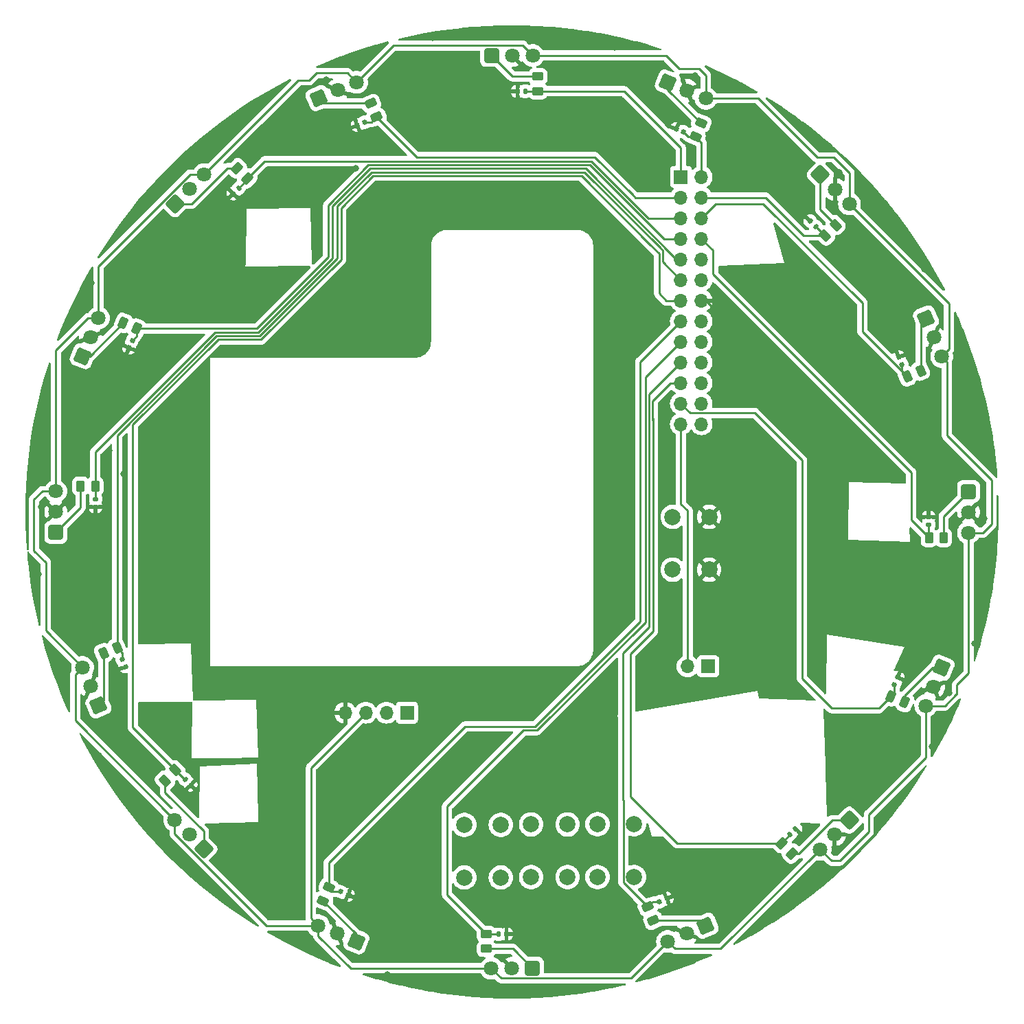
<source format=gbr>
%TF.GenerationSoftware,KiCad,Pcbnew,7.0.9*%
%TF.CreationDate,2024-12-16T17:29:32+09:00*%
%TF.ProjectId,IR_Bored_ESP32,49525f42-6f72-4656-945f-45535033322e,rev?*%
%TF.SameCoordinates,Original*%
%TF.FileFunction,Copper,L1,Top*%
%TF.FilePolarity,Positive*%
%FSLAX46Y46*%
G04 Gerber Fmt 4.6, Leading zero omitted, Abs format (unit mm)*
G04 Created by KiCad (PCBNEW 7.0.9) date 2024-12-16 17:29:32*
%MOMM*%
%LPD*%
G01*
G04 APERTURE LIST*
G04 Aperture macros list*
%AMRoundRect*
0 Rectangle with rounded corners*
0 $1 Rounding radius*
0 $2 $3 $4 $5 $6 $7 $8 $9 X,Y pos of 4 corners*
0 Add a 4 corners polygon primitive as box body*
4,1,4,$2,$3,$4,$5,$6,$7,$8,$9,$2,$3,0*
0 Add four circle primitives for the rounded corners*
1,1,$1+$1,$2,$3*
1,1,$1+$1,$4,$5*
1,1,$1+$1,$6,$7*
1,1,$1+$1,$8,$9*
0 Add four rect primitives between the rounded corners*
20,1,$1+$1,$2,$3,$4,$5,0*
20,1,$1+$1,$4,$5,$6,$7,0*
20,1,$1+$1,$6,$7,$8,$9,0*
20,1,$1+$1,$8,$9,$2,$3,0*%
G04 Aperture macros list end*
%TA.AperFunction,SMDPad,CuDef*%
%ADD10RoundRect,0.250000X0.503814X0.132583X0.132583X0.503814X-0.503814X-0.132583X-0.132583X-0.503814X0*%
%TD*%
%TA.AperFunction,SMDPad,CuDef*%
%ADD11RoundRect,0.140000X0.194399X0.103484X-0.064287X0.210635X-0.194399X-0.103484X0.064287X-0.210635X0*%
%TD*%
%TA.AperFunction,ComponentPad*%
%ADD12R,1.700000X1.700000*%
%TD*%
%TA.AperFunction,ComponentPad*%
%ADD13O,1.700000X1.700000*%
%TD*%
%TA.AperFunction,SMDPad,CuDef*%
%ADD14RoundRect,0.250000X0.132583X-0.503814X0.503814X-0.132583X-0.132583X0.503814X-0.503814X0.132583X0*%
%TD*%
%TA.AperFunction,SMDPad,CuDef*%
%ADD15RoundRect,0.140000X0.219203X0.021213X0.021213X0.219203X-0.219203X-0.021213X-0.021213X-0.219203X0*%
%TD*%
%TA.AperFunction,SMDPad,CuDef*%
%ADD16RoundRect,0.140000X-0.140000X-0.170000X0.140000X-0.170000X0.140000X0.170000X-0.140000X0.170000X0*%
%TD*%
%TA.AperFunction,SMDPad,CuDef*%
%ADD17RoundRect,0.140000X-0.210635X0.064287X-0.103484X-0.194399X0.210635X-0.064287X0.103484X0.194399X0*%
%TD*%
%TA.AperFunction,SMDPad,CuDef*%
%ADD18RoundRect,0.250000X-0.414726X-0.315291X0.070311X-0.516200X0.414726X0.315291X-0.070311X0.516200X0*%
%TD*%
%TA.AperFunction,ComponentPad*%
%ADD19C,2.000000*%
%TD*%
%TA.AperFunction,SMDPad,CuDef*%
%ADD20RoundRect,0.140000X0.210635X-0.064287X0.103484X0.194399X-0.210635X0.064287X-0.103484X-0.194399X0*%
%TD*%
%TA.AperFunction,SMDPad,CuDef*%
%ADD21RoundRect,0.250000X-0.132583X0.503814X-0.503814X0.132583X0.132583X-0.503814X0.503814X-0.132583X0*%
%TD*%
%TA.AperFunction,SMDPad,CuDef*%
%ADD22RoundRect,0.250000X0.070311X0.516200X-0.414726X0.315291X-0.070311X-0.516200X0.414726X-0.315291X0*%
%TD*%
%TA.AperFunction,SMDPad,CuDef*%
%ADD23RoundRect,0.250000X-0.262500X-0.450000X0.262500X-0.450000X0.262500X0.450000X-0.262500X0.450000X0*%
%TD*%
%TA.AperFunction,SMDPad,CuDef*%
%ADD24RoundRect,0.140000X0.021213X-0.219203X0.219203X-0.021213X-0.021213X0.219203X-0.219203X0.021213X0*%
%TD*%
%TA.AperFunction,SMDPad,CuDef*%
%ADD25RoundRect,0.250000X0.262500X0.450000X-0.262500X0.450000X-0.262500X-0.450000X0.262500X-0.450000X0*%
%TD*%
%TA.AperFunction,SMDPad,CuDef*%
%ADD26RoundRect,0.250000X0.450000X-0.262500X0.450000X0.262500X-0.450000X0.262500X-0.450000X-0.262500X0*%
%TD*%
%TA.AperFunction,SMDPad,CuDef*%
%ADD27RoundRect,0.250000X-0.070311X-0.516200X0.414726X-0.315291X0.070311X0.516200X-0.414726X0.315291X0*%
%TD*%
%TA.AperFunction,SMDPad,CuDef*%
%ADD28RoundRect,0.250000X0.414726X0.315291X-0.070311X0.516200X-0.414726X-0.315291X0.070311X-0.516200X0*%
%TD*%
%TA.AperFunction,SMDPad,CuDef*%
%ADD29RoundRect,0.140000X-0.103484X0.194399X-0.210635X-0.064287X0.103484X-0.194399X0.210635X0.064287X0*%
%TD*%
%TA.AperFunction,SMDPad,CuDef*%
%ADD30RoundRect,0.140000X-0.021213X0.219203X-0.219203X0.021213X0.021213X-0.219203X0.219203X-0.021213X0*%
%TD*%
%TA.AperFunction,SMDPad,CuDef*%
%ADD31RoundRect,0.250000X-0.450000X0.262500X-0.450000X-0.262500X0.450000X-0.262500X0.450000X0.262500X0*%
%TD*%
%TA.AperFunction,SMDPad,CuDef*%
%ADD32RoundRect,0.250000X0.315291X-0.414726X0.516200X0.070311X-0.315291X0.414726X-0.516200X-0.070311X0*%
%TD*%
%TA.AperFunction,SMDPad,CuDef*%
%ADD33RoundRect,0.140000X-0.064287X-0.210635X0.194399X-0.103484X0.064287X0.210635X-0.194399X0.103484X0*%
%TD*%
%TA.AperFunction,SMDPad,CuDef*%
%ADD34RoundRect,0.250000X-0.503814X-0.132583X-0.132583X-0.503814X0.503814X0.132583X0.132583X0.503814X0*%
%TD*%
%TA.AperFunction,SMDPad,CuDef*%
%ADD35RoundRect,0.250000X-0.516200X0.070311X-0.315291X-0.414726X0.516200X-0.070311X0.315291X0.414726X0*%
%TD*%
%TA.AperFunction,SMDPad,CuDef*%
%ADD36RoundRect,0.140000X0.103484X-0.194399X0.210635X0.064287X-0.103484X0.194399X-0.210635X-0.064287X0*%
%TD*%
%TA.AperFunction,SMDPad,CuDef*%
%ADD37RoundRect,0.250000X-0.315291X0.414726X-0.516200X-0.070311X0.315291X-0.414726X0.516200X0.070311X0*%
%TD*%
%TA.AperFunction,SMDPad,CuDef*%
%ADD38RoundRect,0.250000X0.516200X-0.070311X0.315291X0.414726X-0.516200X0.070311X-0.315291X-0.414726X0*%
%TD*%
%TA.AperFunction,SMDPad,CuDef*%
%ADD39RoundRect,0.140000X-0.170000X0.140000X-0.170000X-0.140000X0.170000X-0.140000X0.170000X0.140000X0*%
%TD*%
%TA.AperFunction,SMDPad,CuDef*%
%ADD40RoundRect,0.140000X-0.219203X-0.021213X-0.021213X-0.219203X0.219203X0.021213X0.021213X0.219203X0*%
%TD*%
%TA.AperFunction,SMDPad,CuDef*%
%ADD41RoundRect,0.140000X0.064287X0.210635X-0.194399X0.103484X-0.064287X-0.210635X0.194399X-0.103484X0*%
%TD*%
%TA.AperFunction,SMDPad,CuDef*%
%ADD42RoundRect,0.140000X0.170000X-0.140000X0.170000X0.140000X-0.170000X0.140000X-0.170000X-0.140000X0*%
%TD*%
%TA.AperFunction,SMDPad,CuDef*%
%ADD43RoundRect,0.140000X0.140000X0.170000X-0.140000X0.170000X-0.140000X-0.170000X0.140000X-0.170000X0*%
%TD*%
%TA.AperFunction,SMDPad,CuDef*%
%ADD44RoundRect,0.140000X-0.194399X-0.103484X0.064287X-0.210635X0.194399X0.103484X-0.064287X0.210635X0*%
%TD*%
%TA.AperFunction,ComponentPad*%
%ADD45RoundRect,0.250200X-0.849005X0.351669X-0.351669X-0.849005X0.849005X-0.351669X0.351669X0.849005X0*%
%TD*%
%TA.AperFunction,ComponentPad*%
%ADD46C,1.800000*%
%TD*%
%TA.AperFunction,ComponentPad*%
%ADD47RoundRect,0.250200X0.849005X0.351669X-0.351669X0.849005X-0.849005X-0.351669X0.351669X-0.849005X0*%
%TD*%
%TA.AperFunction,ComponentPad*%
%ADD48RoundRect,0.250200X-0.351669X-0.849005X0.849005X-0.351669X0.351669X0.849005X-0.849005X0.351669X0*%
%TD*%
%TA.AperFunction,ComponentPad*%
%ADD49RoundRect,0.250200X0.351669X0.849005X-0.849005X0.351669X-0.351669X-0.849005X0.849005X-0.351669X0*%
%TD*%
%TA.AperFunction,ComponentPad*%
%ADD50RoundRect,0.250200X-0.649800X-0.649800X0.649800X-0.649800X0.649800X0.649800X-0.649800X0.649800X0*%
%TD*%
%TA.AperFunction,ComponentPad*%
%ADD51RoundRect,0.250200X-0.918956X0.000000X0.000000X-0.918956X0.918956X0.000000X0.000000X0.918956X0*%
%TD*%
%TA.AperFunction,ComponentPad*%
%ADD52RoundRect,0.250200X0.000000X0.918956X-0.918956X0.000000X0.000000X-0.918956X0.918956X0.000000X0*%
%TD*%
%TA.AperFunction,ComponentPad*%
%ADD53RoundRect,0.250200X0.000000X-0.918956X0.918956X0.000000X0.000000X0.918956X-0.918956X0.000000X0*%
%TD*%
%TA.AperFunction,ComponentPad*%
%ADD54RoundRect,0.250200X-0.849005X-0.351669X0.351669X-0.849005X0.849005X0.351669X-0.351669X0.849005X0*%
%TD*%
%TA.AperFunction,ComponentPad*%
%ADD55RoundRect,0.250200X0.649800X-0.649800X0.649800X0.649800X-0.649800X0.649800X-0.649800X-0.649800X0*%
%TD*%
%TA.AperFunction,ComponentPad*%
%ADD56RoundRect,0.250200X-0.649800X0.649800X-0.649800X-0.649800X0.649800X-0.649800X0.649800X0.649800X0*%
%TD*%
%TA.AperFunction,ComponentPad*%
%ADD57RoundRect,0.250200X0.849005X-0.351669X0.351669X0.849005X-0.849005X0.351669X-0.351669X-0.849005X0*%
%TD*%
%TA.AperFunction,ComponentPad*%
%ADD58RoundRect,0.250200X-0.351669X0.849005X-0.849005X-0.351669X0.351669X-0.849005X0.849005X0.351669X0*%
%TD*%
%TA.AperFunction,ComponentPad*%
%ADD59RoundRect,0.250200X0.649800X0.649800X-0.649800X0.649800X-0.649800X-0.649800X0.649800X-0.649800X0*%
%TD*%
%TA.AperFunction,ComponentPad*%
%ADD60RoundRect,0.250200X0.351669X-0.849005X0.849005X0.351669X-0.351669X0.849005X-0.849005X-0.351669X0*%
%TD*%
%TA.AperFunction,ComponentPad*%
%ADD61RoundRect,0.250200X0.918956X0.000000X0.000000X0.918956X-0.918956X0.000000X0.000000X-0.918956X0*%
%TD*%
%TA.AperFunction,ViaPad*%
%ADD62C,0.800000*%
%TD*%
%TA.AperFunction,Conductor*%
%ADD63C,0.250000*%
%TD*%
G04 APERTURE END LIST*
D10*
%TO.P,R1,1*%
%TO.N,D2*%
X156845235Y-44565235D03*
%TO.P,R1,2*%
%TO.N,IRout2*%
X155554765Y-43274765D03*
%TD*%
D11*
%TO.P,C16,1*%
%TO.N,D15*%
X210608232Y-38826948D03*
%TO.P,C16,2*%
%TO.N,GND*%
X209721308Y-38459572D03*
%TD*%
D12*
%TO.P,J1,1,Pin_1*%
%TO.N,SDA_LCD*%
X176530000Y-110410000D03*
D13*
%TO.P,J1,2,Pin_2*%
%TO.N,SCL_LCD*%
X173990000Y-110410000D03*
%TO.P,J1,3,Pin_3*%
%TO.N,+3.3V*%
X171450000Y-110410000D03*
%TO.P,J1,4,Pin_4*%
%TO.N,GND*%
X168910000Y-110410000D03*
%TD*%
D14*
%TO.P,R15,1*%
%TO.N,D14*%
X228072221Y-51570978D03*
%TO.P,R15,2*%
%TO.N,IRout14*%
X229362691Y-50280508D03*
%TD*%
D15*
%TO.P,C15,1*%
%TO.N,D14*%
X226921405Y-50473195D03*
%TO.P,C15,2*%
%TO.N,GND*%
X226242583Y-49794373D03*
%TD*%
D16*
%TO.P,C11,1*%
%TO.N,D8*%
X187840000Y-137710000D03*
%TO.P,C11,2*%
%TO.N,GND*%
X188800000Y-137710000D03*
%TD*%
D17*
%TO.P,C6,1*%
%TO.N,D5*%
X141444014Y-103836295D03*
%TO.P,C6,2*%
%TO.N,GND*%
X141811390Y-104723219D03*
%TD*%
D18*
%TO.P,R10,1*%
%TO.N,D11*%
X236206960Y-108380801D03*
%TO.P,R10,2*%
%TO.N,IRout11*%
X237893040Y-109079199D03*
%TD*%
D19*
%TO.P,Camera_RST,1*%
%TO.N,RST*%
X209280000Y-92770000D03*
X209280000Y-86270000D03*
%TO.P,Camera_RST,2*%
%TO.N,GND*%
X213780000Y-92770000D03*
X213780000Y-86270000D03*
%TD*%
D20*
%TO.P,C14,1*%
%TO.N,D13*%
X237535986Y-67475705D03*
%TO.P,C14,2*%
%TO.N,GND*%
X237168610Y-66588781D03*
%TD*%
D21*
%TO.P,R7,1*%
%TO.N,D6*%
X147985235Y-117494765D03*
%TO.P,R7,2*%
%TO.N,IRout6*%
X146694765Y-118785235D03*
%TD*%
D22*
%TO.P,R6,1*%
%TO.N,D5*%
X140800903Y-102381678D03*
%TO.P,R6,2*%
%TO.N,IRout5*%
X139114823Y-103080076D03*
%TD*%
D23*
%TO.P,R13,1*%
%TO.N,D12*%
X240873502Y-88835998D03*
%TO.P,R13,2*%
%TO.N,IRout12*%
X242698502Y-88835998D03*
%TD*%
D24*
%TO.P,C9,1*%
%TO.N,D10*%
X223741178Y-125388822D03*
%TO.P,C9,2*%
%TO.N,GND*%
X224420000Y-124710000D03*
%TD*%
D25*
%TO.P,R5,1*%
%TO.N,D4*%
X138106500Y-82476001D03*
%TO.P,R5,2*%
%TO.N,IRout4*%
X136281500Y-82476001D03*
%TD*%
D26*
%TO.P,R3,1*%
%TO.N,D0*%
X192670000Y-33792500D03*
%TO.P,R3,2*%
%TO.N,IRout0*%
X192670000Y-31967500D03*
%TD*%
D27*
%TO.P,R14,1*%
%TO.N,D13*%
X238179098Y-68930321D03*
%TO.P,R14,2*%
%TO.N,IRout13*%
X239865178Y-68231923D03*
%TD*%
D28*
%TO.P,R2,1*%
%TO.N,D3*%
X143234769Y-63054450D03*
%TO.P,R2,2*%
%TO.N,IRout3*%
X141548689Y-62356052D03*
%TD*%
D29*
%TO.P,C2,1*%
%TO.N,D3*%
X142660948Y-64537767D03*
%TO.P,C2,2*%
%TO.N,GND*%
X142293572Y-65424691D03*
%TD*%
D30*
%TO.P,C1,1*%
%TO.N,D2*%
X155800000Y-45730000D03*
%TO.P,C1,2*%
%TO.N,GND*%
X155121178Y-46408822D03*
%TD*%
D19*
%TO.P,SW2,1*%
%TO.N,LCD-TeensyD12*%
X191830000Y-130680000D03*
X191830000Y-124180000D03*
%TO.P,SW2,2*%
%TO.N,+3.3V*%
X196330000Y-130680000D03*
X196330000Y-124180000D03*
%TD*%
D31*
%TO.P,R11,1*%
%TO.N,D8*%
X186310000Y-137690000D03*
%TO.P,R11,2*%
%TO.N,IRout8*%
X186310000Y-139515000D03*
%TD*%
D32*
%TO.P,R16,1*%
%TO.N,D15*%
X212091551Y-39400769D03*
%TO.P,R16,2*%
%TO.N,IRout15*%
X212789949Y-37714689D03*
%TD*%
D33*
%TO.P,C12,1*%
%TO.N,D9*%
X207670295Y-133701986D03*
%TO.P,C12,2*%
%TO.N,GND*%
X208557219Y-133334610D03*
%TD*%
D12*
%TO.P,SW5,1*%
%TO.N,+3.3V*%
X213670000Y-104690000D03*
D13*
%TO.P,SW5,2*%
%TO.N,Start_switch*%
X211130000Y-104690000D03*
%TD*%
D12*
%TO.P,J2,1,Pin_1*%
%TO.N,D0*%
X210303800Y-44356600D03*
D13*
%TO.P,J2,2,Pin_2*%
%TO.N,D15*%
X212843800Y-44356600D03*
%TO.P,J2,3,Pin_3*%
%TO.N,D1*%
X210303800Y-46896600D03*
%TO.P,J2,4,Pin_4*%
%TO.N,D14*%
X212843800Y-46896600D03*
%TO.P,J2,5,Pin_5*%
%TO.N,D2*%
X210303800Y-49436600D03*
%TO.P,J2,6,Pin_6*%
%TO.N,D13*%
X212843800Y-49436600D03*
%TO.P,J2,7,Pin_7*%
%TO.N,D3*%
X210303800Y-51976600D03*
%TO.P,J2,8,Pin_8*%
%TO.N,D12*%
X212843800Y-51976600D03*
%TO.P,J2,9,Pin_9*%
%TO.N,D4*%
X210303800Y-54516600D03*
%TO.P,J2,10,Pin_10*%
%TO.N,RST*%
X212843800Y-54516600D03*
%TO.P,J2,11,Pin_11*%
%TO.N,D5*%
X210303800Y-57056600D03*
%TO.P,J2,12,Pin_12*%
%TO.N,+3.3V*%
X212843800Y-57056600D03*
%TO.P,J2,13,Pin_13*%
%TO.N,D6*%
X210303800Y-59596600D03*
%TO.P,J2,14,Pin_14*%
%TO.N,GND*%
X212843800Y-59596600D03*
%TO.P,J2,15,Pin_15*%
%TO.N,D7*%
X210303800Y-62136600D03*
%TO.P,J2,16,Pin_16*%
%TO.N,LCD-TeensyD10*%
X212843800Y-62136600D03*
%TO.P,J2,17,Pin_17*%
%TO.N,D8*%
X210303800Y-64676600D03*
%TO.P,J2,18,Pin_18*%
%TO.N,LCD-TeensyD11*%
X212843800Y-64676600D03*
%TO.P,J2,19,Pin_19*%
%TO.N,D9*%
X210303800Y-67216600D03*
%TO.P,J2,20,Pin_20*%
%TO.N,LCD-TeensyD12*%
X212843800Y-67216600D03*
%TO.P,J2,21,Pin_21*%
%TO.N,D10*%
X210303800Y-69756600D03*
%TO.P,J2,22,Pin_22*%
%TO.N,SCL_LCD*%
X212843800Y-69756600D03*
%TO.P,J2,23,Pin_23*%
%TO.N,D11*%
X210303800Y-72296600D03*
%TO.P,J2,24,Pin_24*%
%TO.N,SDA_LCD*%
X212843800Y-72296600D03*
%TO.P,J2,25,Pin_25*%
%TO.N,Start_switch*%
X210303800Y-74836600D03*
%TO.P,J2,26,Pin_26*%
%TO.N,unconnected-(J2-Pin_26-Pad26)*%
X212843800Y-74836600D03*
%TD*%
D34*
%TO.P,R9,1*%
%TO.N,D10*%
X222710000Y-126480000D03*
%TO.P,R9,2*%
%TO.N,IRout10*%
X224000470Y-127770470D03*
%TD*%
D35*
%TO.P,R12,1*%
%TO.N,D9*%
X206215679Y-134345098D03*
%TO.P,R12,2*%
%TO.N,IRout9*%
X206914077Y-136031178D03*
%TD*%
D36*
%TO.P,C10,1*%
%TO.N,D11*%
X236636312Y-106943462D03*
%TO.P,C10,2*%
%TO.N,GND*%
X237003688Y-106056538D03*
%TD*%
D37*
%TO.P,R8,1*%
%TO.N,D7*%
X166888451Y-131911232D03*
%TO.P,R8,2*%
%TO.N,IRout7*%
X166190053Y-133597312D03*
%TD*%
D38*
%TO.P,R4,1*%
%TO.N,D1*%
X172764323Y-36966903D03*
%TO.P,R4,2*%
%TO.N,IRout1*%
X172065925Y-35280823D03*
%TD*%
D39*
%TO.P,C5,1*%
%TO.N,D4*%
X138143999Y-84065999D03*
%TO.P,C5,2*%
%TO.N,GND*%
X138143999Y-85025999D03*
%TD*%
D40*
%TO.P,C7,1*%
%TO.N,D6*%
X149180589Y-118610589D03*
%TO.P,C7,2*%
%TO.N,GND*%
X149859411Y-119289411D03*
%TD*%
D41*
%TO.P,C4,1*%
%TO.N,D1*%
X171309705Y-37610015D03*
%TO.P,C4,2*%
%TO.N,GND*%
X170422781Y-37977391D03*
%TD*%
D42*
%TO.P,C13,1*%
%TO.N,D12*%
X240836001Y-87246001D03*
%TO.P,C13,2*%
%TO.N,GND*%
X240836001Y-86286001D03*
%TD*%
D43*
%TO.P,C3,1*%
%TO.N,D0*%
X191120000Y-33810000D03*
%TO.P,C3,2*%
%TO.N,GND*%
X190160000Y-33810000D03*
%TD*%
D19*
%TO.P,SW1,1*%
%TO.N,LCD-TeensyD11*%
X183600000Y-130720000D03*
X183600000Y-124220000D03*
%TO.P,SW1,2*%
%TO.N,+3.3V*%
X188100000Y-130720000D03*
X188100000Y-124220000D03*
%TD*%
D44*
%TO.P,C8,1*%
%TO.N,D7*%
X168371767Y-132485052D03*
%TO.P,C8,2*%
%TO.N,GND*%
X169258691Y-132852428D03*
%TD*%
D19*
%TO.P,SW3,1*%
%TO.N,LCD-TeensyD10*%
X200020000Y-130650000D03*
X200020000Y-124150000D03*
%TO.P,SW3,2*%
%TO.N,+3.3V*%
X204520000Y-130650000D03*
X204520000Y-124150000D03*
%TD*%
D45*
%TO.P,U13,1,OUT*%
%TO.N,IRout13*%
X240504024Y-61797671D03*
D46*
%TO.P,U13,2,GND*%
%TO.N,GND*%
X241476040Y-64144325D03*
%TO.P,U13,3,Vs*%
%TO.N,+3.3V*%
X242448056Y-66490979D03*
%TD*%
D47*
%TO.P,U7,1,OUT*%
%TO.N,IRout7*%
X170288024Y-138598749D03*
D46*
%TO.P,U7,2,GND*%
%TO.N,GND*%
X167941370Y-137626733D03*
%TO.P,U7,3,Vs*%
%TO.N,+3.3V*%
X165594716Y-136654717D03*
%TD*%
D48*
%TO.P,U1,1,OUT*%
%TO.N,IRout1*%
X165631671Y-34641976D03*
D46*
%TO.P,U1,2,GND*%
%TO.N,GND*%
X167978325Y-33669960D03*
%TO.P,U1,3,Vs*%
%TO.N,+3.3V*%
X170324979Y-32697944D03*
%TD*%
D49*
%TO.P,U9,1,OUT*%
%TO.N,IRout9*%
X213348329Y-136670024D03*
D46*
%TO.P,U9,2,GND*%
%TO.N,GND*%
X211001675Y-137642040D03*
%TO.P,U9,3,Vs*%
%TO.N,+3.3V*%
X208655021Y-138614056D03*
%TD*%
D50*
%TO.P,U17,1,OUT*%
%TO.N,IRout0*%
X186970000Y-29395000D03*
D46*
%TO.P,U17,2,GND*%
%TO.N,GND*%
X189510000Y-29395000D03*
%TO.P,U17,3,Vs*%
%TO.N,+3.3V*%
X192050000Y-29395000D03*
%TD*%
D51*
%TO.P,U14,1,OUT*%
%TO.N,IRout14*%
X227490626Y-44091556D03*
D46*
%TO.P,U14,2,GND*%
%TO.N,GND*%
X229286677Y-45887607D03*
%TO.P,U14,3,Vs*%
%TO.N,+3.3V*%
X231082728Y-47683658D03*
%TD*%
D52*
%TO.P,U10,1,OUT*%
%TO.N,IRout10*%
X231054444Y-123656625D03*
D46*
%TO.P,U10,2,GND*%
%TO.N,GND*%
X229258393Y-125452676D03*
%TO.P,U10,3,Vs*%
%TO.N,+3.3V*%
X227462342Y-127248727D03*
%TD*%
D53*
%TO.P,U2,1,OUT*%
%TO.N,IRout2*%
X147925556Y-47655375D03*
D46*
%TO.P,U2,2,GND*%
%TO.N,GND*%
X149721607Y-45859324D03*
%TO.P,U2,3,Vs*%
%TO.N,+3.3V*%
X151517658Y-44063273D03*
%TD*%
D54*
%TO.P,U15,1,OUT*%
%TO.N,IRout15*%
X208691976Y-32713251D03*
D46*
%TO.P,U15,2,GND*%
%TO.N,GND*%
X211038630Y-33685267D03*
%TO.P,U15,3,Vs*%
%TO.N,+3.3V*%
X213385284Y-34657283D03*
%TD*%
D55*
%TO.P,U4,1,OUT*%
%TO.N,IRout4*%
X133229000Y-88176000D03*
D46*
%TO.P,U4,2,GND*%
%TO.N,GND*%
X133229000Y-85636000D03*
%TO.P,U4,3,Vs*%
%TO.N,+3.3V*%
X133229000Y-83096000D03*
%TD*%
D56*
%TO.P,U12,1,OUT*%
%TO.N,IRout12*%
X245751001Y-83136000D03*
D46*
%TO.P,U12,2,GND*%
%TO.N,GND*%
X245751001Y-85676000D03*
%TO.P,U12,3,Vs*%
%TO.N,+3.3V*%
X245751001Y-88216000D03*
%TD*%
D57*
%TO.P,U5,1,OUT*%
%TO.N,IRout5*%
X138475976Y-109514329D03*
D46*
%TO.P,U5,2,GND*%
%TO.N,GND*%
X137503960Y-107167675D03*
%TO.P,U5,3,Vs*%
%TO.N,+3.3V*%
X136531944Y-104821021D03*
%TD*%
D58*
%TO.P,U11,1,OUT*%
%TO.N,IRout11*%
X242432749Y-104857976D03*
D46*
%TO.P,U11,2,GND*%
%TO.N,GND*%
X241460733Y-107204630D03*
%TO.P,U11,3,Vs*%
%TO.N,+3.3V*%
X240488717Y-109551284D03*
%TD*%
D59*
%TO.P,U8,1,OUT*%
%TO.N,IRout8*%
X192010000Y-141917000D03*
D46*
%TO.P,U8,2,GND*%
%TO.N,GND*%
X189470000Y-141917000D03*
%TO.P,U8,3,Vs*%
%TO.N,+3.3V*%
X186930000Y-141917000D03*
%TD*%
D60*
%TO.P,U3,1,OUT*%
%TO.N,IRout3*%
X136547251Y-66454024D03*
D46*
%TO.P,U3,2,GND*%
%TO.N,GND*%
X137519267Y-64107370D03*
%TO.P,U3,3,Vs*%
%TO.N,+3.3V*%
X138491283Y-61760716D03*
%TD*%
D61*
%TO.P,U6,1,OUT*%
%TO.N,IRout6*%
X151489375Y-127220444D03*
D46*
%TO.P,U6,2,GND*%
%TO.N,GND*%
X149693324Y-125424393D03*
%TO.P,U6,3,Vs*%
%TO.N,+3.3V*%
X147897273Y-123628342D03*
%TD*%
D62*
%TO.N,GND*%
X229209600Y-111531400D03*
X205384400Y-109016800D03*
X207492600Y-45339000D03*
X214807800Y-71145400D03*
X139830000Y-78070000D03*
X229790000Y-43770000D03*
X207850000Y-141580000D03*
X246490000Y-101890000D03*
X237390000Y-81010000D03*
X238226600Y-106400600D03*
X131400000Y-85030000D03*
X158140000Y-35580000D03*
X248980000Y-88420000D03*
X170240000Y-43290000D03*
X141570000Y-80980000D03*
X246580000Y-69410000D03*
X196110000Y-32020000D03*
X174120000Y-142670000D03*
X224370000Y-76130000D03*
X202120000Y-28390000D03*
X230960000Y-126200000D03*
X214553800Y-60782200D03*
X150060000Y-64200000D03*
X247650000Y-86490000D03*
X210769200Y-37363400D03*
X240360000Y-55770000D03*
X220830000Y-86050000D03*
X138580000Y-115650000D03*
X227609400Y-129235200D03*
X171970000Y-29410000D03*
X163850000Y-138100000D03*
X222720000Y-79100000D03*
X211430000Y-41500000D03*
X212000000Y-31830000D03*
X131080000Y-93320000D03*
X232040000Y-75830000D03*
X216310000Y-33230000D03*
X137600000Y-57390000D03*
X133060000Y-103140000D03*
X131920000Y-71420000D03*
X208710000Y-40720000D03*
X224380000Y-37750000D03*
X226420000Y-124740000D03*
X234442000Y-123698000D03*
X220620000Y-82860000D03*
X166550000Y-32380000D03*
X215440000Y-63710000D03*
X241220000Y-114610000D03*
X179690000Y-27190000D03*
X243340000Y-107960000D03*
%TD*%
D63*
%TO.N,D10*%
X206840000Y-100373000D02*
X206840000Y-74134800D01*
X204090000Y-120720000D02*
X204090000Y-103123000D01*
X209850000Y-126480000D02*
X204090000Y-120720000D01*
X222710000Y-126480000D02*
X209850000Y-126480000D01*
X204090000Y-103123000D02*
X206840000Y-100373000D01*
%TO.N,D9*%
X203170000Y-103027000D02*
X206370000Y-99827000D01*
X203170000Y-121160000D02*
X203170000Y-103027000D01*
X203195000Y-131324419D02*
X203195000Y-121185000D01*
X206215679Y-134345098D02*
X203195000Y-131324419D01*
X203195000Y-121185000D02*
X203170000Y-121160000D01*
X206370000Y-99827000D02*
X206370000Y-71150400D01*
X206370000Y-71150400D02*
X210303800Y-67216600D01*
%TO.N,D10*%
X206820000Y-71970400D02*
X206820000Y-74380000D01*
X210303800Y-69756600D02*
X209033800Y-69756600D01*
X209033800Y-69756600D02*
X206820000Y-71970400D01*
%TO.N,D2*%
X156845235Y-44565235D02*
X158980470Y-42430000D01*
X158980470Y-42430000D02*
X199290000Y-42430000D01*
X199290000Y-42430000D02*
X206296600Y-49436600D01*
X210303800Y-49436600D02*
X206296600Y-49436600D01*
X156845235Y-44565235D02*
X156845235Y-44684765D01*
X156845235Y-44684765D02*
X155800000Y-45730000D01*
%TO.N,GND*%
X213368200Y-59596600D02*
X214553800Y-60782200D01*
X212843800Y-59596600D02*
X213368200Y-59596600D01*
%TO.N,D3*%
X143234769Y-63963946D02*
X142660948Y-64537767D01*
X143234769Y-63054450D02*
X143234769Y-63963946D01*
X199100000Y-42880000D02*
X208196600Y-51976600D01*
X208196600Y-51976600D02*
X210303800Y-51976600D01*
X157992414Y-63054450D02*
X166816289Y-54230575D01*
X166816289Y-47833711D02*
X171770000Y-42880000D01*
X166816289Y-54230575D02*
X166816289Y-47833711D01*
X143234769Y-63054450D02*
X157992414Y-63054450D01*
X171770000Y-42880000D02*
X199100000Y-42880000D01*
%TO.N,D0*%
X192670000Y-33792500D02*
X191137500Y-33792500D01*
X210045000Y-40535000D02*
X209645000Y-40135000D01*
X191137500Y-33792500D02*
X191120000Y-33810000D01*
X210303800Y-40793800D02*
X210303800Y-44356600D01*
X210045000Y-40535000D02*
X210303800Y-40793800D01*
X209645000Y-40135000D02*
X203302500Y-33792500D01*
X203302500Y-33792500D02*
X192670000Y-33792500D01*
%TO.N,D1*%
X210303800Y-46896600D02*
X204692100Y-46896600D01*
X204312750Y-46517250D02*
X199710000Y-41914501D01*
X171309705Y-37610015D02*
X172121211Y-37610015D01*
X177711921Y-41914501D02*
X199710000Y-41914501D01*
X172764323Y-36966903D02*
X177711921Y-41914501D01*
X204692100Y-46896600D02*
X204312750Y-46517250D01*
X204692099Y-46896600D02*
X204312750Y-46517250D01*
X172121211Y-37610015D02*
X172764323Y-36966903D01*
%TO.N,D4*%
X138106500Y-78306500D02*
X138106500Y-82476001D01*
X210303800Y-54516600D02*
X209782996Y-54516600D01*
X209782996Y-54516600D02*
X198596396Y-43330000D01*
X198596396Y-43330000D02*
X171956396Y-43330000D01*
X167320000Y-54363260D02*
X158178810Y-63504450D01*
X158178810Y-63504450D02*
X152875550Y-63504450D01*
X138106500Y-82476001D02*
X138106500Y-84028500D01*
X138106500Y-84028500D02*
X138143999Y-84065999D01*
X171956396Y-43330000D02*
X167320000Y-47966396D01*
X152875550Y-63504450D02*
X138090000Y-78290000D01*
X138090000Y-78290000D02*
X138106500Y-78306500D01*
X167320000Y-47966396D02*
X167320000Y-54363260D01*
%TO.N,D5*%
X167951396Y-54368260D02*
X158365206Y-63954450D01*
X172142792Y-43780000D02*
X167951396Y-47971396D01*
X141444014Y-103024789D02*
X140800903Y-102381678D01*
X208070000Y-53440000D02*
X207685000Y-53055000D01*
X141444014Y-103836295D02*
X141444014Y-103024789D01*
X153061946Y-63954450D02*
X140800903Y-76215493D01*
X210303800Y-57056600D02*
X208070000Y-54822800D01*
X167951396Y-47971396D02*
X167951396Y-54368260D01*
X207685000Y-53055000D02*
X198410000Y-43780000D01*
X158365206Y-63954450D02*
X153061946Y-63954450D01*
X140800903Y-102381678D02*
X140800903Y-79559097D01*
X140800903Y-76215493D02*
X140800903Y-79559097D01*
X208070000Y-54822800D02*
X208070000Y-53440000D01*
X198410000Y-43780000D02*
X172142792Y-43780000D01*
%TO.N,D6*%
X208476600Y-59596600D02*
X207620000Y-58740000D01*
X168401396Y-48168604D02*
X172340000Y-44230000D01*
X142740000Y-112249530D02*
X142740000Y-74912792D01*
X207620000Y-53800000D02*
X206480000Y-52660000D01*
X207620000Y-58740000D02*
X207620000Y-53800000D01*
X198050000Y-44230000D02*
X206480000Y-52660000D01*
X153248342Y-64404450D02*
X158551602Y-64404450D01*
X142740000Y-74912792D02*
X153248342Y-64404450D01*
X172340000Y-44230000D02*
X198050000Y-44230000D01*
X147985235Y-117494765D02*
X142740000Y-112249530D01*
X149180589Y-118610589D02*
X149101059Y-118610589D01*
X210303800Y-59596600D02*
X208476600Y-59596600D01*
X158551602Y-64404450D02*
X168401396Y-54554656D01*
X149101059Y-118610589D02*
X147985235Y-117494765D01*
X168401396Y-54554656D02*
X168401396Y-48168604D01*
%TO.N,D7*%
X205285000Y-99175000D02*
X205285000Y-68110000D01*
X166888451Y-131911232D02*
X166888451Y-128871549D01*
X205285000Y-67155400D02*
X205285000Y-68110000D01*
X166888451Y-128871549D02*
X183650000Y-112110000D01*
X183650000Y-112110000D02*
X192350000Y-112110000D01*
X192350000Y-112110000D02*
X205285000Y-99175000D01*
X210303800Y-62136600D02*
X205285000Y-67155400D01*
X167462271Y-132485052D02*
X166888451Y-131911232D01*
X168371767Y-132485052D02*
X167462271Y-132485052D01*
%TO.N,D10*%
X223741178Y-125448822D02*
X222710000Y-126480000D01*
X223741178Y-125388822D02*
X223741178Y-125448822D01*
%TO.N,D11*%
X236636312Y-106943462D02*
X236636312Y-107951449D01*
X228896778Y-109860000D02*
X234727761Y-109860000D01*
X236636312Y-107951449D02*
X236206960Y-108380801D01*
X234727761Y-109860000D02*
X236206960Y-108380801D01*
X225230000Y-105590000D02*
X225230000Y-106193222D01*
X211478800Y-73471600D02*
X210303800Y-72296600D01*
X212720000Y-73471600D02*
X211478800Y-73471600D01*
X225230000Y-106193222D02*
X228896778Y-109860000D01*
X219420000Y-73471600D02*
X212720000Y-73471600D01*
X225230000Y-105590000D02*
X225230000Y-79281600D01*
X225230000Y-79281600D02*
X219420000Y-73471600D01*
%TO.N,D8*%
X192570000Y-112560000D02*
X205910000Y-99220000D01*
X186310000Y-137690000D02*
X181460000Y-132840000D01*
X186310000Y-137690000D02*
X187820000Y-137690000D01*
X181460000Y-121980000D02*
X190880000Y-112560000D01*
X205910000Y-69070400D02*
X205910000Y-69984800D01*
X210303800Y-64676600D02*
X205910000Y-69070400D01*
X190880000Y-112560000D02*
X192570000Y-112560000D01*
X205910000Y-99220000D02*
X205910000Y-69984800D01*
X181460000Y-132840000D02*
X181460000Y-121980000D01*
X187820000Y-137690000D02*
X187840000Y-137710000D01*
%TO.N,D9*%
X207670295Y-133701986D02*
X206858791Y-133701986D01*
X206858791Y-133701986D02*
X206215679Y-134345098D01*
%TO.N,D12*%
X240836001Y-88798497D02*
X240873502Y-88835998D01*
X238671819Y-80760019D02*
X238671819Y-86634315D01*
X214276400Y-53409200D02*
X214276400Y-56364600D01*
X238671819Y-86634315D02*
X240873502Y-88835998D01*
X212843800Y-51976600D02*
X214276400Y-53409200D01*
X240836001Y-87246001D02*
X240836001Y-88798497D01*
X214276400Y-56364600D02*
X238671819Y-80760019D01*
%TO.N,D13*%
X212843800Y-49436600D02*
X214620400Y-47660000D01*
X232665000Y-59868810D02*
X232665000Y-63416223D01*
X237535986Y-67475705D02*
X237535986Y-68287209D01*
X214620400Y-47660000D02*
X220456190Y-47660000D01*
X220456190Y-47660000D02*
X232665000Y-59868810D01*
X232665000Y-63416223D02*
X238179098Y-68930321D01*
X237535986Y-68287209D02*
X238179098Y-68930321D01*
%TO.N,D14*%
X220736600Y-46896600D02*
X225410978Y-51570978D01*
X228019188Y-51570978D02*
X226921405Y-50473195D01*
X228072221Y-51570978D02*
X228019188Y-51570978D01*
X225410978Y-51570978D02*
X228072221Y-51570978D01*
X212843800Y-46896600D02*
X220736600Y-46896600D01*
%TO.N,D15*%
X212843800Y-40153018D02*
X212091551Y-39400769D01*
X211182053Y-39400769D02*
X210608232Y-38826948D01*
X212843800Y-44356600D02*
X212843800Y-40153018D01*
X212091551Y-39400769D02*
X211182053Y-39400769D01*
%TO.N,IRout2*%
X155554765Y-43274765D02*
X154378543Y-43274765D01*
X154378543Y-43274765D02*
X149997933Y-47655375D01*
X149997933Y-47655375D02*
X147925556Y-47655375D01*
%TO.N,IRout3*%
X141548689Y-62356052D02*
X137450717Y-66454024D01*
X137450717Y-66454024D02*
X136547251Y-66454024D01*
%TO.N,IRout0*%
X192670000Y-31967500D02*
X189542500Y-31967500D01*
X189542500Y-31967500D02*
X186970000Y-29395000D01*
%TO.N,IRout1*%
X166270518Y-35280823D02*
X172065925Y-35280823D01*
X165631671Y-34641976D02*
X166270518Y-35280823D01*
%TO.N,IRout4*%
X136281500Y-85123500D02*
X136281500Y-82476001D01*
X133229000Y-88176000D02*
X136281500Y-85123500D01*
%TO.N,IRout5*%
X139114823Y-108875482D02*
X139114823Y-103080076D01*
X138475976Y-109514329D02*
X139114823Y-108875482D01*
%TO.N,IRout6*%
X151489375Y-125029375D02*
X146694765Y-120234765D01*
X151489375Y-127220444D02*
X151489375Y-125029375D01*
X146694765Y-120234765D02*
X146694765Y-118785235D01*
%TO.N,IRout7*%
X170288024Y-137695283D02*
X170288024Y-138598749D01*
X166190053Y-133597312D02*
X170288024Y-137695283D01*
%TO.N,IRout10*%
X224865964Y-127770470D02*
X228979809Y-123656625D01*
X228979809Y-123656625D02*
X231054444Y-123656625D01*
X224000470Y-127770470D02*
X224865964Y-127770470D01*
%TO.N,IRout11*%
X237893040Y-108322087D02*
X241357151Y-104857976D01*
X241357151Y-104857976D02*
X242432749Y-104857976D01*
X237893040Y-109079199D02*
X237893040Y-108322087D01*
%TO.N,IRout8*%
X189608000Y-139515000D02*
X189901500Y-139808500D01*
X192010000Y-141917000D02*
X189901500Y-139808500D01*
X186310000Y-139515000D02*
X189608000Y-139515000D01*
%TO.N,IRout9*%
X213348329Y-136670024D02*
X212709483Y-136031178D01*
X212709483Y-136031178D02*
X206914077Y-136031178D01*
%TO.N,IRout12*%
X242698502Y-86188499D02*
X242698502Y-88835998D01*
X245751001Y-83136000D02*
X242698502Y-86188499D01*
%TO.N,IRout13*%
X239865178Y-62436517D02*
X239865178Y-68231923D01*
X240504024Y-61797671D02*
X239865178Y-62436517D01*
%TO.N,IRout14*%
X227490626Y-44091556D02*
X227490626Y-48408443D01*
X227490626Y-48408443D02*
X229362691Y-50280508D01*
%TO.N,IRout15*%
X208691976Y-33616716D02*
X212789949Y-37714689D01*
X208691976Y-32713251D02*
X208691976Y-33616716D01*
%TO.N,+3.3V*%
X244340000Y-108130000D02*
X244340000Y-106972793D01*
X186930000Y-141917000D02*
X188155000Y-143142000D01*
X248580000Y-81740000D02*
X243090000Y-76250000D01*
X210102887Y-31017113D02*
X208480775Y-29395000D01*
X219788765Y-34657283D02*
X213385284Y-34657283D01*
X147897273Y-123628342D02*
X147897273Y-125360754D01*
X215197013Y-139514056D02*
X227462342Y-127248727D01*
X132004000Y-100293077D02*
X136531944Y-104821021D01*
X165594716Y-137927509D02*
X169584207Y-141917000D01*
X229889000Y-128651000D02*
X233466740Y-125073260D01*
X242818716Y-109551284D02*
X244240000Y-108130000D01*
X130540000Y-90420000D02*
X132004000Y-91884000D01*
X133229000Y-83096000D02*
X131574000Y-83096000D01*
X245751001Y-88216000D02*
X247534000Y-88216000D01*
X233466740Y-122976740D02*
X240488717Y-115954764D01*
X137218491Y-61760716D02*
X133229000Y-65750207D01*
X227462342Y-127248727D02*
X228864615Y-128651000D01*
X159191236Y-136654717D02*
X165594716Y-136654717D01*
X213385284Y-31845284D02*
X212557113Y-31017113D01*
X170324979Y-32697944D02*
X174852923Y-28170000D01*
X244240000Y-108130000D02*
X244340000Y-108130000D01*
X208655021Y-138614056D02*
X209555021Y-139514056D01*
X204127077Y-143142000D02*
X208655021Y-138614056D01*
X135631944Y-111363013D02*
X147897273Y-123628342D01*
X208480775Y-29395000D02*
X192050000Y-29395000D01*
X164470000Y-32444960D02*
X163135971Y-32444960D01*
X227070741Y-41939259D02*
X219788765Y-34657283D01*
X188155000Y-143142000D02*
X204127077Y-143142000D01*
X209555021Y-139514056D02*
X215197013Y-139514056D01*
X229169259Y-41939259D02*
X227070741Y-41939259D01*
X228864615Y-128651000D02*
X229889000Y-128651000D01*
X165594716Y-136654717D02*
X165594716Y-137927509D01*
X244340000Y-106972793D02*
X245751001Y-105561792D01*
X133229000Y-65750207D02*
X133229000Y-83096000D01*
X165354960Y-31560000D02*
X164470000Y-32444960D01*
X231082728Y-47683658D02*
X231082728Y-43852728D01*
X247534000Y-88216000D02*
X248580000Y-87170000D01*
X190825000Y-28170000D02*
X192050000Y-29395000D01*
X136531944Y-104821021D02*
X135631944Y-105721021D01*
X151517658Y-44063273D02*
X149785246Y-44063273D01*
X174852923Y-28170000D02*
X190825000Y-28170000D01*
X231082728Y-43852728D02*
X229169259Y-41939259D01*
X243090000Y-67132923D02*
X242448056Y-66490979D01*
X243348056Y-59948986D02*
X231082728Y-47683658D01*
X213385284Y-34657283D02*
X213385284Y-31845284D01*
X147897273Y-125360754D02*
X159191236Y-136654717D01*
X138491283Y-61760716D02*
X137218491Y-61760716D01*
X164694716Y-135754717D02*
X165594716Y-136654717D01*
X242448056Y-66490979D02*
X243348056Y-65590979D01*
X240488717Y-109551284D02*
X242818716Y-109551284D01*
X170324979Y-32697944D02*
X169187035Y-31560000D01*
X248580000Y-87170000D02*
X248580000Y-81740000D01*
X131574000Y-83096000D02*
X130540000Y-84130000D01*
X149785246Y-44063273D02*
X138491283Y-55357236D01*
X164694716Y-117165284D02*
X164694716Y-135754717D01*
X130540000Y-84130000D02*
X130540000Y-90420000D01*
X233466740Y-125073260D02*
X233466740Y-122976740D01*
X240488717Y-115954764D02*
X240488717Y-109551284D01*
X243348056Y-65590979D02*
X243348056Y-59948986D01*
X212557113Y-31017113D02*
X210102887Y-31017113D01*
X169187035Y-31560000D02*
X165354960Y-31560000D01*
X171450000Y-110410000D02*
X164694716Y-117165284D01*
X132004000Y-91884000D02*
X132004000Y-100293077D01*
X163135971Y-32444960D02*
X151517658Y-44063273D01*
X138491283Y-55357236D02*
X138491283Y-61760716D01*
X245751001Y-105561792D02*
X245751001Y-88216000D01*
X135631944Y-105721021D02*
X135631944Y-111363013D01*
X169584207Y-141917000D02*
X186930000Y-141917000D01*
X243090000Y-76250000D02*
X243090000Y-67132923D01*
%TO.N,Start_switch*%
X211130000Y-85493833D02*
X211130000Y-104690000D01*
X210303800Y-74836600D02*
X210303800Y-84667633D01*
X210303800Y-84667633D02*
X211130000Y-85493833D01*
%TD*%
%TA.AperFunction,Conductor*%
%TO.N,GND*%
G36*
X185665688Y-142562185D02*
G01*
X185702458Y-142598679D01*
X185821016Y-142780147D01*
X185821019Y-142780151D01*
X185821021Y-142780153D01*
X185978216Y-142950913D01*
X185978219Y-142950915D01*
X185978222Y-142950918D01*
X186161365Y-143093464D01*
X186161371Y-143093468D01*
X186161374Y-143093470D01*
X186365497Y-143203936D01*
X186479487Y-143243068D01*
X186585015Y-143279297D01*
X186585017Y-143279297D01*
X186585019Y-143279298D01*
X186813951Y-143317500D01*
X186813952Y-143317500D01*
X187046048Y-143317500D01*
X187046049Y-143317500D01*
X187274981Y-143279298D01*
X187300576Y-143270510D01*
X187370371Y-143267359D01*
X187428520Y-143300110D01*
X187654194Y-143525784D01*
X187664019Y-143538048D01*
X187664240Y-143537866D01*
X187669210Y-143543873D01*
X187669213Y-143543876D01*
X187669214Y-143543877D01*
X187719651Y-143591241D01*
X187740530Y-143612120D01*
X187746004Y-143616366D01*
X187750442Y-143620156D01*
X187784418Y-143652062D01*
X187784422Y-143652064D01*
X187801973Y-143661713D01*
X187818231Y-143672392D01*
X187834064Y-143684674D01*
X187856015Y-143694172D01*
X187876837Y-143703183D01*
X187882081Y-143705752D01*
X187922908Y-143728197D01*
X187942312Y-143733179D01*
X187960710Y-143739478D01*
X187979105Y-143747438D01*
X188025129Y-143754726D01*
X188030832Y-143755907D01*
X188075981Y-143767500D01*
X188096016Y-143767500D01*
X188115413Y-143769026D01*
X188135196Y-143772160D01*
X188181584Y-143767775D01*
X188187422Y-143767500D01*
X203399620Y-143767500D01*
X203466659Y-143787185D01*
X203512414Y-143839989D01*
X203522358Y-143909147D01*
X203493333Y-143972703D01*
X203434555Y-144010477D01*
X203429653Y-144011808D01*
X203328989Y-144036937D01*
X203125872Y-144083692D01*
X201819043Y-144374390D01*
X201619552Y-144414910D01*
X200300835Y-144672808D01*
X200105487Y-144707253D01*
X198775470Y-144931975D01*
X198584506Y-144960577D01*
X197243872Y-145151730D01*
X197057798Y-145174699D01*
X195707115Y-145331918D01*
X195526283Y-145349507D01*
X194166225Y-145472419D01*
X193990955Y-145484903D01*
X192622209Y-145573141D01*
X192452888Y-145580808D01*
X191076097Y-145634014D01*
X190913088Y-145637175D01*
X189528951Y-145654998D01*
X189372503Y-145653987D01*
X187981740Y-145636079D01*
X187832342Y-145631248D01*
X186435515Y-145577268D01*
X186293530Y-145568998D01*
X184891352Y-145478605D01*
X184756997Y-145467288D01*
X183350204Y-145340153D01*
X183223974Y-145326225D01*
X181813136Y-145162004D01*
X181695335Y-145145914D01*
X180281177Y-144944278D01*
X180172139Y-144926502D01*
X178755274Y-144687107D01*
X178655574Y-144668195D01*
X177236583Y-144390686D01*
X177146221Y-144371112D01*
X175854126Y-144083692D01*
X175725995Y-144055190D01*
X175695069Y-144047648D01*
X175645486Y-144035558D01*
X174224542Y-143680845D01*
X174193412Y-143672396D01*
X174154279Y-143661774D01*
X172912177Y-143317500D01*
X172733230Y-143267901D01*
X172673549Y-143250033D01*
X171253109Y-142816651D01*
X171233490Y-142810220D01*
X171204008Y-142800556D01*
X171154755Y-142784131D01*
X171097386Y-142744250D01*
X171070686Y-142679683D01*
X171083132Y-142610931D01*
X171130772Y-142559821D01*
X171193983Y-142542500D01*
X185598649Y-142542500D01*
X185665688Y-142562185D01*
G37*
%TD.AperFunction*%
%TA.AperFunction,Conductor*%
G36*
X208284441Y-139967565D02*
G01*
X208310040Y-139976354D01*
X208538972Y-140014556D01*
X208538973Y-140014556D01*
X208771069Y-140014556D01*
X208771070Y-140014556D01*
X209000002Y-139976354D01*
X209027094Y-139967052D01*
X209096891Y-139963901D01*
X209143406Y-139986391D01*
X209145281Y-139987846D01*
X209146064Y-139988454D01*
X209150476Y-139992225D01*
X209184439Y-140024118D01*
X209201997Y-140033770D01*
X209218256Y-140044451D01*
X209234085Y-140056729D01*
X209276859Y-140075238D01*
X209282077Y-140077794D01*
X209322929Y-140100253D01*
X209342337Y-140105236D01*
X209360738Y-140111536D01*
X209379125Y-140119493D01*
X209422509Y-140126364D01*
X209425140Y-140126781D01*
X209430860Y-140127965D01*
X209476002Y-140139556D01*
X209496037Y-140139556D01*
X209515435Y-140141082D01*
X209535215Y-140144215D01*
X209535216Y-140144216D01*
X209535216Y-140144215D01*
X209535217Y-140144216D01*
X209581605Y-140139831D01*
X209587443Y-140139556D01*
X214036207Y-140139556D01*
X214103246Y-140159241D01*
X214149001Y-140212045D01*
X214158945Y-140281203D01*
X214129920Y-140344759D01*
X214087323Y-140376529D01*
X213585450Y-140603601D01*
X213513300Y-140634724D01*
X213366472Y-140698059D01*
X212160653Y-141206644D01*
X211942895Y-141293970D01*
X210720800Y-141772742D01*
X210504572Y-141853030D01*
X209266784Y-142301543D01*
X209052513Y-142374858D01*
X207799666Y-142792661D01*
X207587542Y-142859167D01*
X206320277Y-143245815D01*
X206110906Y-143305558D01*
X204829752Y-143660656D01*
X204815779Y-143664255D01*
X204745949Y-143661912D01*
X204688471Y-143622187D01*
X204661593Y-143557694D01*
X204673850Y-143488908D01*
X204697170Y-143456495D01*
X208156501Y-139997164D01*
X208217822Y-139963681D01*
X208284441Y-139967565D01*
G37*
%TD.AperFunction*%
%TA.AperFunction,Conductor*%
G36*
X202463834Y-103653269D02*
G01*
X202519767Y-103695141D01*
X202544184Y-103760605D01*
X202544500Y-103769451D01*
X202544500Y-110595784D01*
X202524815Y-110662823D01*
X202472011Y-110708578D01*
X202441672Y-110717963D01*
X202437999Y-110718599D01*
X202539713Y-111073970D01*
X202544500Y-111108091D01*
X202544500Y-121077255D01*
X202542775Y-121092872D01*
X202543061Y-121092899D01*
X202542326Y-121100665D01*
X202544500Y-121169814D01*
X202544500Y-121199343D01*
X202544501Y-121199360D01*
X202545368Y-121206231D01*
X202545826Y-121212050D01*
X202547290Y-121258626D01*
X202552879Y-121277862D01*
X202556824Y-121296914D01*
X202559334Y-121316788D01*
X202560792Y-121320469D01*
X202569500Y-121366117D01*
X202569500Y-131241674D01*
X202567775Y-131257291D01*
X202568061Y-131257318D01*
X202567326Y-131265084D01*
X202569500Y-131334233D01*
X202569500Y-131363762D01*
X202569501Y-131363779D01*
X202570368Y-131370650D01*
X202570826Y-131376469D01*
X202572290Y-131423043D01*
X202572291Y-131423046D01*
X202577880Y-131442286D01*
X202581824Y-131461330D01*
X202584336Y-131481211D01*
X202601490Y-131524538D01*
X202603382Y-131530066D01*
X202612847Y-131562645D01*
X202616382Y-131574809D01*
X202620682Y-131582081D01*
X202626580Y-131592053D01*
X202635138Y-131609522D01*
X202642514Y-131628151D01*
X202669898Y-131665842D01*
X202673106Y-131670726D01*
X202696827Y-131710835D01*
X202696833Y-131710843D01*
X202710990Y-131724999D01*
X202723628Y-131739795D01*
X202735405Y-131756005D01*
X202735406Y-131756006D01*
X202771309Y-131785707D01*
X202775620Y-131789629D01*
X204434212Y-133448222D01*
X204939195Y-133953205D01*
X204972680Y-134014528D01*
X204971240Y-134061102D01*
X204973688Y-134061497D01*
X204944588Y-134241830D01*
X204957335Y-134416801D01*
X204957335Y-134416804D01*
X204957336Y-134416807D01*
X204986970Y-134515789D01*
X205012616Y-134577703D01*
X205226149Y-135093218D01*
X205226161Y-135093243D01*
X205275189Y-135184173D01*
X205275191Y-135184176D01*
X205389906Y-135316917D01*
X205505353Y-135400284D01*
X205532140Y-135419627D01*
X205654516Y-135470316D01*
X205708920Y-135514156D01*
X205730985Y-135580450D01*
X205721625Y-135632330D01*
X205670935Y-135754705D01*
X205642986Y-135927910D01*
X205655733Y-136102881D01*
X205655736Y-136102894D01*
X205684334Y-136198417D01*
X205685368Y-136201869D01*
X205755841Y-136372005D01*
X205924547Y-136779298D01*
X205924559Y-136779323D01*
X205973587Y-136870253D01*
X205973589Y-136870256D01*
X206088304Y-137002997D01*
X206159847Y-137054660D01*
X206230538Y-137105707D01*
X206392625Y-137172845D01*
X206565826Y-137200793D01*
X206565827Y-137200792D01*
X206565828Y-137200793D01*
X206635817Y-137195694D01*
X206740805Y-137188047D01*
X206839787Y-137158413D01*
X207763682Y-136775722D01*
X207854629Y-136726686D01*
X207900716Y-136686857D01*
X207964308Y-136657917D01*
X207981794Y-136656678D01*
X209744004Y-136656678D01*
X209811043Y-136676363D01*
X209856798Y-136729167D01*
X209866742Y-136798325D01*
X209847812Y-136848500D01*
X209824676Y-136883911D01*
X209824676Y-136883912D01*
X210746186Y-137265614D01*
X210745318Y-137266033D01*
X210645877Y-137358300D01*
X210578050Y-137475780D01*
X210547865Y-137608032D01*
X210556885Y-137728399D01*
X209632568Y-137345535D01*
X209632567Y-137345535D01*
X209625289Y-137374277D01*
X209589749Y-137434433D01*
X209527329Y-137465825D01*
X209457846Y-137458487D01*
X209428922Y-137441691D01*
X209424979Y-137438623D01*
X209423646Y-137437585D01*
X209219525Y-137327120D01*
X209219516Y-137327117D01*
X209000005Y-137251758D01*
X208792068Y-137217060D01*
X208771070Y-137213556D01*
X208538972Y-137213556D01*
X208517974Y-137217060D01*
X208310036Y-137251758D01*
X208090525Y-137327117D01*
X208090516Y-137327120D01*
X207886392Y-137437587D01*
X207886386Y-137437591D01*
X207703243Y-137580137D01*
X207703240Y-137580140D01*
X207703237Y-137580142D01*
X207703237Y-137580143D01*
X207664967Y-137621716D01*
X207546037Y-137750908D01*
X207419096Y-137945207D01*
X207325863Y-138157755D01*
X207268887Y-138382747D01*
X207268885Y-138382758D01*
X207249721Y-138614049D01*
X207249721Y-138614062D01*
X207268885Y-138845353D01*
X207268887Y-138845365D01*
X207306196Y-138992693D01*
X207303571Y-139062513D01*
X207273671Y-139110814D01*
X203904305Y-142480181D01*
X203842982Y-142513666D01*
X203816624Y-142516500D01*
X193534500Y-142516500D01*
X193467461Y-142496815D01*
X193421706Y-142444011D01*
X193410500Y-142392500D01*
X193410500Y-141217177D01*
X193410499Y-141217166D01*
X193399996Y-141114361D01*
X193379944Y-141053847D01*
X193344797Y-140947780D01*
X193252670Y-140798419D01*
X193128581Y-140674330D01*
X192979220Y-140582203D01*
X192979217Y-140582202D01*
X192812638Y-140527003D01*
X192709833Y-140516500D01*
X192709826Y-140516500D01*
X191545453Y-140516500D01*
X191478414Y-140496815D01*
X191457772Y-140480181D01*
X190314437Y-139336845D01*
X190314408Y-139336818D01*
X190108802Y-139131211D01*
X190098981Y-139118952D01*
X190098760Y-139119135D01*
X190093788Y-139113125D01*
X190043362Y-139065771D01*
X190022476Y-139044884D01*
X190016986Y-139040625D01*
X190012561Y-139036847D01*
X189978582Y-139004938D01*
X189978580Y-139004936D01*
X189978577Y-139004935D01*
X189961029Y-138995288D01*
X189944763Y-138984604D01*
X189943194Y-138983387D01*
X189928936Y-138972327D01*
X189928935Y-138972326D01*
X189928933Y-138972325D01*
X189886168Y-138953818D01*
X189880922Y-138951248D01*
X189840093Y-138928803D01*
X189840092Y-138928802D01*
X189820693Y-138923822D01*
X189802281Y-138917518D01*
X189783898Y-138909562D01*
X189783892Y-138909560D01*
X189737874Y-138902272D01*
X189732152Y-138901087D01*
X189687021Y-138889500D01*
X189687019Y-138889500D01*
X189666984Y-138889500D01*
X189647586Y-138887973D01*
X189633373Y-138885722D01*
X189627805Y-138884840D01*
X189627804Y-138884840D01*
X189581416Y-138889225D01*
X189575578Y-138889500D01*
X187487088Y-138889500D01*
X187420049Y-138869815D01*
X187381549Y-138830597D01*
X187372587Y-138816067D01*
X187352712Y-138783844D01*
X187259049Y-138690181D01*
X187225564Y-138628858D01*
X187230548Y-138559166D01*
X187259045Y-138514822D01*
X187286219Y-138487648D01*
X187347538Y-138454165D01*
X187417229Y-138459148D01*
X187437014Y-138468596D01*
X187443605Y-138472494D01*
X187443607Y-138472494D01*
X187443608Y-138472495D01*
X187599002Y-138517642D01*
X187599005Y-138517642D01*
X187599007Y-138517643D01*
X187611108Y-138518595D01*
X187635308Y-138520500D01*
X187635310Y-138520500D01*
X188044692Y-138520500D01*
X188062841Y-138519071D01*
X188080993Y-138517643D01*
X188080995Y-138517642D01*
X188080997Y-138517642D01*
X188182531Y-138488143D01*
X188236395Y-138472494D01*
X188257369Y-138460089D01*
X188325088Y-138442906D01*
X188383613Y-138460090D01*
X188403803Y-138472031D01*
X188550000Y-138514504D01*
X188550000Y-138208352D01*
X188567267Y-138145233D01*
X188572494Y-138136395D01*
X188574252Y-138130346D01*
X188617642Y-137980997D01*
X188617643Y-137980991D01*
X188618214Y-137973743D01*
X188619295Y-137960000D01*
X189050000Y-137960000D01*
X189050000Y-138514503D01*
X189196195Y-138472031D01*
X189335374Y-138389721D01*
X189335383Y-138389714D01*
X189449714Y-138275383D01*
X189449721Y-138275374D01*
X189532031Y-138136195D01*
X189532033Y-138136190D01*
X189577144Y-137980918D01*
X189577145Y-137980912D01*
X189578790Y-137960000D01*
X189050000Y-137960000D01*
X188619295Y-137960000D01*
X188620500Y-137944690D01*
X188620500Y-137475310D01*
X188619295Y-137460000D01*
X189050000Y-137460000D01*
X189578790Y-137460000D01*
X189577145Y-137439089D01*
X189532031Y-137283804D01*
X189449721Y-137144625D01*
X189449714Y-137144616D01*
X189335383Y-137030285D01*
X189335374Y-137030278D01*
X189196193Y-136947967D01*
X189196190Y-136947965D01*
X189050001Y-136905493D01*
X189050000Y-136905494D01*
X189050000Y-137460000D01*
X188619295Y-137460000D01*
X188617643Y-137439007D01*
X188617230Y-137437587D01*
X188572495Y-137283608D01*
X188572492Y-137283600D01*
X188567266Y-137274763D01*
X188550000Y-137211645D01*
X188550000Y-136905494D01*
X188549998Y-136905493D01*
X188403809Y-136947965D01*
X188403806Y-136947967D01*
X188383608Y-136959912D01*
X188315884Y-136977092D01*
X188257370Y-136959910D01*
X188236397Y-136947507D01*
X188236390Y-136947504D01*
X188080997Y-136902357D01*
X188080991Y-136902356D01*
X188044692Y-136899500D01*
X188044690Y-136899500D01*
X187635310Y-136899500D01*
X187635308Y-136899500D01*
X187599008Y-136902356D01*
X187599002Y-136902357D01*
X187436113Y-136949682D01*
X187435246Y-136946700D01*
X187380156Y-136953459D01*
X187317216Y-136923122D01*
X187312663Y-136918795D01*
X187273504Y-136879636D01*
X187228656Y-136834788D01*
X187079334Y-136742686D01*
X186912797Y-136687501D01*
X186912795Y-136687500D01*
X186810016Y-136677000D01*
X186810009Y-136677000D01*
X186232952Y-136677000D01*
X186165913Y-136657315D01*
X186145271Y-136640681D01*
X182121819Y-132617228D01*
X182088334Y-132555905D01*
X182085500Y-132529547D01*
X182085500Y-131561799D01*
X182105185Y-131494760D01*
X182157989Y-131449005D01*
X182227147Y-131439061D01*
X182290703Y-131468086D01*
X182313309Y-131493978D01*
X182411833Y-131644782D01*
X182411836Y-131644785D01*
X182580256Y-131827738D01*
X182776491Y-131980474D01*
X182995190Y-132098828D01*
X183230386Y-132179571D01*
X183475665Y-132220500D01*
X183724335Y-132220500D01*
X183969614Y-132179571D01*
X184204810Y-132098828D01*
X184423509Y-131980474D01*
X184619744Y-131827738D01*
X184788164Y-131644785D01*
X184924173Y-131436607D01*
X185024063Y-131208881D01*
X185085108Y-130967821D01*
X185087462Y-130939412D01*
X185105643Y-130720005D01*
X186594357Y-130720005D01*
X186614890Y-130967812D01*
X186614892Y-130967824D01*
X186675936Y-131208881D01*
X186775826Y-131436606D01*
X186911833Y-131644782D01*
X186911836Y-131644785D01*
X187080256Y-131827738D01*
X187276491Y-131980474D01*
X187495190Y-132098828D01*
X187730386Y-132179571D01*
X187975665Y-132220500D01*
X188224335Y-132220500D01*
X188469614Y-132179571D01*
X188704810Y-132098828D01*
X188923509Y-131980474D01*
X189119744Y-131827738D01*
X189288164Y-131644785D01*
X189424173Y-131436607D01*
X189524063Y-131208881D01*
X189585108Y-130967821D01*
X189587462Y-130939412D01*
X189605643Y-130720005D01*
X189605643Y-130719994D01*
X189602329Y-130680005D01*
X190324357Y-130680005D01*
X190344890Y-130927812D01*
X190344892Y-130927824D01*
X190405936Y-131168881D01*
X190505826Y-131396606D01*
X190641833Y-131604782D01*
X190641836Y-131604785D01*
X190810256Y-131787738D01*
X191006491Y-131940474D01*
X191006493Y-131940475D01*
X191169758Y-132028830D01*
X191225190Y-132058828D01*
X191460386Y-132139571D01*
X191705665Y-132180500D01*
X191954335Y-132180500D01*
X192199614Y-132139571D01*
X192434810Y-132058828D01*
X192653509Y-131940474D01*
X192849744Y-131787738D01*
X193018164Y-131604785D01*
X193154173Y-131396607D01*
X193254063Y-131168881D01*
X193315108Y-130927821D01*
X193322613Y-130837252D01*
X193335643Y-130680005D01*
X194824357Y-130680005D01*
X194844890Y-130927812D01*
X194844892Y-130927824D01*
X194905936Y-131168881D01*
X195005826Y-131396606D01*
X195141833Y-131604782D01*
X195141836Y-131604785D01*
X195310256Y-131787738D01*
X195506491Y-131940474D01*
X195506493Y-131940475D01*
X195669758Y-132028830D01*
X195725190Y-132058828D01*
X195960386Y-132139571D01*
X196205665Y-132180500D01*
X196454335Y-132180500D01*
X196699614Y-132139571D01*
X196934810Y-132058828D01*
X197153509Y-131940474D01*
X197349744Y-131787738D01*
X197518164Y-131604785D01*
X197654173Y-131396607D01*
X197754063Y-131168881D01*
X197815108Y-130927821D01*
X197822613Y-130837252D01*
X197835643Y-130680005D01*
X197835643Y-130679994D01*
X197833158Y-130650005D01*
X198514357Y-130650005D01*
X198534890Y-130897812D01*
X198534892Y-130897824D01*
X198595936Y-131138881D01*
X198695826Y-131366606D01*
X198831833Y-131574782D01*
X198831836Y-131574785D01*
X199000256Y-131757738D01*
X199196491Y-131910474D01*
X199415190Y-132028828D01*
X199650386Y-132109571D01*
X199895665Y-132150500D01*
X200144335Y-132150500D01*
X200389614Y-132109571D01*
X200624810Y-132028828D01*
X200843509Y-131910474D01*
X201039744Y-131757738D01*
X201208164Y-131574785D01*
X201344173Y-131366607D01*
X201444063Y-131138881D01*
X201505108Y-130897821D01*
X201510127Y-130837252D01*
X201525643Y-130650005D01*
X201525643Y-130649994D01*
X201505109Y-130402187D01*
X201505107Y-130402175D01*
X201444063Y-130161118D01*
X201344173Y-129933393D01*
X201208166Y-129725217D01*
X201174600Y-129688755D01*
X201039744Y-129542262D01*
X200843509Y-129389526D01*
X200843507Y-129389525D01*
X200843506Y-129389524D01*
X200624811Y-129271172D01*
X200624802Y-129271169D01*
X200389616Y-129190429D01*
X200144335Y-129149500D01*
X199895665Y-129149500D01*
X199650383Y-129190429D01*
X199415197Y-129271169D01*
X199415188Y-129271172D01*
X199196493Y-129389524D01*
X199000257Y-129542261D01*
X198831833Y-129725217D01*
X198695826Y-129933393D01*
X198595936Y-130161118D01*
X198534892Y-130402175D01*
X198534890Y-130402187D01*
X198514357Y-130649994D01*
X198514357Y-130650005D01*
X197833158Y-130650005D01*
X197815109Y-130432187D01*
X197815107Y-130432175D01*
X197754063Y-130191118D01*
X197654173Y-129963393D01*
X197518166Y-129755217D01*
X197456983Y-129688755D01*
X197349744Y-129572262D01*
X197153509Y-129419526D01*
X197153507Y-129419525D01*
X197153506Y-129419524D01*
X196934811Y-129301172D01*
X196934802Y-129301169D01*
X196699616Y-129220429D01*
X196454335Y-129179500D01*
X196205665Y-129179500D01*
X195960383Y-129220429D01*
X195725197Y-129301169D01*
X195725188Y-129301172D01*
X195506493Y-129419524D01*
X195310257Y-129572261D01*
X195141833Y-129755217D01*
X195005826Y-129963393D01*
X194905936Y-130191118D01*
X194844892Y-130432175D01*
X194844890Y-130432187D01*
X194824357Y-130679994D01*
X194824357Y-130680005D01*
X193335643Y-130680005D01*
X193335643Y-130679994D01*
X193315109Y-130432187D01*
X193315107Y-130432175D01*
X193254063Y-130191118D01*
X193154173Y-129963393D01*
X193018166Y-129755217D01*
X192956983Y-129688755D01*
X192849744Y-129572262D01*
X192653509Y-129419526D01*
X192653507Y-129419525D01*
X192653506Y-129419524D01*
X192434811Y-129301172D01*
X192434802Y-129301169D01*
X192199616Y-129220429D01*
X191954335Y-129179500D01*
X191705665Y-129179500D01*
X191460383Y-129220429D01*
X191225197Y-129301169D01*
X191225188Y-129301172D01*
X191006493Y-129419524D01*
X190810257Y-129572261D01*
X190641833Y-129755217D01*
X190505826Y-129963393D01*
X190405936Y-130191118D01*
X190344892Y-130432175D01*
X190344890Y-130432187D01*
X190324357Y-130679994D01*
X190324357Y-130680005D01*
X189602329Y-130680005D01*
X189585109Y-130472187D01*
X189585107Y-130472175D01*
X189524063Y-130231118D01*
X189424173Y-130003393D01*
X189288166Y-129795217D01*
X189194196Y-129693139D01*
X189119744Y-129612262D01*
X188923509Y-129459526D01*
X188923507Y-129459525D01*
X188923506Y-129459524D01*
X188704811Y-129341172D01*
X188704802Y-129341169D01*
X188469616Y-129260429D01*
X188224335Y-129219500D01*
X187975665Y-129219500D01*
X187730383Y-129260429D01*
X187495197Y-129341169D01*
X187495188Y-129341172D01*
X187276493Y-129459524D01*
X187080257Y-129612261D01*
X186911833Y-129795217D01*
X186775826Y-130003393D01*
X186675936Y-130231118D01*
X186614892Y-130472175D01*
X186614890Y-130472187D01*
X186594357Y-130719994D01*
X186594357Y-130720005D01*
X185105643Y-130720005D01*
X185105643Y-130719994D01*
X185085109Y-130472187D01*
X185085107Y-130472175D01*
X185024063Y-130231118D01*
X184924173Y-130003393D01*
X184788166Y-129795217D01*
X184694196Y-129693139D01*
X184619744Y-129612262D01*
X184423509Y-129459526D01*
X184423507Y-129459525D01*
X184423506Y-129459524D01*
X184204811Y-129341172D01*
X184204802Y-129341169D01*
X183969616Y-129260429D01*
X183724335Y-129219500D01*
X183475665Y-129219500D01*
X183230383Y-129260429D01*
X182995197Y-129341169D01*
X182995188Y-129341172D01*
X182776493Y-129459524D01*
X182580257Y-129612261D01*
X182411836Y-129795215D01*
X182313309Y-129946022D01*
X182260162Y-129991378D01*
X182190931Y-130000802D01*
X182127595Y-129971300D01*
X182090264Y-129912240D01*
X182085500Y-129878200D01*
X182085500Y-125061799D01*
X182105185Y-124994760D01*
X182157989Y-124949005D01*
X182227147Y-124939061D01*
X182290703Y-124968086D01*
X182313309Y-124993978D01*
X182411833Y-125144782D01*
X182437233Y-125172374D01*
X182580256Y-125327738D01*
X182776491Y-125480474D01*
X182776493Y-125480475D01*
X182931537Y-125564381D01*
X182995190Y-125598828D01*
X183230386Y-125679571D01*
X183475665Y-125720500D01*
X183724335Y-125720500D01*
X183969614Y-125679571D01*
X184204810Y-125598828D01*
X184423509Y-125480474D01*
X184619744Y-125327738D01*
X184788164Y-125144785D01*
X184924173Y-124936607D01*
X185024063Y-124708881D01*
X185085108Y-124467821D01*
X185086476Y-124451310D01*
X185105643Y-124220005D01*
X186594357Y-124220005D01*
X186614890Y-124467812D01*
X186614892Y-124467824D01*
X186675936Y-124708881D01*
X186775826Y-124936606D01*
X186911833Y-125144782D01*
X186937233Y-125172374D01*
X187080256Y-125327738D01*
X187276491Y-125480474D01*
X187276493Y-125480475D01*
X187431537Y-125564381D01*
X187495190Y-125598828D01*
X187730386Y-125679571D01*
X187975665Y-125720500D01*
X188224335Y-125720500D01*
X188469614Y-125679571D01*
X188704810Y-125598828D01*
X188923509Y-125480474D01*
X189119744Y-125327738D01*
X189288164Y-125144785D01*
X189424173Y-124936607D01*
X189524063Y-124708881D01*
X189585108Y-124467821D01*
X189586476Y-124451310D01*
X189605643Y-124220005D01*
X189605643Y-124219994D01*
X189602329Y-124180005D01*
X190324357Y-124180005D01*
X190344890Y-124427812D01*
X190344892Y-124427824D01*
X190405936Y-124668881D01*
X190505826Y-124896606D01*
X190641833Y-125104782D01*
X190641836Y-125104785D01*
X190810256Y-125287738D01*
X191006491Y-125440474D01*
X191034528Y-125455647D01*
X191216159Y-125553941D01*
X191225190Y-125558828D01*
X191460386Y-125639571D01*
X191705665Y-125680500D01*
X191954335Y-125680500D01*
X192199614Y-125639571D01*
X192434810Y-125558828D01*
X192653509Y-125440474D01*
X192849744Y-125287738D01*
X193018164Y-125104785D01*
X193022321Y-125098423D01*
X193066652Y-125030568D01*
X193154173Y-124896607D01*
X193254063Y-124668881D01*
X193315108Y-124427821D01*
X193316119Y-124415626D01*
X193335643Y-124180005D01*
X194824357Y-124180005D01*
X194844890Y-124427812D01*
X194844892Y-124427824D01*
X194905936Y-124668881D01*
X195005826Y-124896606D01*
X195141833Y-125104782D01*
X195141836Y-125104785D01*
X195310256Y-125287738D01*
X195506491Y-125440474D01*
X195534528Y-125455647D01*
X195716159Y-125553941D01*
X195725190Y-125558828D01*
X195960386Y-125639571D01*
X196205665Y-125680500D01*
X196454335Y-125680500D01*
X196699614Y-125639571D01*
X196934810Y-125558828D01*
X197153509Y-125440474D01*
X197349744Y-125287738D01*
X197518164Y-125104785D01*
X197522321Y-125098423D01*
X197566652Y-125030568D01*
X197654173Y-124896607D01*
X197754063Y-124668881D01*
X197815108Y-124427821D01*
X197816119Y-124415626D01*
X197835643Y-124180005D01*
X197835643Y-124179994D01*
X197833158Y-124150005D01*
X198514357Y-124150005D01*
X198534890Y-124397812D01*
X198534892Y-124397824D01*
X198595936Y-124638881D01*
X198695826Y-124866606D01*
X198831833Y-125074782D01*
X198831836Y-125074785D01*
X199000256Y-125257738D01*
X199196491Y-125410474D01*
X199415190Y-125528828D01*
X199650386Y-125609571D01*
X199895665Y-125650500D01*
X200144335Y-125650500D01*
X200389614Y-125609571D01*
X200624810Y-125528828D01*
X200843509Y-125410474D01*
X201039744Y-125257738D01*
X201208164Y-125074785D01*
X201344173Y-124866607D01*
X201444063Y-124638881D01*
X201505108Y-124397821D01*
X201512417Y-124309615D01*
X201525643Y-124150005D01*
X201525643Y-124149994D01*
X201505109Y-123902187D01*
X201505107Y-123902175D01*
X201444063Y-123661118D01*
X201344173Y-123433393D01*
X201208166Y-123225217D01*
X201166101Y-123179522D01*
X201039744Y-123042262D01*
X200843509Y-122889526D01*
X200843507Y-122889525D01*
X200843506Y-122889524D01*
X200624811Y-122771172D01*
X200624802Y-122771169D01*
X200389616Y-122690429D01*
X200144335Y-122649500D01*
X199895665Y-122649500D01*
X199650383Y-122690429D01*
X199415197Y-122771169D01*
X199415188Y-122771172D01*
X199196493Y-122889524D01*
X199000257Y-123042261D01*
X198831833Y-123225217D01*
X198695826Y-123433393D01*
X198595936Y-123661118D01*
X198534892Y-123902175D01*
X198534890Y-123902187D01*
X198514357Y-124149994D01*
X198514357Y-124150005D01*
X197833158Y-124150005D01*
X197815109Y-123932187D01*
X197815107Y-123932175D01*
X197754063Y-123691118D01*
X197654173Y-123463393D01*
X197518166Y-123255217D01*
X197485887Y-123220153D01*
X197349744Y-123072262D01*
X197153509Y-122919526D01*
X197153507Y-122919525D01*
X197153506Y-122919524D01*
X196934811Y-122801172D01*
X196934802Y-122801169D01*
X196699616Y-122720429D01*
X196454335Y-122679500D01*
X196205665Y-122679500D01*
X195960383Y-122720429D01*
X195725197Y-122801169D01*
X195725188Y-122801172D01*
X195506493Y-122919524D01*
X195310257Y-123072261D01*
X195141833Y-123255217D01*
X195005826Y-123463393D01*
X194905936Y-123691118D01*
X194844892Y-123932175D01*
X194844890Y-123932187D01*
X194824357Y-124179994D01*
X194824357Y-124180005D01*
X193335643Y-124180005D01*
X193335643Y-124179994D01*
X193315109Y-123932187D01*
X193315107Y-123932175D01*
X193254063Y-123691118D01*
X193154173Y-123463393D01*
X193018166Y-123255217D01*
X192985887Y-123220153D01*
X192849744Y-123072262D01*
X192653509Y-122919526D01*
X192653507Y-122919525D01*
X192653506Y-122919524D01*
X192434811Y-122801172D01*
X192434802Y-122801169D01*
X192199616Y-122720429D01*
X191954335Y-122679500D01*
X191705665Y-122679500D01*
X191460383Y-122720429D01*
X191225197Y-122801169D01*
X191225188Y-122801172D01*
X191006493Y-122919524D01*
X190810257Y-123072261D01*
X190641833Y-123255217D01*
X190505826Y-123463393D01*
X190405936Y-123691118D01*
X190344892Y-123932175D01*
X190344890Y-123932187D01*
X190324357Y-124179994D01*
X190324357Y-124180005D01*
X189602329Y-124180005D01*
X189585109Y-123972187D01*
X189585107Y-123972175D01*
X189524063Y-123731118D01*
X189424173Y-123503393D01*
X189288166Y-123295217D01*
X189253037Y-123257057D01*
X189119744Y-123112262D01*
X188923509Y-122959526D01*
X188923507Y-122959525D01*
X188923506Y-122959524D01*
X188704811Y-122841172D01*
X188704802Y-122841169D01*
X188469616Y-122760429D01*
X188224335Y-122719500D01*
X187975665Y-122719500D01*
X187730383Y-122760429D01*
X187495197Y-122841169D01*
X187495188Y-122841172D01*
X187276493Y-122959524D01*
X187080257Y-123112261D01*
X186911833Y-123295217D01*
X186775826Y-123503393D01*
X186675936Y-123731118D01*
X186614892Y-123972175D01*
X186614890Y-123972187D01*
X186594357Y-124219994D01*
X186594357Y-124220005D01*
X185105643Y-124220005D01*
X185105643Y-124219994D01*
X185085109Y-123972187D01*
X185085107Y-123972175D01*
X185024063Y-123731118D01*
X184924173Y-123503393D01*
X184788166Y-123295217D01*
X184753037Y-123257057D01*
X184619744Y-123112262D01*
X184423509Y-122959526D01*
X184423507Y-122959525D01*
X184423506Y-122959524D01*
X184204811Y-122841172D01*
X184204802Y-122841169D01*
X183969616Y-122760429D01*
X183724335Y-122719500D01*
X183475665Y-122719500D01*
X183230383Y-122760429D01*
X182995197Y-122841169D01*
X182995188Y-122841172D01*
X182776493Y-122959524D01*
X182590692Y-123104139D01*
X182580256Y-123112262D01*
X182446963Y-123257057D01*
X182411836Y-123295215D01*
X182313309Y-123446022D01*
X182260162Y-123491378D01*
X182190931Y-123500802D01*
X182127595Y-123471300D01*
X182090264Y-123412240D01*
X182085500Y-123378200D01*
X182085500Y-122290452D01*
X182105185Y-122223413D01*
X182121819Y-122202771D01*
X191102771Y-113221819D01*
X191164094Y-113188334D01*
X191190452Y-113185500D01*
X192487257Y-113185500D01*
X192502877Y-113187224D01*
X192502904Y-113186939D01*
X192510660Y-113187671D01*
X192510667Y-113187673D01*
X192579814Y-113185500D01*
X192609350Y-113185500D01*
X192616228Y-113184630D01*
X192622041Y-113184172D01*
X192668627Y-113182709D01*
X192687869Y-113177117D01*
X192706912Y-113173174D01*
X192726792Y-113170664D01*
X192770122Y-113153507D01*
X192775646Y-113151617D01*
X192779396Y-113150527D01*
X192820390Y-113138618D01*
X192837629Y-113128422D01*
X192855103Y-113119862D01*
X192873727Y-113112488D01*
X192873727Y-113112487D01*
X192873732Y-113112486D01*
X192911449Y-113085082D01*
X192916305Y-113081892D01*
X192956420Y-113058170D01*
X192970589Y-113043999D01*
X192985379Y-113031368D01*
X193001587Y-113019594D01*
X193031299Y-112983676D01*
X193035212Y-112979376D01*
X202332821Y-103681768D01*
X202394142Y-103648285D01*
X202463834Y-103653269D01*
G37*
%TD.AperFunction*%
%TA.AperFunction,Conductor*%
G36*
X189364587Y-140160185D02*
G01*
X189385229Y-140176819D01*
X189513729Y-140305319D01*
X189547214Y-140366642D01*
X189542230Y-140436334D01*
X189500358Y-140492267D01*
X189434894Y-140516684D01*
X189426048Y-140517000D01*
X189353993Y-140517000D01*
X189125139Y-140555188D01*
X188905706Y-140630520D01*
X188905698Y-140630523D01*
X188701644Y-140740952D01*
X188671200Y-140764646D01*
X188671200Y-140764647D01*
X189381768Y-141475215D01*
X189335862Y-141482135D01*
X189213643Y-141540993D01*
X189114202Y-141633260D01*
X189046375Y-141750740D01*
X189028500Y-141829053D01*
X188318812Y-141119365D01*
X188304107Y-141141873D01*
X188250960Y-141187229D01*
X188181729Y-141196653D01*
X188118393Y-141167151D01*
X188096489Y-141141873D01*
X188038981Y-141053850D01*
X188038980Y-141053849D01*
X188038979Y-141053847D01*
X187881784Y-140883087D01*
X187881779Y-140883083D01*
X187881777Y-140883081D01*
X187698634Y-140740535D01*
X187698628Y-140740531D01*
X187494504Y-140630064D01*
X187494495Y-140630061D01*
X187291035Y-140560212D01*
X187234019Y-140519826D01*
X187207889Y-140455027D01*
X187220941Y-140386387D01*
X187243611Y-140355256D01*
X187352712Y-140246156D01*
X187381549Y-140199402D01*
X187433497Y-140152679D01*
X187487088Y-140140500D01*
X189297548Y-140140500D01*
X189364587Y-140160185D01*
G37*
%TD.AperFunction*%
%TA.AperFunction,Conductor*%
G36*
X164330404Y-137299902D02*
G01*
X164367174Y-137336396D01*
X164485732Y-137517864D01*
X164485735Y-137517868D01*
X164485737Y-137517870D01*
X164642932Y-137688630D01*
X164642935Y-137688632D01*
X164642938Y-137688635D01*
X164826081Y-137831181D01*
X164826091Y-137831188D01*
X164905300Y-137874053D01*
X164954891Y-137923272D01*
X164969307Y-137967584D01*
X164970085Y-137973743D01*
X164970542Y-137979560D01*
X164972006Y-138026133D01*
X164972007Y-138026136D01*
X164977596Y-138045376D01*
X164981540Y-138064420D01*
X164984052Y-138084301D01*
X165001206Y-138127628D01*
X165003098Y-138133156D01*
X165016097Y-138177897D01*
X165026296Y-138195143D01*
X165034852Y-138212609D01*
X165035448Y-138214112D01*
X165042230Y-138231241D01*
X165069614Y-138268932D01*
X165072822Y-138273816D01*
X165096543Y-138313925D01*
X165096549Y-138313933D01*
X165110706Y-138328089D01*
X165123343Y-138342884D01*
X165135122Y-138359096D01*
X165163716Y-138382751D01*
X165171025Y-138388797D01*
X165175336Y-138392719D01*
X167547262Y-140764646D01*
X168326529Y-141543913D01*
X168360014Y-141605236D01*
X168355030Y-141674928D01*
X168313158Y-141730861D01*
X168247694Y-141755278D01*
X168193617Y-141747050D01*
X167037103Y-141293970D01*
X166889249Y-141236046D01*
X166884463Y-141234054D01*
X166874811Y-141230038D01*
X165463367Y-140634724D01*
X165461148Y-140633733D01*
X164055349Y-139997683D01*
X162664596Y-139324778D01*
X161291630Y-138616287D01*
X159937362Y-137872679D01*
X159317657Y-137511337D01*
X159269659Y-137460564D01*
X159256730Y-137391900D01*
X159282976Y-137327148D01*
X159340064Y-137286864D01*
X159380117Y-137280217D01*
X164263365Y-137280217D01*
X164330404Y-137299902D01*
G37*
%TD.AperFunction*%
%TA.AperFunction,Conductor*%
G36*
X189587587Y-112755185D02*
G01*
X189633342Y-112807989D01*
X189643286Y-112877147D01*
X189614261Y-112940703D01*
X189608229Y-112947181D01*
X181076208Y-121479199D01*
X181063951Y-121489020D01*
X181064134Y-121489241D01*
X181058123Y-121494213D01*
X181010772Y-121544636D01*
X180989889Y-121565519D01*
X180989877Y-121565532D01*
X180985621Y-121571017D01*
X180981837Y-121575447D01*
X180949937Y-121609418D01*
X180949936Y-121609420D01*
X180940284Y-121626976D01*
X180929610Y-121643226D01*
X180917329Y-121659061D01*
X180917324Y-121659068D01*
X180898815Y-121701838D01*
X180896245Y-121707084D01*
X180873803Y-121747906D01*
X180868822Y-121767307D01*
X180862521Y-121785710D01*
X180854562Y-121804102D01*
X180854561Y-121804105D01*
X180847271Y-121850127D01*
X180846087Y-121855846D01*
X180834501Y-121900972D01*
X180834500Y-121900982D01*
X180834500Y-121921016D01*
X180832973Y-121940415D01*
X180829840Y-121960194D01*
X180829840Y-121960195D01*
X180834225Y-122006583D01*
X180834500Y-122012421D01*
X180834500Y-132757255D01*
X180832775Y-132772872D01*
X180833061Y-132772899D01*
X180832326Y-132780665D01*
X180834500Y-132849814D01*
X180834500Y-132879343D01*
X180834501Y-132879360D01*
X180835368Y-132886231D01*
X180835826Y-132892050D01*
X180837290Y-132938624D01*
X180837291Y-132938627D01*
X180842880Y-132957867D01*
X180846824Y-132976911D01*
X180849336Y-132996791D01*
X180866490Y-133040119D01*
X180868382Y-133045647D01*
X180881381Y-133090388D01*
X180891580Y-133107634D01*
X180900136Y-133125100D01*
X180905455Y-133138532D01*
X180907514Y-133143732D01*
X180934898Y-133181423D01*
X180938106Y-133186307D01*
X180961827Y-133226416D01*
X180961833Y-133226424D01*
X180975990Y-133240580D01*
X180988628Y-133255376D01*
X181000405Y-133271586D01*
X181000406Y-133271587D01*
X181036309Y-133301288D01*
X181040620Y-133305210D01*
X183064542Y-135329132D01*
X185073181Y-137337771D01*
X185106666Y-137399094D01*
X185109500Y-137425452D01*
X185109500Y-138002501D01*
X185109501Y-138002519D01*
X185120000Y-138105296D01*
X185120001Y-138105299D01*
X185175185Y-138271831D01*
X185175187Y-138271836D01*
X185201148Y-138313925D01*
X185254341Y-138400166D01*
X185267289Y-138421157D01*
X185360951Y-138514819D01*
X185394436Y-138576142D01*
X185389452Y-138645834D01*
X185360951Y-138690181D01*
X185267289Y-138783842D01*
X185175187Y-138933163D01*
X185175185Y-138933168D01*
X185162210Y-138972325D01*
X185120001Y-139099703D01*
X185120001Y-139099704D01*
X185120000Y-139099704D01*
X185109500Y-139202483D01*
X185109500Y-139827501D01*
X185109501Y-139827519D01*
X185120000Y-139930296D01*
X185120001Y-139930299D01*
X185175185Y-140096831D01*
X185175187Y-140096836D01*
X185181141Y-140106489D01*
X185267288Y-140246156D01*
X185391344Y-140370212D01*
X185540666Y-140462314D01*
X185707203Y-140517499D01*
X185809991Y-140528000D01*
X186073234Y-140527999D01*
X186140271Y-140547683D01*
X186186026Y-140600487D01*
X186195970Y-140669646D01*
X186166945Y-140733201D01*
X186149395Y-140749852D01*
X185978218Y-140883085D01*
X185821016Y-141053852D01*
X185702458Y-141235321D01*
X185649311Y-141280678D01*
X185598649Y-141291500D01*
X169894660Y-141291500D01*
X169827621Y-141271815D01*
X169806979Y-141255181D01*
X167790212Y-139238414D01*
X167756727Y-139177091D01*
X167761711Y-139107399D01*
X167803583Y-139051466D01*
X167869047Y-139027049D01*
X167877893Y-139026733D01*
X168057376Y-139026733D01*
X168238173Y-138996562D01*
X167854768Y-138070941D01*
X167873543Y-138076733D01*
X167975094Y-138076733D01*
X168075508Y-138061598D01*
X168197727Y-138002740D01*
X168297168Y-137910473D01*
X168315991Y-137877869D01*
X168686140Y-138771487D01*
X168695251Y-138827949D01*
X168683927Y-138983384D01*
X168683928Y-138983390D01*
X168711882Y-139156629D01*
X168711884Y-139156637D01*
X168779041Y-139318765D01*
X168881775Y-139461034D01*
X169014553Y-139575781D01*
X169014555Y-139575782D01*
X169105521Y-139624830D01*
X170398631Y-140160454D01*
X170497636Y-140190094D01*
X170555978Y-140194344D01*
X170672660Y-140202845D01*
X170672660Y-140202844D01*
X170672662Y-140202845D01*
X170833949Y-140176819D01*
X170845904Y-140174890D01*
X170845906Y-140174889D01*
X170845909Y-140174889D01*
X170845910Y-140174888D01*
X170845912Y-140174888D01*
X170899528Y-140152679D01*
X171008039Y-140107732D01*
X171150311Y-140004996D01*
X171265057Y-139872218D01*
X171314105Y-139781252D01*
X171849729Y-138488142D01*
X171879369Y-138389137D01*
X171889785Y-138246163D01*
X171892120Y-138214112D01*
X171892119Y-138214107D01*
X171891190Y-138208352D01*
X171869878Y-138076272D01*
X171864165Y-138040868D01*
X171864163Y-138040860D01*
X171797006Y-137878732D01*
X171694272Y-137736463D01*
X171694271Y-137736462D01*
X171561494Y-137621716D01*
X171470529Y-137572669D01*
X171373096Y-137532311D01*
X171199884Y-137460564D01*
X170786934Y-137289514D01*
X170754773Y-137267289D01*
X170753631Y-137268670D01*
X170711717Y-137233996D01*
X170707405Y-137230073D01*
X167426552Y-133949220D01*
X167393067Y-133887897D01*
X167398051Y-133818205D01*
X167399673Y-133814084D01*
X167418761Y-133768003D01*
X167441707Y-133691364D01*
X169181789Y-133691364D01*
X169181790Y-133691365D01*
X169333106Y-133708070D01*
X169333112Y-133708070D01*
X169493192Y-133685288D01*
X169493202Y-133685285D01*
X169642584Y-133623409D01*
X169642592Y-133623404D01*
X169771900Y-133526319D01*
X169873006Y-133400117D01*
X169882528Y-133381427D01*
X169393990Y-133179067D01*
X169393989Y-133179068D01*
X169181789Y-133691364D01*
X167441707Y-133691364D01*
X167448396Y-133669021D01*
X167461143Y-133494042D01*
X167433195Y-133320841D01*
X167417107Y-133282002D01*
X167409639Y-133212537D01*
X167440913Y-133150057D01*
X167501002Y-133114404D01*
X167531669Y-133110552D01*
X167761001Y-133110552D01*
X167828040Y-133130237D01*
X167838536Y-133137783D01*
X167840042Y-133138990D01*
X167840045Y-133138991D01*
X167840047Y-133138993D01*
X167872493Y-133155525D01*
X168250705Y-133312185D01*
X168250705Y-133312186D01*
X168250710Y-133312187D01*
X168250711Y-133312188D01*
X168285344Y-133323441D01*
X168285349Y-133323441D01*
X168285351Y-133323442D01*
X168331870Y-133328577D01*
X168446194Y-133341198D01*
X168470320Y-133337764D01*
X168539461Y-133347806D01*
X168586951Y-133386076D01*
X168601033Y-133404832D01*
X168601039Y-133404838D01*
X168719849Y-133500022D01*
X168837009Y-133217175D01*
X168877119Y-133165466D01*
X168885329Y-133159303D01*
X168986511Y-133033008D01*
X169003043Y-133000562D01*
X169120446Y-132717127D01*
X169585330Y-132717127D01*
X169585331Y-132717128D01*
X170073870Y-132919486D01*
X170080353Y-132899537D01*
X170080355Y-132899529D01*
X170098097Y-132738815D01*
X170098097Y-132738810D01*
X170075314Y-132578726D01*
X170075312Y-132578719D01*
X170013435Y-132429334D01*
X170013431Y-132429329D01*
X169916344Y-132300019D01*
X169797530Y-132204832D01*
X169585330Y-132717127D01*
X169120446Y-132717127D01*
X169182667Y-132566911D01*
X169193920Y-132532278D01*
X169211678Y-132371428D01*
X169210231Y-132361262D01*
X169218432Y-132296335D01*
X169335591Y-132013490D01*
X169184274Y-131996785D01*
X169184264Y-131996785D01*
X169161042Y-132000090D01*
X169091899Y-131990046D01*
X169044413Y-131951779D01*
X169029784Y-131932295D01*
X169002547Y-131910474D01*
X168912639Y-131838443D01*
X168903490Y-131831113D01*
X168903488Y-131831112D01*
X168903487Y-131831111D01*
X168871041Y-131814579D01*
X168492829Y-131657918D01*
X168477056Y-131652793D01*
X168458190Y-131646663D01*
X168458188Y-131646662D01*
X168458182Y-131646661D01*
X168297343Y-131628906D01*
X168297335Y-131628906D01*
X168233752Y-131637955D01*
X168164608Y-131627912D01*
X168111870Y-131582081D01*
X168101721Y-131562645D01*
X168101371Y-131561799D01*
X168064454Y-131472674D01*
X168056267Y-131461337D01*
X167985807Y-131363762D01*
X167961744Y-131330439D01*
X167886122Y-131265086D01*
X167829004Y-131215724D01*
X167829001Y-131215722D01*
X167738071Y-131166694D01*
X167738062Y-131166690D01*
X167738057Y-131166687D01*
X167670928Y-131138881D01*
X167590497Y-131105565D01*
X167536094Y-131061723D01*
X167514030Y-130995429D01*
X167513951Y-130991004D01*
X167513951Y-129182001D01*
X167533636Y-129114962D01*
X167550270Y-129094320D01*
X183872772Y-112771819D01*
X183934095Y-112738334D01*
X183960453Y-112735500D01*
X189520548Y-112735500D01*
X189587587Y-112755185D01*
G37*
%TD.AperFunction*%
%TA.AperFunction,Conductor*%
G36*
X240538770Y-116891814D02*
G01*
X240594703Y-116933686D01*
X240619120Y-116999150D01*
X240604268Y-117067423D01*
X240600912Y-117073194D01*
X240179878Y-117754341D01*
X240020360Y-118003845D01*
X239335583Y-119050423D01*
X239170546Y-119294419D01*
X238458194Y-120324257D01*
X238287775Y-120562687D01*
X237548225Y-121575098D01*
X237372698Y-121807717D01*
X236606279Y-122802107D01*
X236425937Y-123028678D01*
X235633009Y-124004432D01*
X235448093Y-124224807D01*
X235362835Y-124324373D01*
X234629061Y-125181274D01*
X234439780Y-125395356D01*
X233595134Y-126331814D01*
X233401669Y-126539548D01*
X232531838Y-127455371D01*
X232334564Y-127656508D01*
X231439930Y-128551142D01*
X231239063Y-128745619D01*
X230320160Y-129618377D01*
X230115919Y-129806137D01*
X229173165Y-130656462D01*
X228966003Y-130837252D01*
X227999817Y-131664607D01*
X227789907Y-131838443D01*
X226800868Y-132642166D01*
X226588495Y-132808975D01*
X225577098Y-133588502D01*
X225362561Y-133748219D01*
X224329309Y-134502993D01*
X224112983Y-134655511D01*
X223058325Y-135385032D01*
X222840559Y-135530284D01*
X221765043Y-136233994D01*
X221546073Y-136372005D01*
X220450277Y-137049346D01*
X220230482Y-137180062D01*
X219114890Y-137830549D01*
X218894642Y-137953941D01*
X217759858Y-138577033D01*
X217539324Y-138693198D01*
X216930925Y-139007149D01*
X216862323Y-139020399D01*
X216797448Y-138994456D01*
X216756898Y-138937558D01*
X216753546Y-138867769D01*
X216786378Y-138809279D01*
X226963822Y-128631835D01*
X227025143Y-128598352D01*
X227091762Y-128602236D01*
X227117361Y-128611025D01*
X227346293Y-128649227D01*
X227346294Y-128649227D01*
X227578390Y-128649227D01*
X227578391Y-128649227D01*
X227807323Y-128611025D01*
X227832918Y-128602237D01*
X227902713Y-128599086D01*
X227960861Y-128631836D01*
X228169344Y-128840320D01*
X228363812Y-129034788D01*
X228373637Y-129047051D01*
X228373858Y-129046869D01*
X228378829Y-129052878D01*
X228399658Y-129072437D01*
X228429250Y-129100226D01*
X228450144Y-129121120D01*
X228455626Y-129125373D01*
X228460058Y-129129157D01*
X228494033Y-129161062D01*
X228511591Y-129170714D01*
X228527850Y-129181395D01*
X228543679Y-129193673D01*
X228586453Y-129212182D01*
X228591671Y-129214738D01*
X228632523Y-129237197D01*
X228651931Y-129242180D01*
X228670332Y-129248480D01*
X228688719Y-129256437D01*
X228732103Y-129263308D01*
X228734734Y-129263725D01*
X228740454Y-129264909D01*
X228785596Y-129276500D01*
X228805631Y-129276500D01*
X228825030Y-129278027D01*
X228844811Y-129281160D01*
X228885049Y-129277356D01*
X228891197Y-129276775D01*
X228897035Y-129276500D01*
X229806257Y-129276500D01*
X229821877Y-129278224D01*
X229821904Y-129277939D01*
X229829660Y-129278671D01*
X229829667Y-129278673D01*
X229898814Y-129276500D01*
X229928350Y-129276500D01*
X229935228Y-129275630D01*
X229941041Y-129275172D01*
X229987627Y-129273709D01*
X230006869Y-129268117D01*
X230025912Y-129264174D01*
X230045792Y-129261664D01*
X230089122Y-129244507D01*
X230094646Y-129242617D01*
X230098396Y-129241527D01*
X230139390Y-129229618D01*
X230156629Y-129219422D01*
X230174103Y-129210862D01*
X230192727Y-129203488D01*
X230192727Y-129203487D01*
X230192732Y-129203486D01*
X230230449Y-129176082D01*
X230235305Y-129172892D01*
X230275420Y-129149170D01*
X230289589Y-129134999D01*
X230304379Y-129122368D01*
X230320587Y-129110594D01*
X230350299Y-129074676D01*
X230354212Y-129070376D01*
X233850528Y-125574061D01*
X233862782Y-125564246D01*
X233862599Y-125564024D01*
X233868606Y-125559052D01*
X233868617Y-125559046D01*
X233907589Y-125517545D01*
X233915967Y-125508624D01*
X233926411Y-125498178D01*
X233936860Y-125487731D01*
X233941119Y-125482238D01*
X233944892Y-125477821D01*
X233976802Y-125443842D01*
X233986453Y-125426284D01*
X233997136Y-125410021D01*
X234009413Y-125394196D01*
X234027927Y-125351411D01*
X234030478Y-125346201D01*
X234052937Y-125305352D01*
X234057920Y-125285940D01*
X234064221Y-125267540D01*
X234072177Y-125249156D01*
X234079469Y-125203112D01*
X234080646Y-125197431D01*
X234092240Y-125152279D01*
X234092240Y-125132243D01*
X234093767Y-125112842D01*
X234093883Y-125112112D01*
X234096900Y-125093064D01*
X234092515Y-125046675D01*
X234092240Y-125040837D01*
X234092240Y-123287192D01*
X234111925Y-123220153D01*
X234128559Y-123199511D01*
X237486250Y-119841820D01*
X240407757Y-116920313D01*
X240469078Y-116886830D01*
X240538770Y-116891814D01*
G37*
%TD.AperFunction*%
%TA.AperFunction,Conductor*%
G36*
X206221934Y-124033997D02*
G01*
X206264435Y-124089454D01*
X206267963Y-124099976D01*
X206725271Y-125697748D01*
X206725272Y-125697749D01*
X208131796Y-125697749D01*
X208198835Y-125717434D01*
X208219477Y-125734068D01*
X209349197Y-126863788D01*
X209359022Y-126876051D01*
X209359243Y-126875869D01*
X209364214Y-126881878D01*
X209390217Y-126906295D01*
X209414635Y-126929226D01*
X209435529Y-126950120D01*
X209441011Y-126954373D01*
X209445443Y-126958157D01*
X209479418Y-126990062D01*
X209496976Y-126999714D01*
X209513235Y-127010395D01*
X209529064Y-127022673D01*
X209571838Y-127041182D01*
X209577056Y-127043738D01*
X209617908Y-127066197D01*
X209637316Y-127071180D01*
X209655717Y-127077480D01*
X209674104Y-127085437D01*
X209717488Y-127092308D01*
X209720119Y-127092725D01*
X209725839Y-127093909D01*
X209770981Y-127105500D01*
X209791016Y-127105500D01*
X209810414Y-127107026D01*
X209830194Y-127110159D01*
X209830195Y-127110160D01*
X209830195Y-127110159D01*
X209830196Y-127110160D01*
X209876584Y-127105775D01*
X209882422Y-127105500D01*
X221586375Y-127105500D01*
X221653414Y-127125185D01*
X221674056Y-127141819D01*
X222082096Y-127549858D01*
X222082104Y-127549864D01*
X222082109Y-127549869D01*
X222162195Y-127615110D01*
X222162198Y-127615112D01*
X222162203Y-127615116D01*
X222318984Y-127693853D01*
X222318986Y-127693854D01*
X222461529Y-127727638D01*
X222489697Y-127734314D01*
X222489700Y-127734314D01*
X222622156Y-127734314D01*
X222689195Y-127753999D01*
X222734950Y-127806803D01*
X222746156Y-127858314D01*
X222746156Y-127990769D01*
X222746157Y-127990780D01*
X222786615Y-128161483D01*
X222786617Y-128161486D01*
X222865354Y-128318267D01*
X222930611Y-128398374D01*
X223372566Y-128840328D01*
X223372574Y-128840334D01*
X223372579Y-128840339D01*
X223452665Y-128905580D01*
X223452668Y-128905582D01*
X223452673Y-128905586D01*
X223609454Y-128984323D01*
X223609456Y-128984324D01*
X223751999Y-129018108D01*
X223780167Y-129024784D01*
X223780170Y-129024784D01*
X223955605Y-129024784D01*
X223955608Y-129024784D01*
X224048006Y-129002884D01*
X224126318Y-128984324D01*
X224126319Y-128984323D01*
X224126321Y-128984323D01*
X224283102Y-128905586D01*
X224363209Y-128840329D01*
X224770640Y-128432896D01*
X224831961Y-128399413D01*
X224854420Y-128396641D01*
X224873710Y-128396034D01*
X224875781Y-128395970D01*
X224905311Y-128395970D01*
X224905314Y-128395970D01*
X224912192Y-128395100D01*
X224918005Y-128394642D01*
X224964591Y-128393179D01*
X224983833Y-128387587D01*
X225002876Y-128383644D01*
X225022756Y-128381134D01*
X225066086Y-128363977D01*
X225071610Y-128362087D01*
X225075360Y-128360997D01*
X225116354Y-128349088D01*
X225133593Y-128338892D01*
X225151062Y-128330334D01*
X225165594Y-128324580D01*
X225235172Y-128318202D01*
X225297153Y-128350453D01*
X225331858Y-128411093D01*
X225328270Y-128480871D01*
X225298925Y-128527552D01*
X214974241Y-138852237D01*
X214912918Y-138885722D01*
X214886560Y-138888556D01*
X212039553Y-138888556D01*
X211972514Y-138868871D01*
X211926759Y-138816067D01*
X211916815Y-138746909D01*
X211945840Y-138683353D01*
X211949684Y-138679391D01*
X211949645Y-138679356D01*
X212110253Y-138504889D01*
X212110261Y-138504879D01*
X212178672Y-138400166D01*
X212178672Y-138400165D01*
X211257164Y-138018464D01*
X211258032Y-138018047D01*
X211357473Y-137925780D01*
X211425300Y-137808300D01*
X211455485Y-137676048D01*
X211446464Y-137555679D01*
X212337769Y-137924869D01*
X212384136Y-137958351D01*
X212403703Y-137980993D01*
X212475806Y-138064427D01*
X212486043Y-138076272D01*
X212628312Y-138179006D01*
X212790440Y-138246163D01*
X212790448Y-138246165D01*
X212877067Y-138260142D01*
X212963691Y-138274120D01*
X212963691Y-138274119D01*
X212963692Y-138274120D01*
X213034904Y-138268932D01*
X213138717Y-138261369D01*
X213237722Y-138231729D01*
X214530832Y-137696105D01*
X214621798Y-137647057D01*
X214754576Y-137532311D01*
X214857312Y-137390039D01*
X214922719Y-137232134D01*
X214924468Y-137227912D01*
X214924470Y-137227904D01*
X214937908Y-137144625D01*
X214952425Y-137054662D01*
X214939674Y-136879636D01*
X214910034Y-136780631D01*
X214374410Y-135487521D01*
X214325362Y-135396555D01*
X214325361Y-135396553D01*
X214227256Y-135283032D01*
X214210616Y-135263777D01*
X214210615Y-135263776D01*
X214210614Y-135263775D01*
X214068345Y-135161041D01*
X213906217Y-135093884D01*
X213906209Y-135093882D01*
X213732970Y-135065928D01*
X213732965Y-135065927D01*
X213557942Y-135078678D01*
X213458934Y-135108319D01*
X212775339Y-135391473D01*
X212736883Y-135398501D01*
X212737052Y-135400284D01*
X212682898Y-135405403D01*
X212677060Y-135405678D01*
X208037252Y-135405678D01*
X207970213Y-135385993D01*
X207924458Y-135333189D01*
X207922691Y-135329132D01*
X207903602Y-135283047D01*
X207854565Y-135192101D01*
X207854564Y-135192099D01*
X207739849Y-135059358D01*
X207597618Y-134956650D01*
X207597616Y-134956649D01*
X207475237Y-134905958D01*
X207420835Y-134862118D01*
X207398770Y-134795824D01*
X207408129Y-134743948D01*
X207454457Y-134632102D01*
X207498296Y-134577703D01*
X207564590Y-134555638D01*
X207586484Y-134556796D01*
X207595868Y-134558132D01*
X207738037Y-134542437D01*
X207756710Y-134540376D01*
X207756710Y-134540375D01*
X207756718Y-134540375D01*
X207791351Y-134529122D01*
X207791351Y-134529121D01*
X207791357Y-134529120D01*
X207791357Y-134529119D01*
X208169569Y-134372459D01*
X208202015Y-134355927D01*
X208328310Y-134254745D01*
X208342942Y-134235256D01*
X208398931Y-134193467D01*
X208459573Y-134186947D01*
X208482800Y-134190252D01*
X208634118Y-134173547D01*
X208634119Y-134173546D01*
X208516960Y-133890701D01*
X208508759Y-133825773D01*
X208510206Y-133815610D01*
X208492448Y-133654760D01*
X208492446Y-133654755D01*
X208492446Y-133654752D01*
X208481193Y-133620121D01*
X208418973Y-133469909D01*
X208883858Y-133469909D01*
X209096058Y-133982203D01*
X209214874Y-133887016D01*
X209311959Y-133757708D01*
X209311963Y-133757703D01*
X209373840Y-133608318D01*
X209373842Y-133608311D01*
X209396625Y-133448227D01*
X209396625Y-133448222D01*
X209378882Y-133287502D01*
X209372398Y-133267550D01*
X208883859Y-133469908D01*
X208883858Y-133469909D01*
X208418973Y-133469909D01*
X208301571Y-133186476D01*
X208285039Y-133154030D01*
X208285035Y-133154025D01*
X208285034Y-133154023D01*
X208183860Y-133027738D01*
X208183858Y-133027736D01*
X208183857Y-133027735D01*
X208175647Y-133021570D01*
X208135537Y-132969863D01*
X208018377Y-132687014D01*
X207899563Y-132782203D01*
X207885478Y-132800963D01*
X207829484Y-132842754D01*
X207768849Y-132849273D01*
X207744727Y-132845840D01*
X207744717Y-132845840D01*
X207583879Y-132863595D01*
X207583872Y-132863597D01*
X207549233Y-132874852D01*
X207227864Y-133007968D01*
X207171021Y-133031513D01*
X207138570Y-133048047D01*
X207137064Y-133049255D01*
X207136064Y-133049665D01*
X207133245Y-133051486D01*
X207132907Y-133050963D01*
X207072438Y-133075812D01*
X207059529Y-133076486D01*
X206941534Y-133076486D01*
X206925913Y-133074761D01*
X206925886Y-133075047D01*
X206918124Y-133074312D01*
X206848963Y-133076486D01*
X206819440Y-133076486D01*
X206812569Y-133077353D01*
X206806750Y-133077811D01*
X206760165Y-133079275D01*
X206760159Y-133079276D01*
X206740917Y-133084866D01*
X206721878Y-133088809D01*
X206702008Y-133091320D01*
X206701994Y-133091323D01*
X206658674Y-133108474D01*
X206653149Y-133110366D01*
X206608404Y-133123366D01*
X206608401Y-133123367D01*
X206591157Y-133133565D01*
X206573696Y-133142119D01*
X206555065Y-133149496D01*
X206555050Y-133149505D01*
X206542925Y-133158314D01*
X206479054Y-133181665D01*
X206388953Y-133188228D01*
X206388945Y-133188230D01*
X206289975Y-133217860D01*
X206289960Y-133217866D01*
X206142410Y-133278984D01*
X206072941Y-133286453D01*
X206010461Y-133255178D01*
X206007276Y-133252104D01*
X205250843Y-132495671D01*
X208480317Y-132495671D01*
X208692517Y-133007968D01*
X208692518Y-133007969D01*
X209181055Y-132805609D01*
X209171533Y-132786919D01*
X209070428Y-132660719D01*
X208941120Y-132563633D01*
X208941112Y-132563628D01*
X208791730Y-132501752D01*
X208791720Y-132501749D01*
X208631637Y-132478967D01*
X208480318Y-132495671D01*
X208480317Y-132495671D01*
X205250843Y-132495671D01*
X205011561Y-132256389D01*
X204978076Y-132195066D01*
X204983060Y-132125374D01*
X205024932Y-132069441D01*
X205058974Y-132051429D01*
X205124810Y-132028828D01*
X205343509Y-131910474D01*
X205539744Y-131757738D01*
X205708164Y-131574785D01*
X205844173Y-131366607D01*
X205944063Y-131138881D01*
X206005108Y-130897821D01*
X206010127Y-130837252D01*
X206025643Y-130650005D01*
X206025643Y-130649994D01*
X206005109Y-130402187D01*
X206005107Y-130402175D01*
X205944063Y-130161118D01*
X205844173Y-129933393D01*
X205708166Y-129725217D01*
X205674600Y-129688755D01*
X205539744Y-129542262D01*
X205343509Y-129389526D01*
X205343507Y-129389525D01*
X205343506Y-129389524D01*
X205124811Y-129271172D01*
X205124802Y-129271169D01*
X204889616Y-129190429D01*
X204644335Y-129149500D01*
X204395665Y-129149500D01*
X204150383Y-129190429D01*
X203984763Y-129247287D01*
X203914964Y-129250437D01*
X203854543Y-129215351D01*
X203822682Y-129153168D01*
X203820500Y-129130006D01*
X203820500Y-125669993D01*
X203840185Y-125602954D01*
X203892989Y-125557199D01*
X203962147Y-125547255D01*
X203984758Y-125552710D01*
X204150386Y-125609571D01*
X204395665Y-125650500D01*
X204644335Y-125650500D01*
X204889614Y-125609571D01*
X205124810Y-125528828D01*
X205343509Y-125410474D01*
X205539744Y-125257738D01*
X205708164Y-125074785D01*
X205844173Y-124866607D01*
X205944063Y-124638881D01*
X206005108Y-124397821D01*
X206012417Y-124309615D01*
X206025643Y-124150005D01*
X206025643Y-124149998D01*
X206025174Y-124144340D01*
X206039253Y-124075903D01*
X206088098Y-124025943D01*
X206156198Y-124010321D01*
X206221934Y-124033997D01*
G37*
%TD.AperFunction*%
%TA.AperFunction,Conductor*%
G36*
X165491668Y-134404494D02*
G01*
X166264342Y-134724546D01*
X166363325Y-134754181D01*
X166363327Y-134754181D01*
X166363329Y-134754182D01*
X166424074Y-134758606D01*
X166489506Y-134783107D01*
X166502748Y-134794597D01*
X167748880Y-136040730D01*
X167782365Y-136102053D01*
X167777381Y-136171745D01*
X167735509Y-136227678D01*
X167681609Y-136250720D01*
X167644565Y-136256901D01*
X168027970Y-137182523D01*
X168009197Y-137176733D01*
X167907646Y-137176733D01*
X167807232Y-137191868D01*
X167685013Y-137250726D01*
X167585572Y-137342993D01*
X167566747Y-137375597D01*
X167181691Y-136445988D01*
X167181690Y-136445987D01*
X167173023Y-136450679D01*
X167173014Y-136450685D01*
X167168029Y-136454565D01*
X167103034Y-136480205D01*
X167034495Y-136466634D01*
X166984172Y-136418163D01*
X166971667Y-136387152D01*
X166923873Y-136198417D01*
X166830640Y-135985868D01*
X166812142Y-135957554D01*
X166703699Y-135791569D01*
X166703696Y-135791566D01*
X166703695Y-135791564D01*
X166546500Y-135620804D01*
X166546495Y-135620800D01*
X166546493Y-135620798D01*
X166363350Y-135478252D01*
X166363344Y-135478248D01*
X166159220Y-135367781D01*
X166159211Y-135367778D01*
X165939700Y-135292419D01*
X165767998Y-135263767D01*
X165710765Y-135254217D01*
X165478667Y-135254217D01*
X165478666Y-135254217D01*
X165464624Y-135256560D01*
X165395259Y-135248177D01*
X165341438Y-135203624D01*
X165320247Y-135137045D01*
X165320216Y-135134251D01*
X165320216Y-134519056D01*
X165339901Y-134452017D01*
X165392705Y-134406262D01*
X165461863Y-134396318D01*
X165491668Y-134404494D01*
G37*
%TD.AperFunction*%
%TA.AperFunction,Conductor*%
G36*
X136336725Y-112952384D02*
G01*
X146515923Y-123131582D01*
X146549408Y-123192905D01*
X146548448Y-123249703D01*
X146511139Y-123397032D01*
X146511137Y-123397044D01*
X146491973Y-123628335D01*
X146491973Y-123628348D01*
X146511137Y-123859639D01*
X146511139Y-123859650D01*
X146568115Y-124084642D01*
X146661348Y-124297190D01*
X146788289Y-124491489D01*
X146788292Y-124491493D01*
X146788294Y-124491495D01*
X146945489Y-124662255D01*
X146945492Y-124662257D01*
X146945495Y-124662260D01*
X147128638Y-124804806D01*
X147128649Y-124804813D01*
X147206790Y-124847101D01*
X147256381Y-124896320D01*
X147271773Y-124956156D01*
X147271773Y-125278009D01*
X147270048Y-125293626D01*
X147270334Y-125293653D01*
X147269599Y-125301419D01*
X147271773Y-125370568D01*
X147271773Y-125400097D01*
X147271774Y-125400114D01*
X147272641Y-125406985D01*
X147273099Y-125412804D01*
X147274563Y-125459378D01*
X147274564Y-125459381D01*
X147280153Y-125478621D01*
X147284097Y-125497665D01*
X147286609Y-125517546D01*
X147302308Y-125557199D01*
X147303763Y-125560873D01*
X147305655Y-125566401D01*
X147318197Y-125609570D01*
X147318655Y-125611144D01*
X147326313Y-125624094D01*
X147328853Y-125628388D01*
X147337409Y-125645854D01*
X147339249Y-125650500D01*
X147344787Y-125664486D01*
X147372171Y-125702177D01*
X147375379Y-125707061D01*
X147399100Y-125747170D01*
X147399106Y-125747178D01*
X147413263Y-125761334D01*
X147425901Y-125776130D01*
X147435618Y-125789505D01*
X147437679Y-125792341D01*
X147467721Y-125817194D01*
X147473582Y-125822042D01*
X147477893Y-125825964D01*
X152860810Y-131208881D01*
X158225686Y-136573757D01*
X158259171Y-136635080D01*
X158254187Y-136704772D01*
X158212315Y-136760705D01*
X158146851Y-136785122D01*
X158078578Y-136770270D01*
X158072807Y-136766914D01*
X157288497Y-136282112D01*
X155995656Y-135436206D01*
X154725024Y-134557293D01*
X153477443Y-133645955D01*
X152253741Y-132702796D01*
X151054730Y-131728443D01*
X149881203Y-130723540D01*
X148733939Y-129688755D01*
X147613700Y-128624773D01*
X146521227Y-127532300D01*
X145457245Y-126412061D01*
X144422460Y-125264797D01*
X143417557Y-124091270D01*
X142443204Y-122892259D01*
X141500045Y-121668557D01*
X140588707Y-120420976D01*
X139709794Y-119150344D01*
X138863888Y-117857503D01*
X138051551Y-116543311D01*
X137273321Y-115208638D01*
X136529713Y-113854370D01*
X136138851Y-113096928D01*
X136125601Y-113028326D01*
X136151544Y-112963451D01*
X136208442Y-112922901D01*
X136278231Y-112919549D01*
X136336725Y-112952384D01*
G37*
%TD.AperFunction*%
%TA.AperFunction,Conductor*%
G36*
X197806587Y-44875185D02*
G01*
X197827229Y-44891819D01*
X206067062Y-53131654D01*
X206067092Y-53131682D01*
X206958181Y-54022771D01*
X206991666Y-54084094D01*
X206994500Y-54110452D01*
X206994500Y-58657255D01*
X206992775Y-58672872D01*
X206993061Y-58672899D01*
X206992326Y-58680665D01*
X206994500Y-58749814D01*
X206994500Y-58779343D01*
X206994501Y-58779360D01*
X206995368Y-58786231D01*
X206995826Y-58792050D01*
X206997290Y-58838624D01*
X206997291Y-58838627D01*
X207002880Y-58857867D01*
X207006824Y-58876911D01*
X207009336Y-58896792D01*
X207026490Y-58940119D01*
X207028382Y-58945647D01*
X207041381Y-58990388D01*
X207051580Y-59007634D01*
X207060138Y-59025103D01*
X207067514Y-59043732D01*
X207094898Y-59081423D01*
X207098106Y-59086307D01*
X207121827Y-59126416D01*
X207121833Y-59126424D01*
X207135990Y-59140580D01*
X207148628Y-59155376D01*
X207160405Y-59171586D01*
X207160406Y-59171587D01*
X207196309Y-59201288D01*
X207200620Y-59205210D01*
X207787603Y-59792194D01*
X207975797Y-59980388D01*
X207985622Y-59992651D01*
X207985843Y-59992469D01*
X207990814Y-59998478D01*
X208001293Y-60008318D01*
X208041235Y-60045826D01*
X208062129Y-60066720D01*
X208067611Y-60070973D01*
X208072043Y-60074757D01*
X208106018Y-60106662D01*
X208123576Y-60116314D01*
X208139835Y-60126995D01*
X208155664Y-60139273D01*
X208198438Y-60157782D01*
X208203656Y-60160338D01*
X208244508Y-60182797D01*
X208263916Y-60187780D01*
X208282317Y-60194080D01*
X208300704Y-60202037D01*
X208344088Y-60208908D01*
X208346719Y-60209325D01*
X208352439Y-60210509D01*
X208397581Y-60222100D01*
X208417616Y-60222100D01*
X208437014Y-60223626D01*
X208456794Y-60226759D01*
X208456795Y-60226760D01*
X208456795Y-60226759D01*
X208456796Y-60226760D01*
X208503184Y-60222375D01*
X208509022Y-60222100D01*
X209028573Y-60222100D01*
X209095612Y-60241785D01*
X209130148Y-60274977D01*
X209265301Y-60467996D01*
X209265306Y-60468002D01*
X209432397Y-60635093D01*
X209432403Y-60635098D01*
X209617958Y-60765025D01*
X209661583Y-60819602D01*
X209668777Y-60889100D01*
X209637254Y-60951455D01*
X209617958Y-60968175D01*
X209432397Y-61098105D01*
X209265305Y-61265197D01*
X209129765Y-61458769D01*
X209129764Y-61458771D01*
X209029898Y-61672935D01*
X209029894Y-61672944D01*
X208968738Y-61901186D01*
X208968736Y-61901196D01*
X208948141Y-62136599D01*
X208948141Y-62136600D01*
X208968736Y-62372003D01*
X208968738Y-62372013D01*
X208995656Y-62472472D01*
X208993993Y-62542322D01*
X208963562Y-62592246D01*
X204901208Y-66654599D01*
X204888951Y-66664420D01*
X204889134Y-66664641D01*
X204883123Y-66669613D01*
X204835772Y-66720036D01*
X204814889Y-66740919D01*
X204814877Y-66740932D01*
X204810621Y-66746417D01*
X204806837Y-66750847D01*
X204774937Y-66784818D01*
X204774936Y-66784820D01*
X204765284Y-66802376D01*
X204754610Y-66818626D01*
X204742329Y-66834461D01*
X204742324Y-66834468D01*
X204723815Y-66877238D01*
X204721245Y-66882484D01*
X204698803Y-66923306D01*
X204693822Y-66942707D01*
X204687521Y-66961110D01*
X204679562Y-66979502D01*
X204679561Y-66979505D01*
X204672271Y-67025527D01*
X204671087Y-67031246D01*
X204659501Y-67076372D01*
X204659500Y-67076382D01*
X204659500Y-67096416D01*
X204657973Y-67115815D01*
X204654840Y-67135594D01*
X204654840Y-67135595D01*
X204659225Y-67181983D01*
X204659500Y-67187821D01*
X204659500Y-98864547D01*
X204639815Y-98931586D01*
X204623181Y-98952228D01*
X192127228Y-111448181D01*
X192065905Y-111481666D01*
X192039547Y-111484500D01*
X183732743Y-111484500D01*
X183717122Y-111482775D01*
X183717096Y-111483061D01*
X183709334Y-111482327D01*
X183709333Y-111482327D01*
X183640186Y-111484500D01*
X183610649Y-111484500D01*
X183603766Y-111485369D01*
X183597949Y-111485826D01*
X183551373Y-111487290D01*
X183532129Y-111492881D01*
X183513079Y-111496825D01*
X183493211Y-111499334D01*
X183449884Y-111516488D01*
X183444358Y-111518379D01*
X183399614Y-111531379D01*
X183399610Y-111531381D01*
X183382366Y-111541579D01*
X183364905Y-111550133D01*
X183346274Y-111557510D01*
X183346262Y-111557517D01*
X183308570Y-111584902D01*
X183303687Y-111588109D01*
X183263580Y-111611829D01*
X183249414Y-111625995D01*
X183234624Y-111638627D01*
X183218414Y-111650404D01*
X183218411Y-111650407D01*
X183188710Y-111686309D01*
X183184777Y-111690631D01*
X166504659Y-128370748D01*
X166492402Y-128380569D01*
X166492585Y-128380790D01*
X166486574Y-128385762D01*
X166439223Y-128436185D01*
X166418340Y-128457068D01*
X166418328Y-128457081D01*
X166414072Y-128462566D01*
X166410288Y-128466996D01*
X166378388Y-128500967D01*
X166378387Y-128500969D01*
X166368735Y-128518525D01*
X166358061Y-128534775D01*
X166345780Y-128550610D01*
X166345775Y-128550617D01*
X166327266Y-128593387D01*
X166324696Y-128598633D01*
X166302254Y-128639455D01*
X166297273Y-128658856D01*
X166290972Y-128677259D01*
X166283013Y-128695651D01*
X166283012Y-128695654D01*
X166275722Y-128741676D01*
X166274538Y-128747395D01*
X166262952Y-128792521D01*
X166262951Y-128792531D01*
X166262951Y-128812565D01*
X166261424Y-128831964D01*
X166258291Y-128851743D01*
X166258291Y-128851744D01*
X166262676Y-128898132D01*
X166262951Y-128903970D01*
X166262951Y-130731511D01*
X166243266Y-130798550D01*
X166209321Y-130830473D01*
X166210767Y-130832475D01*
X166062678Y-130939412D01*
X165947963Y-131072153D01*
X165898927Y-131163097D01*
X165659743Y-131740540D01*
X165630108Y-131839519D01*
X165630108Y-131839524D01*
X165617360Y-132014499D01*
X165645309Y-132187704D01*
X165695999Y-132310079D01*
X165703468Y-132379548D01*
X165672193Y-132442028D01*
X165628891Y-132472093D01*
X165506510Y-132522784D01*
X165504643Y-132523827D01*
X165503206Y-132524153D01*
X165499842Y-132525547D01*
X165499603Y-132524971D01*
X165436509Y-132539307D01*
X165370823Y-132515494D01*
X165328438Y-132459949D01*
X165320216Y-132415547D01*
X165320216Y-117475736D01*
X165339901Y-117408697D01*
X165356535Y-117388055D01*
X167645413Y-115099177D01*
X170994354Y-111750235D01*
X171055675Y-111716752D01*
X171114123Y-111718142D01*
X171214592Y-111745063D01*
X171391034Y-111760500D01*
X171449999Y-111765659D01*
X171450000Y-111765659D01*
X171450001Y-111765659D01*
X171508966Y-111760500D01*
X171685408Y-111745063D01*
X171913663Y-111683903D01*
X172127830Y-111584035D01*
X172321401Y-111448495D01*
X172488495Y-111281401D01*
X172609848Y-111108091D01*
X172618425Y-111095842D01*
X172673002Y-111052217D01*
X172742500Y-111045023D01*
X172804855Y-111076546D01*
X172821575Y-111095842D01*
X172951281Y-111281082D01*
X172951505Y-111281401D01*
X173118599Y-111448495D01*
X173215384Y-111516265D01*
X173312165Y-111584032D01*
X173312167Y-111584033D01*
X173312170Y-111584035D01*
X173526337Y-111683903D01*
X173526343Y-111683904D01*
X173526344Y-111683905D01*
X173581285Y-111698626D01*
X173754592Y-111745063D01*
X173931034Y-111760500D01*
X173989999Y-111765659D01*
X173990000Y-111765659D01*
X173990001Y-111765659D01*
X174048966Y-111760500D01*
X174225408Y-111745063D01*
X174453663Y-111683903D01*
X174667830Y-111584035D01*
X174861401Y-111448495D01*
X174983329Y-111326566D01*
X175044648Y-111293084D01*
X175114340Y-111298068D01*
X175170274Y-111339939D01*
X175187189Y-111370917D01*
X175236202Y-111502328D01*
X175236206Y-111502335D01*
X175322452Y-111617544D01*
X175322455Y-111617547D01*
X175437664Y-111703793D01*
X175437671Y-111703797D01*
X175572517Y-111754091D01*
X175572516Y-111754091D01*
X175579444Y-111754835D01*
X175632127Y-111760500D01*
X177427872Y-111760499D01*
X177487483Y-111754091D01*
X177622331Y-111703796D01*
X177737546Y-111617546D01*
X177823796Y-111502331D01*
X177874091Y-111367483D01*
X177880500Y-111307873D01*
X177880499Y-109512128D01*
X177874091Y-109452517D01*
X177872810Y-109449083D01*
X177823797Y-109317671D01*
X177823793Y-109317664D01*
X177737547Y-109202455D01*
X177737544Y-109202452D01*
X177622335Y-109116206D01*
X177622328Y-109116202D01*
X177487482Y-109065908D01*
X177487483Y-109065908D01*
X177427883Y-109059501D01*
X177427881Y-109059500D01*
X177427873Y-109059500D01*
X177427864Y-109059500D01*
X175632129Y-109059500D01*
X175632123Y-109059501D01*
X175572516Y-109065908D01*
X175437671Y-109116202D01*
X175437664Y-109116206D01*
X175322455Y-109202452D01*
X175322452Y-109202455D01*
X175236206Y-109317664D01*
X175236203Y-109317669D01*
X175187189Y-109449083D01*
X175145317Y-109505016D01*
X175079853Y-109529433D01*
X175011580Y-109514581D01*
X174983326Y-109493430D01*
X174861402Y-109371506D01*
X174861395Y-109371501D01*
X174667834Y-109235967D01*
X174667830Y-109235965D01*
X174646844Y-109226179D01*
X174453663Y-109136097D01*
X174453659Y-109136096D01*
X174453655Y-109136094D01*
X174225413Y-109074938D01*
X174225403Y-109074936D01*
X173990001Y-109054341D01*
X173989999Y-109054341D01*
X173754596Y-109074936D01*
X173754586Y-109074938D01*
X173526344Y-109136094D01*
X173526335Y-109136098D01*
X173312171Y-109235964D01*
X173312169Y-109235965D01*
X173118597Y-109371505D01*
X172951505Y-109538597D01*
X172821575Y-109724158D01*
X172766998Y-109767783D01*
X172697500Y-109774977D01*
X172635145Y-109743454D01*
X172618425Y-109724158D01*
X172488494Y-109538597D01*
X172321402Y-109371506D01*
X172321395Y-109371501D01*
X172127834Y-109235967D01*
X172127830Y-109235965D01*
X172106844Y-109226179D01*
X171913663Y-109136097D01*
X171913659Y-109136096D01*
X171913655Y-109136094D01*
X171685413Y-109074938D01*
X171685403Y-109074936D01*
X171450001Y-109054341D01*
X171449999Y-109054341D01*
X171214596Y-109074936D01*
X171214586Y-109074938D01*
X170986344Y-109136094D01*
X170986335Y-109136098D01*
X170772171Y-109235964D01*
X170772169Y-109235965D01*
X170578597Y-109371505D01*
X170411508Y-109538594D01*
X170281269Y-109724595D01*
X170226692Y-109768219D01*
X170157193Y-109775412D01*
X170094839Y-109743890D01*
X170078119Y-109724594D01*
X169948113Y-109538926D01*
X169948108Y-109538920D01*
X169781082Y-109371894D01*
X169587578Y-109236399D01*
X169373492Y-109136570D01*
X169373486Y-109136567D01*
X169160000Y-109079364D01*
X169160000Y-109974498D01*
X169052315Y-109925320D01*
X168945763Y-109910000D01*
X168874237Y-109910000D01*
X168767685Y-109925320D01*
X168660000Y-109974498D01*
X168660000Y-109079364D01*
X168659999Y-109079364D01*
X168446513Y-109136567D01*
X168446507Y-109136570D01*
X168232422Y-109236399D01*
X168232420Y-109236400D01*
X168038926Y-109371886D01*
X168038920Y-109371891D01*
X167871891Y-109538920D01*
X167871886Y-109538926D01*
X167736400Y-109732420D01*
X167736399Y-109732422D01*
X167636570Y-109946507D01*
X167636567Y-109946513D01*
X167579364Y-110159999D01*
X167579364Y-110160000D01*
X168476314Y-110160000D01*
X168450507Y-110200156D01*
X168410000Y-110338111D01*
X168410000Y-110481889D01*
X168450507Y-110619844D01*
X168476314Y-110660000D01*
X167579364Y-110660000D01*
X167636567Y-110873486D01*
X167636570Y-110873492D01*
X167736399Y-111087578D01*
X167871894Y-111281082D01*
X168038917Y-111448105D01*
X168232421Y-111583600D01*
X168446507Y-111683429D01*
X168446516Y-111683433D01*
X168660000Y-111740634D01*
X168660000Y-110845501D01*
X168767685Y-110894680D01*
X168874237Y-110910000D01*
X168945763Y-110910000D01*
X169052315Y-110894680D01*
X169160000Y-110845501D01*
X169160000Y-111764045D01*
X169140315Y-111831084D01*
X169123681Y-111851726D01*
X164310923Y-116664483D01*
X164298668Y-116674305D01*
X164298850Y-116674525D01*
X164292839Y-116679497D01*
X164245488Y-116729920D01*
X164224605Y-116750803D01*
X164224593Y-116750816D01*
X164220337Y-116756301D01*
X164216553Y-116760731D01*
X164184653Y-116794702D01*
X164184652Y-116794704D01*
X164175000Y-116812260D01*
X164164326Y-116828510D01*
X164152045Y-116844345D01*
X164152040Y-116844352D01*
X164133531Y-116887122D01*
X164130961Y-116892368D01*
X164108519Y-116933190D01*
X164103538Y-116952591D01*
X164097237Y-116970994D01*
X164089278Y-116989386D01*
X164089277Y-116989389D01*
X164081987Y-117035411D01*
X164080803Y-117041130D01*
X164069217Y-117086256D01*
X164069216Y-117086266D01*
X164069216Y-117106300D01*
X164067689Y-117125699D01*
X164064556Y-117145478D01*
X164064556Y-117145479D01*
X164068941Y-117191867D01*
X164069216Y-117197705D01*
X164069216Y-135671972D01*
X164067491Y-135687589D01*
X164067777Y-135687616D01*
X164067042Y-135695382D01*
X164069216Y-135764531D01*
X164069216Y-135794060D01*
X164069217Y-135794077D01*
X164070084Y-135800948D01*
X164070542Y-135806767D01*
X164072006Y-135853345D01*
X164072007Y-135853346D01*
X164077026Y-135870622D01*
X164076827Y-135940492D01*
X164038885Y-135999162D01*
X163975246Y-136028005D01*
X163957950Y-136029217D01*
X159501688Y-136029217D01*
X159434649Y-136009532D01*
X159414007Y-135992898D01*
X152143448Y-128722338D01*
X152109963Y-128661015D01*
X152114947Y-128591323D01*
X152143448Y-128546976D01*
X152528939Y-128161486D01*
X152974530Y-127715895D01*
X153039801Y-127635769D01*
X153118561Y-127478946D01*
X153159032Y-127308188D01*
X153159032Y-127132700D01*
X153153155Y-127107904D01*
X153128627Y-127004414D01*
X153118561Y-126961942D01*
X153039801Y-126805119D01*
X152974530Y-126724993D01*
X152974529Y-126724992D01*
X152974525Y-126724987D01*
X152151194Y-125901656D01*
X152117709Y-125840333D01*
X152114875Y-125813975D01*
X152114875Y-125112112D01*
X152116599Y-125096498D01*
X152116313Y-125096471D01*
X152117047Y-125088708D01*
X152114875Y-125019577D01*
X152114875Y-124990026D01*
X152114875Y-124990025D01*
X152114004Y-124983134D01*
X152113547Y-124977320D01*
X152112084Y-124930749D01*
X152112084Y-124930747D01*
X152106495Y-124911512D01*
X152102549Y-124892459D01*
X152100039Y-124872583D01*
X152082876Y-124829234D01*
X152080989Y-124823721D01*
X152077602Y-124812064D01*
X152067992Y-124778985D01*
X152067991Y-124778983D01*
X152057796Y-124761744D01*
X152049235Y-124744268D01*
X152041861Y-124725644D01*
X152041861Y-124725642D01*
X152029683Y-124708881D01*
X152014458Y-124687925D01*
X152011275Y-124683080D01*
X151987545Y-124642954D01*
X151987540Y-124642948D01*
X151973380Y-124628788D01*
X151960745Y-124613995D01*
X151948968Y-124597787D01*
X151913068Y-124568088D01*
X151908756Y-124564165D01*
X151634343Y-124289752D01*
X151600858Y-124228429D01*
X151605842Y-124158737D01*
X151647714Y-124102804D01*
X151713178Y-124078387D01*
X151718587Y-124078119D01*
X158220000Y-123900000D01*
X158197481Y-123197031D01*
X157990000Y-116720000D01*
X151029999Y-117000000D01*
X150932540Y-123290523D01*
X150911819Y-123357249D01*
X150858313Y-123402181D01*
X150789009Y-123411052D01*
X150725910Y-123381046D01*
X150720874Y-123376283D01*
X147379650Y-120035059D01*
X149467315Y-120035059D01*
X149600721Y-120108399D01*
X149757341Y-120148613D01*
X149757347Y-120148614D01*
X149919045Y-120148614D01*
X149919052Y-120148613D01*
X150075663Y-120108402D01*
X150075673Y-120108399D01*
X150217366Y-120030503D01*
X150233323Y-120016875D01*
X149859412Y-119642964D01*
X149859411Y-119642964D01*
X149467315Y-120035059D01*
X147379650Y-120035059D01*
X147356584Y-120011993D01*
X147323099Y-119950670D01*
X147320265Y-119924312D01*
X147320265Y-119908859D01*
X147339950Y-119841820D01*
X147356580Y-119821182D01*
X147764623Y-119413139D01*
X147829881Y-119333032D01*
X147908618Y-119176251D01*
X147915319Y-119147981D01*
X147943110Y-119030721D01*
X147949079Y-119005538D01*
X147949079Y-118873079D01*
X147968764Y-118806040D01*
X148021568Y-118760285D01*
X148073079Y-118749079D01*
X148205543Y-118749079D01*
X148212712Y-118748241D01*
X148212886Y-118749732D01*
X148274390Y-118752978D01*
X148331096Y-118793797D01*
X148353338Y-118839110D01*
X148361131Y-118869461D01*
X148439089Y-119011268D01*
X148439092Y-119011272D01*
X148462745Y-119038966D01*
X148752212Y-119328433D01*
X148752217Y-119328437D01*
X148779907Y-119352087D01*
X148779909Y-119352088D01*
X148921712Y-119430044D01*
X148921718Y-119430047D01*
X148945318Y-119436106D01*
X149005355Y-119471841D01*
X149034586Y-119525372D01*
X149040421Y-119548099D01*
X149113761Y-119681505D01*
X149113762Y-119681505D01*
X149330243Y-119465024D01*
X149387088Y-119432600D01*
X149397034Y-119430047D01*
X149538845Y-119352087D01*
X149566535Y-119328437D01*
X149566540Y-119328433D01*
X149605562Y-119289411D01*
X150212964Y-119289411D01*
X150586874Y-119663321D01*
X150586876Y-119663321D01*
X150600498Y-119647373D01*
X150600501Y-119647368D01*
X150678399Y-119505673D01*
X150678402Y-119505663D01*
X150718613Y-119349052D01*
X150718614Y-119349045D01*
X150718614Y-119187346D01*
X150718613Y-119187341D01*
X150678399Y-119030721D01*
X150678399Y-119030720D01*
X150605059Y-118897315D01*
X150212964Y-119289410D01*
X150212964Y-119289411D01*
X149605562Y-119289411D01*
X149898433Y-118996540D01*
X149902949Y-118991251D01*
X149922087Y-118968845D01*
X150000047Y-118827034D01*
X150002600Y-118817088D01*
X150035024Y-118760243D01*
X150251505Y-118543762D01*
X150251505Y-118543761D01*
X150118099Y-118470421D01*
X150095372Y-118464586D01*
X150035334Y-118428848D01*
X150006106Y-118375319D01*
X150000047Y-118351718D01*
X149922087Y-118209907D01*
X149898437Y-118182217D01*
X149898433Y-118182212D01*
X149608966Y-117892745D01*
X149581272Y-117869092D01*
X149581268Y-117869089D01*
X149439461Y-117791131D01*
X149332711Y-117763722D01*
X149272673Y-117727984D01*
X149241488Y-117665460D01*
X149239549Y-117643618D01*
X149239549Y-117539630D01*
X149239549Y-117539627D01*
X149223985Y-117473960D01*
X149199089Y-117368916D01*
X149199088Y-117368914D01*
X149120351Y-117212133D01*
X149055094Y-117132026D01*
X148347974Y-116424907D01*
X148347966Y-116424900D01*
X148347960Y-116424895D01*
X148267874Y-116359654D01*
X148267868Y-116359650D01*
X148267867Y-116359649D01*
X148147577Y-116299238D01*
X148111083Y-116280910D01*
X147940380Y-116240452D01*
X147940375Y-116240451D01*
X147940373Y-116240451D01*
X147764932Y-116240451D01*
X147711479Y-116253119D01*
X147641707Y-116249424D01*
X147595203Y-116220142D01*
X143401819Y-112026758D01*
X143368334Y-111965435D01*
X143365500Y-111939077D01*
X143365500Y-109233187D01*
X143385185Y-109166148D01*
X143437989Y-109120393D01*
X143489326Y-109109187D01*
X149971522Y-109100258D01*
X150038587Y-109119850D01*
X150084414Y-109172591D01*
X150095676Y-109226179D01*
X150004687Y-115099177D01*
X149990000Y-116047165D01*
X149990001Y-116047166D01*
X154090000Y-116012166D01*
X158190000Y-115977166D01*
X157960000Y-108797166D01*
X150277452Y-108943779D01*
X150210049Y-108925378D01*
X150163295Y-108873456D01*
X150151151Y-108823776D01*
X150016871Y-104631889D01*
X152294416Y-104631889D01*
X152294459Y-104656001D01*
X152294500Y-104656099D01*
X152294616Y-104656382D01*
X152294618Y-104656384D01*
X152294808Y-104656462D01*
X152295000Y-104656541D01*
X152295002Y-104656539D01*
X152319616Y-104656524D01*
X152319616Y-104656528D01*
X152319760Y-104656500D01*
X197620613Y-104656500D01*
X197620620Y-104656500D01*
X197880616Y-104622270D01*
X198133919Y-104554398D01*
X198329615Y-104473338D01*
X198376190Y-104454046D01*
X198376191Y-104454045D01*
X198376197Y-104454043D01*
X198603303Y-104322924D01*
X198811351Y-104163282D01*
X198811355Y-104163277D01*
X198811360Y-104163274D01*
X198996774Y-103977860D01*
X198996777Y-103977855D01*
X198996782Y-103977851D01*
X199156424Y-103769803D01*
X199287543Y-103542697D01*
X199291112Y-103534082D01*
X199369056Y-103345908D01*
X199387898Y-103300419D01*
X199455770Y-103047116D01*
X199490000Y-102787120D01*
X199490000Y-102656000D01*
X199490000Y-102655500D01*
X199490000Y-52875901D01*
X199490000Y-52744880D01*
X199455770Y-52484884D01*
X199387898Y-52231581D01*
X199299256Y-52017580D01*
X199287546Y-51989309D01*
X199287541Y-51989299D01*
X199156424Y-51762196D01*
X198996781Y-51554148D01*
X198996774Y-51554140D01*
X198811360Y-51368726D01*
X198811351Y-51368718D01*
X198603303Y-51209075D01*
X198376200Y-51077958D01*
X198376190Y-51077953D01*
X198133928Y-50977605D01*
X198133921Y-50977603D01*
X198133919Y-50977602D01*
X197880616Y-50909730D01*
X197822839Y-50902123D01*
X197620627Y-50875500D01*
X197620620Y-50875500D01*
X197489599Y-50875500D01*
X181490000Y-50875500D01*
X181489500Y-50875500D01*
X181358380Y-50875500D01*
X181358372Y-50875500D01*
X181127272Y-50905926D01*
X181098384Y-50909730D01*
X180964970Y-50945478D01*
X180845081Y-50977602D01*
X180845071Y-50977605D01*
X180602809Y-51077953D01*
X180602799Y-51077958D01*
X180375696Y-51209075D01*
X180167648Y-51368718D01*
X179982218Y-51554148D01*
X179822575Y-51762196D01*
X179691458Y-51989299D01*
X179691453Y-51989309D01*
X179591105Y-52231571D01*
X179591102Y-52231581D01*
X179578894Y-52277144D01*
X179523230Y-52484885D01*
X179489000Y-52744872D01*
X179489000Y-64653975D01*
X179488867Y-64658032D01*
X179483517Y-64739648D01*
X179470515Y-64921438D01*
X179469480Y-64929118D01*
X179446346Y-65045420D01*
X179414972Y-65189646D01*
X179413097Y-65196401D01*
X179390008Y-65264421D01*
X179373986Y-65311623D01*
X179372695Y-65315425D01*
X179323341Y-65447741D01*
X179320855Y-65453499D01*
X179263921Y-65568952D01*
X179197328Y-65690907D01*
X179194461Y-65695641D01*
X179122961Y-65802649D01*
X179121043Y-65805359D01*
X179039244Y-65914631D01*
X179036223Y-65918357D01*
X178951029Y-66015502D01*
X178948255Y-66018464D01*
X178851964Y-66114755D01*
X178849002Y-66117529D01*
X178751857Y-66202723D01*
X178748131Y-66205744D01*
X178638859Y-66287543D01*
X178636149Y-66289461D01*
X178529141Y-66360961D01*
X178524407Y-66363828D01*
X178402452Y-66430421D01*
X178286999Y-66487355D01*
X178281241Y-66489841D01*
X178160456Y-66534893D01*
X178148918Y-66539197D01*
X178029901Y-66579597D01*
X178023146Y-66581472D01*
X177878920Y-66612846D01*
X177762618Y-66635980D01*
X177754938Y-66637015D01*
X177573148Y-66650017D01*
X177522082Y-66653364D01*
X177491525Y-66655367D01*
X177487476Y-66655500D01*
X152319760Y-66655500D01*
X152319554Y-66655459D01*
X152295000Y-66655459D01*
X152294901Y-66655500D01*
X152294617Y-66655616D01*
X152294615Y-66655618D01*
X152294459Y-66655999D01*
X152294476Y-66680616D01*
X152294471Y-66680616D01*
X152294500Y-66680759D01*
X152294500Y-104631467D01*
X152294416Y-104631889D01*
X150016871Y-104631889D01*
X149930000Y-101920000D01*
X143491113Y-102003742D01*
X143423823Y-101984930D01*
X143377385Y-101932726D01*
X143365500Y-101879752D01*
X143365500Y-75223244D01*
X143385185Y-75156205D01*
X143401819Y-75135563D01*
X153471113Y-65066269D01*
X153532436Y-65032784D01*
X153558794Y-65029950D01*
X158468859Y-65029950D01*
X158484479Y-65031674D01*
X158484506Y-65031389D01*
X158492262Y-65032121D01*
X158492269Y-65032123D01*
X158561416Y-65029950D01*
X158590952Y-65029950D01*
X158597830Y-65029080D01*
X158603643Y-65028622D01*
X158650229Y-65027159D01*
X158669471Y-65021567D01*
X158688514Y-65017624D01*
X158708394Y-65015114D01*
X158751724Y-64997957D01*
X158757248Y-64996067D01*
X158760998Y-64994977D01*
X158801992Y-64983068D01*
X158819231Y-64972872D01*
X158836705Y-64964312D01*
X158855329Y-64956938D01*
X158855329Y-64956937D01*
X158855334Y-64956936D01*
X158893051Y-64929532D01*
X158897907Y-64926342D01*
X158938022Y-64902620D01*
X158952191Y-64888449D01*
X158966981Y-64875818D01*
X158983189Y-64864044D01*
X159012901Y-64828126D01*
X159016814Y-64823826D01*
X168785184Y-55055457D01*
X168797438Y-55045642D01*
X168797255Y-55045420D01*
X168803262Y-55040448D01*
X168803273Y-55040442D01*
X168843881Y-54997199D01*
X168850623Y-54990020D01*
X168861067Y-54979574D01*
X168871516Y-54969127D01*
X168875775Y-54963634D01*
X168879548Y-54959217D01*
X168911458Y-54925238D01*
X168921109Y-54907680D01*
X168931792Y-54891417D01*
X168944069Y-54875592D01*
X168962581Y-54832809D01*
X168965134Y-54827597D01*
X168987593Y-54786748D01*
X168992576Y-54767336D01*
X168998877Y-54748936D01*
X169006833Y-54730552D01*
X169014125Y-54684508D01*
X169015302Y-54678827D01*
X169026896Y-54633675D01*
X169026896Y-54613639D01*
X169028423Y-54594238D01*
X169031556Y-54574460D01*
X169027171Y-54528071D01*
X169026896Y-54522233D01*
X169026896Y-48479056D01*
X169046581Y-48412017D01*
X169063215Y-48391375D01*
X172562772Y-44891819D01*
X172624095Y-44858334D01*
X172650453Y-44855500D01*
X197739548Y-44855500D01*
X197806587Y-44875185D01*
G37*
%TD.AperFunction*%
%TA.AperFunction,Conductor*%
G36*
X232788092Y-124022730D02*
G01*
X232831862Y-124077191D01*
X232841240Y-124124495D01*
X232841240Y-124762807D01*
X232821555Y-124829846D01*
X232804921Y-124850488D01*
X229666228Y-127989181D01*
X229604905Y-128022666D01*
X229578547Y-128025500D01*
X229175068Y-128025500D01*
X229108029Y-128005815D01*
X229087387Y-127989181D01*
X228843691Y-127745485D01*
X228810206Y-127684162D01*
X228811166Y-127627363D01*
X228848476Y-127480032D01*
X228848566Y-127478944D01*
X228867642Y-127248733D01*
X228867642Y-127248720D01*
X228848477Y-127017429D01*
X228848473Y-127017409D01*
X228838541Y-126978187D01*
X228841165Y-126908367D01*
X228881121Y-126851049D01*
X228945722Y-126824432D01*
X228979155Y-126825437D01*
X229008392Y-126830315D01*
X229008393Y-126830315D01*
X229008393Y-125826865D01*
X229060940Y-125862692D01*
X229190566Y-125902676D01*
X229292117Y-125902676D01*
X229392531Y-125887541D01*
X229508393Y-125831744D01*
X229508393Y-126830316D01*
X229603253Y-126814487D01*
X229822686Y-126739155D01*
X229822695Y-126739152D01*
X230026744Y-126628726D01*
X230026748Y-126628723D01*
X230209830Y-126486224D01*
X230209834Y-126486221D01*
X230366978Y-126315518D01*
X230493876Y-126121285D01*
X230587075Y-125908811D01*
X230639276Y-125702676D01*
X229633671Y-125702676D01*
X229682018Y-125618936D01*
X229712203Y-125486684D01*
X229702066Y-125351411D01*
X229652506Y-125225135D01*
X229634596Y-125202676D01*
X230601020Y-125202676D01*
X230656670Y-125215865D01*
X230795942Y-125285811D01*
X230861805Y-125301421D01*
X230966699Y-125326282D01*
X230966700Y-125326282D01*
X231142189Y-125326282D01*
X231199107Y-125312791D01*
X231312946Y-125285811D01*
X231469769Y-125207051D01*
X231549895Y-125141780D01*
X232539599Y-124152076D01*
X232604870Y-124071950D01*
X232606428Y-124068846D01*
X232607899Y-124067270D01*
X232608546Y-124066272D01*
X232608724Y-124066387D01*
X232654105Y-124017771D01*
X232721826Y-124000580D01*
X232788092Y-124022730D01*
G37*
%TD.AperFunction*%
%TA.AperFunction,Conductor*%
G36*
X227374091Y-124082679D02*
G01*
X227440421Y-124104632D01*
X227484353Y-124158962D01*
X227491939Y-124228418D01*
X227460769Y-124290950D01*
X227457553Y-124294288D01*
X224927483Y-126824359D01*
X224866160Y-126857844D01*
X224796468Y-126852860D01*
X224752121Y-126824359D01*
X224628381Y-126700619D01*
X224628374Y-126700612D01*
X224628366Y-126700605D01*
X224628360Y-126700600D01*
X224548274Y-126635359D01*
X224548268Y-126635355D01*
X224548267Y-126635354D01*
X224469525Y-126595809D01*
X224391483Y-126556615D01*
X224220780Y-126516157D01*
X224220775Y-126516156D01*
X224220773Y-126516156D01*
X224088314Y-126516156D01*
X224021275Y-126496471D01*
X223975520Y-126443667D01*
X223964314Y-126392156D01*
X223964314Y-126301259D01*
X223983999Y-126234220D01*
X224028577Y-126192597D01*
X224049589Y-126181045D01*
X224141860Y-126130320D01*
X224169550Y-126106670D01*
X224169555Y-126106666D01*
X224459022Y-125817199D01*
X224463538Y-125811910D01*
X224482676Y-125789504D01*
X224560636Y-125647693D01*
X224566696Y-125624090D01*
X224602430Y-125564055D01*
X224655964Y-125534823D01*
X224678689Y-125528988D01*
X224812094Y-125455647D01*
X224595613Y-125239166D01*
X224563189Y-125182319D01*
X224560637Y-125172381D01*
X224560635Y-125172374D01*
X224482677Y-125030568D01*
X224482676Y-125030566D01*
X224459026Y-125002876D01*
X224459022Y-125002871D01*
X224203979Y-124747829D01*
X224170494Y-124686506D01*
X224175478Y-124616815D01*
X224203978Y-124572467D01*
X224332317Y-124444127D01*
X224393640Y-124410642D01*
X224463332Y-124415626D01*
X224507680Y-124444127D01*
X225165647Y-125102094D01*
X225238989Y-124968687D01*
X225279202Y-124812069D01*
X225279203Y-124812064D01*
X225279203Y-124650366D01*
X225279202Y-124650358D01*
X225238991Y-124493747D01*
X225238988Y-124493737D01*
X225161092Y-124352044D01*
X225137459Y-124324372D01*
X225137459Y-124324373D01*
X225030755Y-124217668D01*
X224997270Y-124156345D01*
X225002254Y-124086653D01*
X225044126Y-124030720D01*
X225109590Y-124006303D01*
X225122626Y-124006059D01*
X227374091Y-124082679D01*
G37*
%TD.AperFunction*%
%TA.AperFunction,Conductor*%
G36*
X239029971Y-109351640D02*
G01*
X239077582Y-109402777D01*
X239090274Y-109468520D01*
X239084442Y-109538920D01*
X239083417Y-109551288D01*
X239083417Y-109551290D01*
X239102581Y-109782581D01*
X239102583Y-109782592D01*
X239159559Y-110007584D01*
X239252792Y-110220132D01*
X239379733Y-110414431D01*
X239379736Y-110414435D01*
X239379738Y-110414437D01*
X239536933Y-110585197D01*
X239536936Y-110585199D01*
X239536939Y-110585202D01*
X239720082Y-110727748D01*
X239720093Y-110727755D01*
X239798234Y-110770043D01*
X239847825Y-110819262D01*
X239863217Y-110879098D01*
X239863217Y-115644309D01*
X239843532Y-115711348D01*
X239826898Y-115731990D01*
X233082948Y-122475939D01*
X233070691Y-122485760D01*
X233070874Y-122485981D01*
X233064863Y-122490953D01*
X233017512Y-122541376D01*
X232996629Y-122562259D01*
X232996617Y-122562272D01*
X232992361Y-122567757D01*
X232988577Y-122572187D01*
X232956677Y-122606158D01*
X232956676Y-122606160D01*
X232947024Y-122623716D01*
X232936350Y-122639966D01*
X232924069Y-122655801D01*
X232924064Y-122655808D01*
X232905555Y-122698578D01*
X232902985Y-122703824D01*
X232880543Y-122744646D01*
X232875562Y-122764047D01*
X232869261Y-122782450D01*
X232861302Y-122800842D01*
X232861301Y-122800845D01*
X232854011Y-122846867D01*
X232852827Y-122852586D01*
X232841241Y-122897712D01*
X232841240Y-122897722D01*
X232841240Y-122917756D01*
X232839713Y-122937155D01*
X232836580Y-122956934D01*
X232836580Y-122956935D01*
X232840965Y-123003323D01*
X232841240Y-123009161D01*
X232841240Y-123188754D01*
X232821555Y-123255793D01*
X232768751Y-123301548D01*
X232699593Y-123311492D01*
X232636037Y-123282467D01*
X232606430Y-123244407D01*
X232604870Y-123241300D01*
X232539599Y-123161174D01*
X232539598Y-123161173D01*
X232539594Y-123161168D01*
X231549900Y-122171474D01*
X231469769Y-122106199D01*
X231312944Y-122027438D01*
X231142189Y-121986968D01*
X231142188Y-121986968D01*
X230966700Y-121986968D01*
X230966699Y-121986968D01*
X230795943Y-122027438D01*
X230639118Y-122106199D01*
X230558987Y-122171474D01*
X230558980Y-122171481D01*
X229735657Y-122994806D01*
X229674334Y-123028291D01*
X229647976Y-123031125D01*
X229062546Y-123031125D01*
X229046929Y-123029401D01*
X229046902Y-123029687D01*
X229039140Y-123028952D01*
X228970012Y-123031125D01*
X228940459Y-123031125D01*
X228939738Y-123031215D01*
X228933566Y-123031994D01*
X228927754Y-123032451D01*
X228881181Y-123033915D01*
X228881178Y-123033916D01*
X228861935Y-123039506D01*
X228842892Y-123043450D01*
X228823013Y-123045961D01*
X228823012Y-123045962D01*
X228779687Y-123063115D01*
X228774161Y-123065007D01*
X228729417Y-123078008D01*
X228729413Y-123078010D01*
X228712174Y-123088205D01*
X228694707Y-123096762D01*
X228676078Y-123104137D01*
X228676076Y-123104138D01*
X228638373Y-123131531D01*
X228633491Y-123134737D01*
X228593389Y-123158453D01*
X228579217Y-123172625D01*
X228564432Y-123185253D01*
X228548220Y-123197032D01*
X228532231Y-123216359D01*
X228474329Y-123255464D01*
X228404478Y-123257057D01*
X228344854Y-123220632D01*
X228314387Y-123157755D01*
X228312755Y-123141284D01*
X228312545Y-123134737D01*
X228136855Y-117650119D01*
X228113652Y-116925786D01*
X228091594Y-116885741D01*
X228088724Y-116862853D01*
X227872939Y-110023960D01*
X227890499Y-109956336D01*
X227941834Y-109908938D01*
X228010644Y-109896819D01*
X228075084Y-109923825D01*
X228084558Y-109932371D01*
X228395975Y-110243788D01*
X228405800Y-110256051D01*
X228406021Y-110255869D01*
X228410992Y-110261878D01*
X228431821Y-110281437D01*
X228461413Y-110309226D01*
X228482307Y-110330120D01*
X228487789Y-110334373D01*
X228492221Y-110338157D01*
X228526196Y-110370062D01*
X228543754Y-110379714D01*
X228560013Y-110390395D01*
X228575842Y-110402673D01*
X228618616Y-110421182D01*
X228623834Y-110423738D01*
X228664686Y-110446197D01*
X228684094Y-110451180D01*
X228702495Y-110457480D01*
X228720882Y-110465437D01*
X228764266Y-110472308D01*
X228766897Y-110472725D01*
X228772617Y-110473909D01*
X228817759Y-110485500D01*
X228837794Y-110485500D01*
X228857192Y-110487026D01*
X228876972Y-110490159D01*
X228876973Y-110490160D01*
X228876973Y-110490159D01*
X228876974Y-110490160D01*
X228923362Y-110485775D01*
X228929200Y-110485500D01*
X234645018Y-110485500D01*
X234660638Y-110487224D01*
X234660665Y-110486939D01*
X234668421Y-110487671D01*
X234668428Y-110487673D01*
X234737575Y-110485500D01*
X234767111Y-110485500D01*
X234773989Y-110484630D01*
X234779802Y-110484172D01*
X234826388Y-110482709D01*
X234845630Y-110477117D01*
X234864673Y-110473174D01*
X234884553Y-110470664D01*
X234927883Y-110453507D01*
X234933407Y-110451617D01*
X234937157Y-110450527D01*
X234978151Y-110438618D01*
X234995390Y-110428422D01*
X235012864Y-110419862D01*
X235031488Y-110412488D01*
X235031488Y-110412487D01*
X235031493Y-110412486D01*
X235069210Y-110385082D01*
X235074066Y-110381892D01*
X235114181Y-110358170D01*
X235128350Y-110343999D01*
X235143140Y-110331368D01*
X235159348Y-110319594D01*
X235189060Y-110283676D01*
X235192973Y-110279376D01*
X235855052Y-109617297D01*
X235916373Y-109583814D01*
X235986065Y-109588798D01*
X235990150Y-109590405D01*
X236036269Y-109609509D01*
X236135251Y-109639144D01*
X236276849Y-109649459D01*
X236310227Y-109651891D01*
X236310227Y-109651890D01*
X236310230Y-109651891D01*
X236483431Y-109623943D01*
X236605810Y-109573251D01*
X236675276Y-109565783D01*
X236737755Y-109597057D01*
X236767820Y-109640359D01*
X236810523Y-109743454D01*
X236818511Y-109762737D01*
X236818512Y-109762740D01*
X236921220Y-109904971D01*
X237053961Y-110019686D01*
X237059456Y-110022649D01*
X237144908Y-110068724D01*
X237722349Y-110307907D01*
X237821331Y-110337542D01*
X237962929Y-110347857D01*
X237996307Y-110350289D01*
X237996307Y-110350288D01*
X237996310Y-110350289D01*
X238169511Y-110322341D01*
X238331598Y-110255202D01*
X238473833Y-110152492D01*
X238588548Y-110019751D01*
X238637585Y-109928805D01*
X238852137Y-109410828D01*
X238895978Y-109356426D01*
X238962272Y-109334361D01*
X239029971Y-109351640D01*
G37*
%TD.AperFunction*%
%TA.AperFunction,Conductor*%
G36*
X140402052Y-103574128D02*
G01*
X140513894Y-103620455D01*
X140568296Y-103664295D01*
X140590361Y-103730589D01*
X140589203Y-103752484D01*
X140587868Y-103761861D01*
X140587868Y-103761871D01*
X140605623Y-103922710D01*
X140605624Y-103922716D01*
X140605625Y-103922718D01*
X140616878Y-103957351D01*
X140773541Y-104335569D01*
X140788394Y-104364720D01*
X140790075Y-104368018D01*
X140891257Y-104494312D01*
X140910741Y-104508941D01*
X140952533Y-104564935D01*
X140959052Y-104625570D01*
X140955747Y-104648792D01*
X140955747Y-104648802D01*
X140972452Y-104800118D01*
X141255297Y-104682960D01*
X141320224Y-104674759D01*
X141330390Y-104676206D01*
X141491240Y-104658448D01*
X141491245Y-104658446D01*
X141491247Y-104658446D01*
X141525879Y-104647193D01*
X141525879Y-104647192D01*
X141859110Y-104509163D01*
X141928576Y-104501695D01*
X141991056Y-104532970D01*
X142021121Y-104576273D01*
X142090577Y-104743956D01*
X142098046Y-104813425D01*
X142066771Y-104875904D01*
X142023469Y-104905969D01*
X141163794Y-105262058D01*
X141258981Y-105380872D01*
X141388291Y-105477959D01*
X141388296Y-105477963D01*
X141537681Y-105539840D01*
X141537688Y-105539842D01*
X141697774Y-105562625D01*
X141858493Y-105544882D01*
X141858507Y-105544879D01*
X141893114Y-105533635D01*
X141943046Y-105512951D01*
X142012515Y-105505482D01*
X142074995Y-105536756D01*
X142110648Y-105596845D01*
X142114500Y-105627512D01*
X142114500Y-112166785D01*
X142112775Y-112182402D01*
X142113061Y-112182429D01*
X142112326Y-112190195D01*
X142114500Y-112259344D01*
X142114500Y-112288873D01*
X142114501Y-112288890D01*
X142115368Y-112295761D01*
X142115826Y-112301580D01*
X142117290Y-112348154D01*
X142117291Y-112348157D01*
X142122880Y-112367397D01*
X142126824Y-112386441D01*
X142127924Y-112395145D01*
X142129336Y-112406321D01*
X142146490Y-112449649D01*
X142148382Y-112455177D01*
X142161381Y-112499918D01*
X142171580Y-112517164D01*
X142180138Y-112534633D01*
X142187514Y-112553262D01*
X142214898Y-112590953D01*
X142218106Y-112595837D01*
X142241827Y-112635946D01*
X142241833Y-112635954D01*
X142255990Y-112650110D01*
X142268628Y-112664906D01*
X142280405Y-112681116D01*
X142280406Y-112681117D01*
X142316309Y-112710818D01*
X142320620Y-112714740D01*
X145639662Y-116033783D01*
X146710612Y-117104733D01*
X146744097Y-117166056D01*
X146743589Y-117221009D01*
X146730921Y-117274462D01*
X146730921Y-117406921D01*
X146711236Y-117473960D01*
X146658432Y-117519715D01*
X146606921Y-117530921D01*
X146474462Y-117530921D01*
X146474460Y-117530921D01*
X146474454Y-117530922D01*
X146303751Y-117571380D01*
X146199228Y-117623873D01*
X146146968Y-117650119D01*
X146146967Y-117650120D01*
X146146961Y-117650124D01*
X146066871Y-117715367D01*
X146066853Y-117715383D01*
X145624914Y-118157323D01*
X145624895Y-118157344D01*
X145559654Y-118237430D01*
X145559650Y-118237436D01*
X145480910Y-118394221D01*
X145440452Y-118564924D01*
X145440451Y-118564935D01*
X145440451Y-118740369D01*
X145440452Y-118740380D01*
X145480910Y-118911083D01*
X145480912Y-118911086D01*
X145559649Y-119067867D01*
X145624906Y-119147974D01*
X145829020Y-119352088D01*
X146032946Y-119556013D01*
X146066431Y-119617336D01*
X146069265Y-119643694D01*
X146069265Y-120152020D01*
X146067540Y-120167637D01*
X146067826Y-120167664D01*
X146067091Y-120175430D01*
X146069265Y-120244579D01*
X146069265Y-120274108D01*
X146069266Y-120274125D01*
X146070133Y-120280996D01*
X146070591Y-120286815D01*
X146072055Y-120333389D01*
X146072056Y-120333392D01*
X146077645Y-120352632D01*
X146081589Y-120371676D01*
X146084101Y-120391557D01*
X146097119Y-120424438D01*
X146101255Y-120434884D01*
X146103147Y-120440412D01*
X146116146Y-120485153D01*
X146126345Y-120502399D01*
X146134903Y-120519868D01*
X146142279Y-120538497D01*
X146169663Y-120576188D01*
X146172871Y-120581072D01*
X146196592Y-120621181D01*
X146196598Y-120621189D01*
X146210755Y-120635345D01*
X146223393Y-120650141D01*
X146235170Y-120666351D01*
X146235171Y-120666352D01*
X146271074Y-120696053D01*
X146275385Y-120699975D01*
X147054609Y-121479199D01*
X147629762Y-122054352D01*
X147663247Y-122115675D01*
X147658263Y-122185367D01*
X147616391Y-122241300D01*
X147562491Y-122264342D01*
X147552287Y-122266044D01*
X147526692Y-122274831D01*
X147456893Y-122277979D01*
X147398751Y-122245230D01*
X136293763Y-111140241D01*
X136260278Y-111078918D01*
X136257444Y-111052560D01*
X136257444Y-108198469D01*
X136277129Y-108131430D01*
X136329933Y-108085675D01*
X136399091Y-108075731D01*
X136462647Y-108104756D01*
X136472674Y-108114486D01*
X136552518Y-108201219D01*
X136735605Y-108343722D01*
X136744281Y-108348418D01*
X137129107Y-107419368D01*
X137194425Y-107501274D01*
X137306507Y-107577691D01*
X137436133Y-107617675D01*
X137537684Y-107617675D01*
X137591522Y-107609560D01*
X137221128Y-108503772D01*
X137187646Y-108550138D01*
X137178842Y-108557747D01*
X137069727Y-108652043D01*
X136966993Y-108794312D01*
X136899836Y-108956440D01*
X136899834Y-108956448D01*
X136871880Y-109129687D01*
X136871879Y-109129692D01*
X136884630Y-109304715D01*
X136914271Y-109403723D01*
X137262238Y-110243788D01*
X137428594Y-110645408D01*
X137449896Y-110696834D01*
X137498943Y-110787799D01*
X137613690Y-110920577D01*
X137755959Y-111023311D01*
X137918087Y-111090468D01*
X137918095Y-111090470D01*
X138001461Y-111103922D01*
X138091338Y-111118425D01*
X138091338Y-111118424D01*
X138091339Y-111118425D01*
X138149680Y-111114174D01*
X138266364Y-111105674D01*
X138365369Y-111076034D01*
X139658479Y-110540410D01*
X139749445Y-110491362D01*
X139882223Y-110376616D01*
X139984959Y-110234344D01*
X140039045Y-110103770D01*
X140052115Y-110072217D01*
X140052117Y-110072209D01*
X140062545Y-110007584D01*
X140080072Y-109898967D01*
X140067321Y-109723941D01*
X140037681Y-109624936D01*
X139754526Y-108941341D01*
X139747505Y-108902883D01*
X139745717Y-108903053D01*
X139740598Y-108848897D01*
X139740323Y-108843059D01*
X139740323Y-104203250D01*
X139760008Y-104136211D01*
X139812812Y-104090456D01*
X139816871Y-104088689D01*
X139862937Y-104069608D01*
X139862936Y-104069608D01*
X139862954Y-104069601D01*
X139953900Y-104020564D01*
X140086642Y-103905849D01*
X140189352Y-103763615D01*
X140240042Y-103641236D01*
X140283881Y-103586834D01*
X140350175Y-103564769D01*
X140402052Y-103574128D01*
G37*
%TD.AperFunction*%
%TA.AperFunction,Conductor*%
G36*
X244773322Y-108677902D02*
G01*
X244822028Y-108727997D01*
X244835918Y-108796472D01*
X244826624Y-108834077D01*
X244519784Y-109561575D01*
X244397735Y-109839560D01*
X243885318Y-110972105D01*
X243756574Y-111245883D01*
X243214701Y-112365822D01*
X243079417Y-112635194D01*
X242508375Y-113741800D01*
X242366715Y-114006572D01*
X241766781Y-115099177D01*
X241618995Y-115359015D01*
X241345337Y-115828341D01*
X241294564Y-115876339D01*
X241225900Y-115889268D01*
X241161148Y-115863022D01*
X241120864Y-115805934D01*
X241114217Y-115765881D01*
X241114217Y-110879098D01*
X241133902Y-110812059D01*
X241179200Y-110770043D01*
X241187917Y-110765325D01*
X241257343Y-110727754D01*
X241269106Y-110718599D01*
X241344394Y-110660000D01*
X241440501Y-110585197D01*
X241597696Y-110414437D01*
X241605382Y-110402673D01*
X241716259Y-110232963D01*
X241769406Y-110187606D01*
X241820068Y-110176784D01*
X242735973Y-110176784D01*
X242751593Y-110178508D01*
X242751620Y-110178223D01*
X242759376Y-110178955D01*
X242759383Y-110178957D01*
X242828530Y-110176784D01*
X242858066Y-110176784D01*
X242864944Y-110175914D01*
X242870757Y-110175456D01*
X242917343Y-110173993D01*
X242936585Y-110168401D01*
X242955628Y-110164458D01*
X242975508Y-110161948D01*
X243018838Y-110144791D01*
X243024362Y-110142901D01*
X243028112Y-110141811D01*
X243069106Y-110129902D01*
X243086345Y-110119706D01*
X243103819Y-110111146D01*
X243122443Y-110103772D01*
X243122443Y-110103771D01*
X243122448Y-110103770D01*
X243160165Y-110076366D01*
X243165021Y-110073176D01*
X243205136Y-110049454D01*
X243219305Y-110035283D01*
X243234095Y-110022652D01*
X243250303Y-110010878D01*
X243280015Y-109974960D01*
X243283928Y-109970660D01*
X244506931Y-108747658D01*
X244556289Y-108717411D01*
X244608441Y-108700467D01*
X244615337Y-108696090D01*
X244636133Y-108685494D01*
X244643732Y-108682486D01*
X244643735Y-108682483D01*
X244650565Y-108678729D01*
X244651894Y-108681147D01*
X244705265Y-108662092D01*
X244773322Y-108677902D01*
G37*
%TD.AperFunction*%
%TA.AperFunction,Conductor*%
G36*
X131654698Y-100838507D02*
G01*
X131689156Y-100862823D01*
X133481832Y-102655500D01*
X135150594Y-104324262D01*
X135184079Y-104385585D01*
X135183119Y-104442383D01*
X135145809Y-104589719D01*
X135126644Y-104821014D01*
X135126644Y-104821027D01*
X135145809Y-105052322D01*
X135183434Y-105200903D01*
X135180808Y-105270724D01*
X135161203Y-105307348D01*
X135157577Y-105312023D01*
X135153785Y-105316463D01*
X135121881Y-105350439D01*
X135121880Y-105350441D01*
X135112228Y-105367997D01*
X135101554Y-105384247D01*
X135089273Y-105400082D01*
X135089268Y-105400089D01*
X135070759Y-105442859D01*
X135068189Y-105448105D01*
X135045747Y-105488927D01*
X135040766Y-105508328D01*
X135034465Y-105526731D01*
X135026506Y-105545123D01*
X135026505Y-105545126D01*
X135019215Y-105591148D01*
X135018031Y-105596867D01*
X135006445Y-105641993D01*
X135006444Y-105642003D01*
X135006444Y-105662037D01*
X135004917Y-105681436D01*
X135001784Y-105701215D01*
X135001784Y-105701216D01*
X135006169Y-105747604D01*
X135006444Y-105753442D01*
X135006444Y-110202206D01*
X134986759Y-110269245D01*
X134933955Y-110315000D01*
X134864797Y-110324944D01*
X134801241Y-110295919D01*
X134769469Y-110253321D01*
X134729816Y-110165681D01*
X134511444Y-109683034D01*
X133911025Y-108259485D01*
X133347459Y-106820949D01*
X132821119Y-105368379D01*
X132332353Y-103902738D01*
X131881488Y-102424998D01*
X131481981Y-100983623D01*
X131483044Y-100913764D01*
X131521709Y-100855567D01*
X131585699Y-100827513D01*
X131654698Y-100838507D01*
G37*
%TD.AperFunction*%
%TA.AperFunction,Conductor*%
G36*
X209201915Y-70575588D02*
G01*
X209257848Y-70617460D01*
X209260128Y-70620608D01*
X209265305Y-70628001D01*
X209265308Y-70628004D01*
X209432397Y-70795093D01*
X209432403Y-70795098D01*
X209617958Y-70925025D01*
X209661583Y-70979602D01*
X209668777Y-71049100D01*
X209637254Y-71111455D01*
X209617958Y-71128175D01*
X209432397Y-71258105D01*
X209265305Y-71425197D01*
X209129765Y-71618769D01*
X209129764Y-71618771D01*
X209029898Y-71832935D01*
X209029894Y-71832944D01*
X208968738Y-72061186D01*
X208968736Y-72061196D01*
X208948141Y-72296599D01*
X208948141Y-72296600D01*
X208968736Y-72532003D01*
X208968738Y-72532013D01*
X209029894Y-72760255D01*
X209029896Y-72760259D01*
X209029897Y-72760263D01*
X209123752Y-72961535D01*
X209129765Y-72974430D01*
X209129767Y-72974434D01*
X209265301Y-73167995D01*
X209265306Y-73168002D01*
X209432397Y-73335093D01*
X209432403Y-73335098D01*
X209617958Y-73465025D01*
X209661583Y-73519602D01*
X209668777Y-73589100D01*
X209637254Y-73651455D01*
X209617958Y-73668175D01*
X209432397Y-73798105D01*
X209265305Y-73965197D01*
X209129765Y-74158769D01*
X209129764Y-74158771D01*
X209029898Y-74372935D01*
X209029894Y-74372944D01*
X208968738Y-74601186D01*
X208968736Y-74601196D01*
X208948141Y-74836599D01*
X208948141Y-74836600D01*
X208968736Y-75072003D01*
X208968738Y-75072013D01*
X209029894Y-75300255D01*
X209029896Y-75300259D01*
X209029897Y-75300263D01*
X209033800Y-75308632D01*
X209129765Y-75514430D01*
X209129767Y-75514434D01*
X209238081Y-75669121D01*
X209265305Y-75708001D01*
X209432399Y-75875095D01*
X209625424Y-76010253D01*
X209669048Y-76064828D01*
X209678300Y-76111826D01*
X209678300Y-84584888D01*
X209676575Y-84600505D01*
X209676861Y-84600532D01*
X209676126Y-84608299D01*
X209677904Y-84664859D01*
X209660334Y-84732483D01*
X209608993Y-84779874D01*
X209540181Y-84791985D01*
X209533556Y-84791062D01*
X209404335Y-84769500D01*
X209155665Y-84769500D01*
X208910383Y-84810429D01*
X208675197Y-84891169D01*
X208675188Y-84891172D01*
X208456493Y-85009524D01*
X208260257Y-85162261D01*
X208091833Y-85345217D01*
X207955826Y-85553393D01*
X207855936Y-85781118D01*
X207794892Y-86022175D01*
X207794890Y-86022187D01*
X207774357Y-86269994D01*
X207774357Y-86270005D01*
X207794890Y-86517812D01*
X207794892Y-86517824D01*
X207855936Y-86758881D01*
X207955826Y-86986606D01*
X208091833Y-87194782D01*
X208114335Y-87219225D01*
X208260256Y-87377738D01*
X208456491Y-87530474D01*
X208492945Y-87550202D01*
X208674332Y-87648364D01*
X208675190Y-87648828D01*
X208737841Y-87670336D01*
X208908964Y-87729083D01*
X208910386Y-87729571D01*
X209155665Y-87770500D01*
X209404335Y-87770500D01*
X209649614Y-87729571D01*
X209884810Y-87648828D01*
X210103509Y-87530474D01*
X210299744Y-87377738D01*
X210299745Y-87377736D01*
X210303792Y-87374587D01*
X210305220Y-87376422D01*
X210359127Y-87349794D01*
X210428556Y-87357629D01*
X210482727Y-87401756D01*
X210504443Y-87468165D01*
X210504500Y-87471938D01*
X210504500Y-91568061D01*
X210484815Y-91635100D01*
X210432011Y-91680855D01*
X210362853Y-91690799D01*
X210304702Y-91664242D01*
X210303792Y-91665413D01*
X210299744Y-91662262D01*
X210103509Y-91509526D01*
X210103507Y-91509525D01*
X210103506Y-91509524D01*
X209884811Y-91391172D01*
X209884802Y-91391169D01*
X209649616Y-91310429D01*
X209404335Y-91269500D01*
X209155665Y-91269500D01*
X208910383Y-91310429D01*
X208675197Y-91391169D01*
X208675188Y-91391172D01*
X208456493Y-91509524D01*
X208260257Y-91662261D01*
X208091833Y-91845217D01*
X207955826Y-92053393D01*
X207855936Y-92281118D01*
X207794892Y-92522175D01*
X207794890Y-92522187D01*
X207774357Y-92769994D01*
X207774357Y-92770005D01*
X207794890Y-93017812D01*
X207794892Y-93017824D01*
X207855936Y-93258881D01*
X207955826Y-93486606D01*
X208091833Y-93694782D01*
X208091836Y-93694785D01*
X208260256Y-93877738D01*
X208456491Y-94030474D01*
X208456493Y-94030475D01*
X208674332Y-94148364D01*
X208675190Y-94148828D01*
X208894141Y-94223994D01*
X208908964Y-94229083D01*
X208910386Y-94229571D01*
X209155665Y-94270500D01*
X209404335Y-94270500D01*
X209649614Y-94229571D01*
X209884810Y-94148828D01*
X210103509Y-94030474D01*
X210299744Y-93877738D01*
X210299745Y-93877736D01*
X210303792Y-93874587D01*
X210305220Y-93876422D01*
X210359127Y-93849794D01*
X210428556Y-93857629D01*
X210482727Y-93901756D01*
X210504443Y-93968165D01*
X210504500Y-93971938D01*
X210504500Y-103414773D01*
X210484815Y-103481812D01*
X210451623Y-103516348D01*
X210258597Y-103651505D01*
X210091505Y-103818597D01*
X209955965Y-104012169D01*
X209955964Y-104012171D01*
X209856098Y-104226335D01*
X209856094Y-104226344D01*
X209794938Y-104454586D01*
X209794936Y-104454596D01*
X209774341Y-104689999D01*
X209774341Y-104690000D01*
X209794936Y-104925403D01*
X209794938Y-104925413D01*
X209856094Y-105153655D01*
X209856096Y-105153659D01*
X209856097Y-105153663D01*
X209901644Y-105251338D01*
X209955965Y-105367830D01*
X209955967Y-105367834D01*
X210057580Y-105512951D01*
X210091505Y-105561401D01*
X210258599Y-105728495D01*
X210351947Y-105793858D01*
X210452165Y-105864032D01*
X210452167Y-105864033D01*
X210452170Y-105864035D01*
X210666337Y-105963903D01*
X210894592Y-106025063D01*
X211071034Y-106040500D01*
X211129999Y-106045659D01*
X211130000Y-106045659D01*
X211130001Y-106045659D01*
X211188966Y-106040500D01*
X211365408Y-106025063D01*
X211593663Y-105963903D01*
X211807830Y-105864035D01*
X212001401Y-105728495D01*
X212123329Y-105606566D01*
X212184648Y-105573084D01*
X212254340Y-105578068D01*
X212310274Y-105619939D01*
X212327189Y-105650917D01*
X212376202Y-105782328D01*
X212376206Y-105782335D01*
X212462452Y-105897544D01*
X212462455Y-105897547D01*
X212577664Y-105983793D01*
X212577671Y-105983797D01*
X212712517Y-106034091D01*
X212712516Y-106034091D01*
X212719444Y-106034835D01*
X212772127Y-106040500D01*
X214567872Y-106040499D01*
X214627483Y-106034091D01*
X214762331Y-105983796D01*
X214877546Y-105897546D01*
X214963796Y-105782331D01*
X215014091Y-105647483D01*
X215020500Y-105587873D01*
X215020499Y-103792128D01*
X215014091Y-103732517D01*
X215012810Y-103729083D01*
X214963797Y-103597671D01*
X214963793Y-103597664D01*
X214877547Y-103482455D01*
X214877544Y-103482452D01*
X214762335Y-103396206D01*
X214762328Y-103396202D01*
X214627482Y-103345908D01*
X214627483Y-103345908D01*
X214567883Y-103339501D01*
X214567881Y-103339500D01*
X214567873Y-103339500D01*
X214567864Y-103339500D01*
X212772129Y-103339500D01*
X212772123Y-103339501D01*
X212712516Y-103345908D01*
X212577671Y-103396202D01*
X212577664Y-103396206D01*
X212462455Y-103482452D01*
X212462452Y-103482455D01*
X212376206Y-103597664D01*
X212376203Y-103597669D01*
X212327189Y-103729083D01*
X212285317Y-103785016D01*
X212219853Y-103809433D01*
X212151580Y-103794581D01*
X212123326Y-103773430D01*
X212001402Y-103651506D01*
X212001401Y-103651505D01*
X211808376Y-103516347D01*
X211764751Y-103461770D01*
X211755500Y-103414772D01*
X211755500Y-92770005D01*
X212274859Y-92770005D01*
X212295385Y-93017729D01*
X212295387Y-93017738D01*
X212356412Y-93258717D01*
X212456266Y-93486364D01*
X212556564Y-93639882D01*
X213254070Y-92942376D01*
X213256884Y-92955915D01*
X213326442Y-93090156D01*
X213429638Y-93200652D01*
X213558819Y-93279209D01*
X213610002Y-93293549D01*
X212909942Y-93993609D01*
X212956768Y-94030055D01*
X212956770Y-94030056D01*
X213175385Y-94148364D01*
X213175396Y-94148369D01*
X213410506Y-94229083D01*
X213655707Y-94270000D01*
X213904293Y-94270000D01*
X214149493Y-94229083D01*
X214384603Y-94148369D01*
X214384614Y-94148364D01*
X214603228Y-94030057D01*
X214603231Y-94030055D01*
X214650056Y-93993609D01*
X213951568Y-93295121D01*
X214068458Y-93244349D01*
X214185739Y-93148934D01*
X214272928Y-93025415D01*
X214303354Y-92939802D01*
X215003434Y-93639882D01*
X215103731Y-93486369D01*
X215203587Y-93258717D01*
X215264612Y-93017738D01*
X215264614Y-93017729D01*
X215285141Y-92770005D01*
X215285141Y-92769994D01*
X215264614Y-92522270D01*
X215264612Y-92522261D01*
X215203587Y-92281282D01*
X215103731Y-92053630D01*
X215003434Y-91900116D01*
X214305929Y-92597622D01*
X214303116Y-92584085D01*
X214233558Y-92449844D01*
X214130362Y-92339348D01*
X214001181Y-92260791D01*
X213949997Y-92246450D01*
X214650057Y-91546390D01*
X214650056Y-91546389D01*
X214603229Y-91509943D01*
X214384614Y-91391635D01*
X214384603Y-91391630D01*
X214149493Y-91310916D01*
X213904293Y-91270000D01*
X213655707Y-91270000D01*
X213410506Y-91310916D01*
X213175396Y-91391630D01*
X213175390Y-91391632D01*
X212956761Y-91509949D01*
X212909942Y-91546388D01*
X212909942Y-91546390D01*
X213608431Y-92244878D01*
X213491542Y-92295651D01*
X213374261Y-92391066D01*
X213287072Y-92514585D01*
X213256645Y-92600197D01*
X212556564Y-91900116D01*
X212456267Y-92053632D01*
X212356412Y-92281282D01*
X212295387Y-92522261D01*
X212295385Y-92522270D01*
X212274859Y-92769994D01*
X212274859Y-92770005D01*
X211755500Y-92770005D01*
X211755500Y-86270005D01*
X212274859Y-86270005D01*
X212295385Y-86517729D01*
X212295387Y-86517738D01*
X212356412Y-86758717D01*
X212456266Y-86986364D01*
X212556564Y-87139882D01*
X213254070Y-86442376D01*
X213256884Y-86455915D01*
X213326442Y-86590156D01*
X213429638Y-86700652D01*
X213558819Y-86779209D01*
X213610002Y-86793549D01*
X212909942Y-87493609D01*
X212956768Y-87530055D01*
X212956770Y-87530056D01*
X213175385Y-87648364D01*
X213175396Y-87648369D01*
X213410506Y-87729083D01*
X213655707Y-87770000D01*
X213904293Y-87770000D01*
X214149493Y-87729083D01*
X214384603Y-87648369D01*
X214384614Y-87648364D01*
X214603228Y-87530057D01*
X214603231Y-87530055D01*
X214650056Y-87493609D01*
X213951568Y-86795121D01*
X214068458Y-86744349D01*
X214185739Y-86648934D01*
X214272928Y-86525415D01*
X214303354Y-86439802D01*
X215003434Y-87139882D01*
X215103731Y-86986369D01*
X215203587Y-86758717D01*
X215264612Y-86517738D01*
X215264614Y-86517729D01*
X215285141Y-86270005D01*
X215285141Y-86269994D01*
X215264614Y-86022270D01*
X215264612Y-86022261D01*
X215203587Y-85781282D01*
X215103731Y-85553630D01*
X215003434Y-85400116D01*
X214305929Y-86097622D01*
X214303116Y-86084085D01*
X214233558Y-85949844D01*
X214130362Y-85839348D01*
X214001181Y-85760791D01*
X213949997Y-85746450D01*
X214650057Y-85046390D01*
X214650056Y-85046389D01*
X214603229Y-85009943D01*
X214384614Y-84891635D01*
X214384603Y-84891630D01*
X214149493Y-84810916D01*
X213904293Y-84770000D01*
X213655707Y-84770000D01*
X213410506Y-84810916D01*
X213175396Y-84891630D01*
X213175390Y-84891632D01*
X212956761Y-85009949D01*
X212909942Y-85046388D01*
X212909942Y-85046390D01*
X213608431Y-85744878D01*
X213491542Y-85795651D01*
X213374261Y-85891066D01*
X213287072Y-86014585D01*
X213256645Y-86100197D01*
X212556564Y-85400116D01*
X212456267Y-85553632D01*
X212356412Y-85781282D01*
X212295387Y-86022261D01*
X212295385Y-86022270D01*
X212274859Y-86269994D01*
X212274859Y-86270005D01*
X211755500Y-86270005D01*
X211755500Y-85576570D01*
X211757224Y-85560956D01*
X211756938Y-85560929D01*
X211757672Y-85553166D01*
X211755500Y-85484036D01*
X211755500Y-85454484D01*
X211755500Y-85454483D01*
X211754629Y-85447592D01*
X211754172Y-85441778D01*
X211752709Y-85395205D01*
X211747122Y-85375977D01*
X211743174Y-85356917D01*
X211742586Y-85352260D01*
X211740664Y-85337041D01*
X211723507Y-85293708D01*
X211721619Y-85288192D01*
X211708619Y-85243445D01*
X211698418Y-85226196D01*
X211689860Y-85208727D01*
X211682486Y-85190101D01*
X211682483Y-85190097D01*
X211682483Y-85190096D01*
X211655098Y-85152404D01*
X211651890Y-85147520D01*
X211628172Y-85107415D01*
X211628163Y-85107404D01*
X211614005Y-85093246D01*
X211601370Y-85078453D01*
X211589593Y-85062245D01*
X211553693Y-85032546D01*
X211549381Y-85028623D01*
X210965619Y-84444861D01*
X210932134Y-84383538D01*
X210929300Y-84357180D01*
X210929300Y-76111826D01*
X210948985Y-76044787D01*
X210982174Y-76010254D01*
X211175201Y-75875095D01*
X211342295Y-75708001D01*
X211472225Y-75522442D01*
X211526802Y-75478817D01*
X211596300Y-75471623D01*
X211658655Y-75503146D01*
X211675375Y-75522442D01*
X211805300Y-75707995D01*
X211805305Y-75708001D01*
X211972399Y-75875095D01*
X212064446Y-75939547D01*
X212165965Y-76010632D01*
X212165967Y-76010633D01*
X212165970Y-76010635D01*
X212380137Y-76110503D01*
X212380143Y-76110504D01*
X212380144Y-76110505D01*
X212435085Y-76125226D01*
X212608392Y-76171663D01*
X212796718Y-76188139D01*
X212843799Y-76192259D01*
X212843800Y-76192259D01*
X212843801Y-76192259D01*
X212883034Y-76188826D01*
X213079208Y-76171663D01*
X213307463Y-76110503D01*
X213521630Y-76010635D01*
X213715201Y-75875095D01*
X213882295Y-75708001D01*
X214017835Y-75514430D01*
X214117703Y-75300263D01*
X214178863Y-75072008D01*
X214199459Y-74836600D01*
X214178863Y-74601192D01*
X214117703Y-74372937D01*
X214071337Y-74273505D01*
X214060845Y-74204427D01*
X214089365Y-74140643D01*
X214147841Y-74102404D01*
X214183719Y-74097100D01*
X219109548Y-74097100D01*
X219176587Y-74116785D01*
X219197229Y-74133419D01*
X224568181Y-79504371D01*
X224601666Y-79565694D01*
X224604500Y-79592052D01*
X224604500Y-106110477D01*
X224602775Y-106126094D01*
X224603061Y-106126121D01*
X224602326Y-106133887D01*
X224604500Y-106203036D01*
X224604500Y-106232565D01*
X224604501Y-106232582D01*
X224605368Y-106239453D01*
X224605826Y-106245272D01*
X224607290Y-106291846D01*
X224607291Y-106291849D01*
X224612880Y-106311089D01*
X224616824Y-106330133D01*
X224619336Y-106350014D01*
X224626045Y-106366959D01*
X224636490Y-106393341D01*
X224638382Y-106398869D01*
X224651381Y-106443610D01*
X224661580Y-106460856D01*
X224670136Y-106478322D01*
X224677514Y-106496954D01*
X224704898Y-106534645D01*
X224708106Y-106539529D01*
X224731827Y-106579638D01*
X224731833Y-106579646D01*
X224745990Y-106593802D01*
X224758628Y-106608598D01*
X224770405Y-106624808D01*
X224770406Y-106624809D01*
X224806309Y-106654510D01*
X224810620Y-106658432D01*
X225843142Y-107690954D01*
X226874365Y-108722177D01*
X226907850Y-108783500D01*
X226902866Y-108853192D01*
X226860994Y-108909125D01*
X226795530Y-108933542D01*
X226781271Y-108933740D01*
X220009471Y-108637862D01*
X219943355Y-108615270D01*
X219899949Y-108560519D01*
X219893138Y-108537517D01*
X219735400Y-107721400D01*
X219735399Y-107721400D01*
X219735399Y-107721399D01*
X204860671Y-110298812D01*
X204791255Y-110290863D01*
X204737156Y-110246646D01*
X204715551Y-110180200D01*
X204715500Y-110176633D01*
X204715500Y-103433452D01*
X204735185Y-103366413D01*
X204751819Y-103345771D01*
X205958004Y-102139586D01*
X207223788Y-100873801D01*
X207236042Y-100863986D01*
X207235859Y-100863764D01*
X207241866Y-100858792D01*
X207241877Y-100858786D01*
X207272775Y-100825882D01*
X207289227Y-100808364D01*
X207299671Y-100797918D01*
X207310120Y-100787471D01*
X207314379Y-100781978D01*
X207318152Y-100777561D01*
X207350062Y-100743582D01*
X207359713Y-100726024D01*
X207370396Y-100709761D01*
X207382673Y-100693936D01*
X207401185Y-100651153D01*
X207403738Y-100645941D01*
X207426197Y-100605092D01*
X207431180Y-100585680D01*
X207437481Y-100567280D01*
X207445437Y-100548896D01*
X207452729Y-100502852D01*
X207453906Y-100497171D01*
X207465500Y-100452019D01*
X207465500Y-100431983D01*
X207467027Y-100412582D01*
X207470160Y-100392804D01*
X207465775Y-100346415D01*
X207465500Y-100340577D01*
X207465500Y-74095451D01*
X207465499Y-74095438D01*
X207450665Y-73978013D01*
X207449397Y-73973074D01*
X207445500Y-73942231D01*
X207445500Y-72280852D01*
X207465185Y-72213813D01*
X207481819Y-72193171D01*
X208249793Y-71425197D01*
X209070902Y-70604087D01*
X209132223Y-70570604D01*
X209201915Y-70575588D01*
G37*
%TD.AperFunction*%
%TA.AperFunction,Conductor*%
G36*
X214321523Y-57306874D02*
G01*
X214360392Y-57333182D01*
X238010000Y-80982790D01*
X238043485Y-81044113D01*
X238046319Y-81070471D01*
X238046319Y-82055028D01*
X238026634Y-82122067D01*
X237973830Y-82167822D01*
X237919262Y-82178990D01*
X231016819Y-82008792D01*
X230910927Y-88843672D01*
X230906819Y-89108793D01*
X238546819Y-89368793D01*
X238545768Y-89335999D01*
X238537541Y-89079153D01*
X238491498Y-87641851D01*
X238509026Y-87574218D01*
X238560338Y-87526796D01*
X238629142Y-87514643D01*
X238693595Y-87541618D01*
X238703115Y-87550202D01*
X239824183Y-88671270D01*
X239857668Y-88732593D01*
X239860502Y-88758951D01*
X239860502Y-89335999D01*
X239860503Y-89336017D01*
X239871002Y-89438794D01*
X239871003Y-89438797D01*
X239883588Y-89476775D01*
X239926188Y-89605332D01*
X240018290Y-89754654D01*
X240142346Y-89878710D01*
X240291668Y-89970812D01*
X240458205Y-90025997D01*
X240560993Y-90036498D01*
X241186010Y-90036497D01*
X241186018Y-90036496D01*
X241186021Y-90036496D01*
X241242304Y-90030746D01*
X241288799Y-90025997D01*
X241455336Y-89970812D01*
X241604658Y-89878710D01*
X241698321Y-89785047D01*
X241759644Y-89751562D01*
X241829336Y-89756546D01*
X241873683Y-89785047D01*
X241967346Y-89878710D01*
X242116668Y-89970812D01*
X242283205Y-90025997D01*
X242385993Y-90036498D01*
X243011010Y-90036497D01*
X243011018Y-90036496D01*
X243011021Y-90036496D01*
X243067304Y-90030746D01*
X243113799Y-90025997D01*
X243280336Y-89970812D01*
X243429658Y-89878710D01*
X243553714Y-89754654D01*
X243645816Y-89605332D01*
X243701001Y-89438795D01*
X243711502Y-89336007D01*
X243711501Y-88335990D01*
X243701001Y-88233201D01*
X243645816Y-88066664D01*
X243553714Y-87917342D01*
X243429658Y-87793286D01*
X243429657Y-87793285D01*
X243382904Y-87764447D01*
X243336180Y-87712498D01*
X243324002Y-87658909D01*
X243324002Y-86498951D01*
X243343687Y-86431912D01*
X243360321Y-86411270D01*
X243742038Y-86029553D01*
X244137863Y-85633728D01*
X244199183Y-85600245D01*
X244268874Y-85605229D01*
X244324808Y-85647101D01*
X244349117Y-85711171D01*
X244365362Y-85907218D01*
X244422318Y-86132135D01*
X244515517Y-86344609D01*
X244599812Y-86473633D01*
X245306550Y-85766895D01*
X245307328Y-85777265D01*
X245356888Y-85903541D01*
X245441466Y-86009599D01*
X245553548Y-86086016D01*
X245661300Y-86119253D01*
X244952200Y-86828351D01*
X244977225Y-86847828D01*
X245018039Y-86904538D01*
X245021714Y-86974311D01*
X244987084Y-87034995D01*
X244977226Y-87043536D01*
X244799223Y-87182081D01*
X244799220Y-87182084D01*
X244799217Y-87182086D01*
X244799217Y-87182087D01*
X244781792Y-87201016D01*
X244642017Y-87352852D01*
X244515076Y-87547151D01*
X244421843Y-87759699D01*
X244364867Y-87984691D01*
X244364865Y-87984702D01*
X244345701Y-88215993D01*
X244345701Y-88216006D01*
X244364865Y-88447297D01*
X244364867Y-88447308D01*
X244421843Y-88672300D01*
X244515076Y-88884848D01*
X244642017Y-89079147D01*
X244642020Y-89079151D01*
X244642022Y-89079153D01*
X244799217Y-89249913D01*
X244799220Y-89249915D01*
X244799223Y-89249918D01*
X244982366Y-89392464D01*
X244982377Y-89392471D01*
X245060518Y-89434759D01*
X245110109Y-89483978D01*
X245125501Y-89543814D01*
X245125501Y-105251338D01*
X245105816Y-105318377D01*
X245089182Y-105339019D01*
X243956208Y-106471992D01*
X243943951Y-106481813D01*
X243944134Y-106482034D01*
X243938123Y-106487006D01*
X243890772Y-106537429D01*
X243869889Y-106558312D01*
X243869877Y-106558325D01*
X243865621Y-106563810D01*
X243861837Y-106568240D01*
X243829937Y-106602211D01*
X243829936Y-106602213D01*
X243820284Y-106619769D01*
X243809610Y-106636019D01*
X243797329Y-106651854D01*
X243797324Y-106651861D01*
X243778815Y-106694631D01*
X243776245Y-106699877D01*
X243753803Y-106740699D01*
X243748822Y-106760100D01*
X243742521Y-106778503D01*
X243734562Y-106796895D01*
X243734561Y-106796898D01*
X243727271Y-106842920D01*
X243726087Y-106848639D01*
X243714501Y-106893765D01*
X243714500Y-106893775D01*
X243714500Y-106913809D01*
X243712973Y-106933208D01*
X243709840Y-106952987D01*
X243709840Y-106952988D01*
X243714225Y-106999376D01*
X243714500Y-107005214D01*
X243714500Y-107719547D01*
X243694815Y-107786586D01*
X243678181Y-107807228D01*
X242595944Y-108889465D01*
X242534621Y-108922950D01*
X242508263Y-108925784D01*
X241820068Y-108925784D01*
X241753029Y-108906099D01*
X241716259Y-108869605D01*
X241650253Y-108768575D01*
X241630066Y-108701686D01*
X241649246Y-108634500D01*
X241701704Y-108588350D01*
X241733652Y-108578445D01*
X241757536Y-108574459D01*
X241374131Y-107648838D01*
X241392906Y-107654630D01*
X241494457Y-107654630D01*
X241594871Y-107639495D01*
X241717090Y-107580637D01*
X241816531Y-107488370D01*
X241835354Y-107455767D01*
X242220411Y-108385373D01*
X242229087Y-108380678D01*
X242229087Y-108380677D01*
X242412174Y-108238174D01*
X242569318Y-108067472D01*
X242696216Y-107873239D01*
X242789415Y-107660765D01*
X242846371Y-107435848D01*
X242865531Y-107204635D01*
X242865531Y-107204624D01*
X242846372Y-106973416D01*
X242846370Y-106973404D01*
X242829839Y-106908125D01*
X241902288Y-107292328D01*
X241914543Y-107238638D01*
X241904406Y-107103365D01*
X241854846Y-106977089D01*
X241770268Y-106871031D01*
X241710767Y-106830463D01*
X242605486Y-106459859D01*
X242661949Y-106450748D01*
X242817385Y-106462072D01*
X242817385Y-106462071D01*
X242817387Y-106462072D01*
X242965883Y-106438110D01*
X242990629Y-106434117D01*
X242990631Y-106434116D01*
X242990634Y-106434116D01*
X242990635Y-106434115D01*
X242990637Y-106434115D01*
X243075727Y-106398869D01*
X243152764Y-106366959D01*
X243295036Y-106264223D01*
X243409782Y-106131445D01*
X243458830Y-106040479D01*
X243994454Y-104747369D01*
X244024094Y-104648364D01*
X244036845Y-104473338D01*
X244014180Y-104332878D01*
X244008890Y-104300095D01*
X244008888Y-104300087D01*
X243947618Y-104152172D01*
X243941732Y-104137961D01*
X243940468Y-104136211D01*
X243838997Y-103995690D01*
X243706219Y-103880943D01*
X243615254Y-103831896D01*
X243583152Y-103818599D01*
X243179752Y-103651505D01*
X242322143Y-103296271D01*
X242223135Y-103266630D01*
X242048112Y-103253879D01*
X242048107Y-103253880D01*
X241874868Y-103281834D01*
X241874860Y-103281836D01*
X241712732Y-103348993D01*
X241570463Y-103451727D01*
X241455716Y-103584505D01*
X241406669Y-103675470D01*
X241186124Y-104207909D01*
X241142283Y-104262312D01*
X241113771Y-104275904D01*
X241113924Y-104276258D01*
X241106761Y-104279357D01*
X241089517Y-104289555D01*
X241072056Y-104298109D01*
X241053425Y-104305486D01*
X241053413Y-104305493D01*
X241015721Y-104332878D01*
X241010838Y-104336085D01*
X240970731Y-104359805D01*
X240956565Y-104373971D01*
X240941775Y-104386603D01*
X240925565Y-104398380D01*
X240925562Y-104398383D01*
X240895861Y-104434285D01*
X240891928Y-104438607D01*
X237515747Y-107814787D01*
X237454424Y-107848272D01*
X237384732Y-107843288D01*
X237328799Y-107801416D01*
X237313508Y-107774565D01*
X237281489Y-107697262D01*
X237281485Y-107697256D01*
X237277968Y-107690954D01*
X237280649Y-107689457D01*
X237261989Y-107636544D01*
X237261812Y-107629921D01*
X237261812Y-107554228D01*
X237281497Y-107487189D01*
X237289041Y-107476695D01*
X237289265Y-107476414D01*
X237290253Y-107475182D01*
X237306785Y-107442736D01*
X237463448Y-107064518D01*
X237474701Y-107029885D01*
X237492458Y-106869035D01*
X237489024Y-106844908D01*
X237499066Y-106775766D01*
X237537336Y-106728276D01*
X237556096Y-106714190D01*
X237651282Y-106595378D01*
X237368435Y-106478218D01*
X237316728Y-106438110D01*
X237310565Y-106429902D01*
X237297807Y-106419681D01*
X237210850Y-106350014D01*
X237184271Y-106328720D01*
X237184269Y-106328719D01*
X237184268Y-106328718D01*
X237151822Y-106312186D01*
X237087268Y-106285447D01*
X236818586Y-106174155D01*
X236764183Y-106130314D01*
X236742118Y-106064020D01*
X236751478Y-106012141D01*
X236789132Y-105921237D01*
X237330327Y-105921237D01*
X237330328Y-105921238D01*
X237842624Y-106133438D01*
X237842625Y-106133437D01*
X237859330Y-105982122D01*
X237859330Y-105982116D01*
X237836548Y-105822036D01*
X237836545Y-105822026D01*
X237774669Y-105672644D01*
X237774664Y-105672636D01*
X237677578Y-105543327D01*
X237677575Y-105543324D01*
X237551384Y-105442226D01*
X237532687Y-105432699D01*
X237532686Y-105432699D01*
X237330327Y-105921237D01*
X236789132Y-105921237D01*
X237070746Y-105241358D01*
X237070746Y-105241357D01*
X237050795Y-105234874D01*
X237050798Y-105234874D01*
X236890075Y-105217131D01*
X236890070Y-105217131D01*
X236729986Y-105239914D01*
X236729977Y-105239917D01*
X236714515Y-105246321D01*
X236645046Y-105253787D01*
X236582568Y-105222510D01*
X236546918Y-105162419D01*
X236549414Y-105092594D01*
X236555124Y-105078423D01*
X237870000Y-102320000D01*
X237869998Y-102319999D01*
X237869999Y-102319999D01*
X228319989Y-100800437D01*
X228319988Y-100800437D01*
X228205638Y-107986896D01*
X228184890Y-108053614D01*
X228131364Y-108098523D01*
X228062056Y-108107365D01*
X227998971Y-108077332D01*
X227993973Y-108072604D01*
X225891819Y-105970450D01*
X225858334Y-105909127D01*
X225855500Y-105882769D01*
X225855500Y-79364342D01*
X225857224Y-79348722D01*
X225856939Y-79348696D01*
X225857671Y-79340940D01*
X225857673Y-79340933D01*
X225855500Y-79271785D01*
X225855500Y-79242250D01*
X225854631Y-79235372D01*
X225854172Y-79229543D01*
X225852709Y-79182972D01*
X225847122Y-79163744D01*
X225843174Y-79144684D01*
X225840663Y-79124804D01*
X225823512Y-79081487D01*
X225821619Y-79075958D01*
X225808618Y-79031209D01*
X225808616Y-79031206D01*
X225798423Y-79013971D01*
X225789861Y-78996494D01*
X225782487Y-78977870D01*
X225782486Y-78977868D01*
X225755079Y-78940145D01*
X225751888Y-78935286D01*
X225728172Y-78895183D01*
X225728165Y-78895174D01*
X225714006Y-78881015D01*
X225701368Y-78866219D01*
X225689594Y-78850013D01*
X225653688Y-78820309D01*
X225649376Y-78816386D01*
X219920803Y-73087812D01*
X219910980Y-73075550D01*
X219910759Y-73075734D01*
X219905786Y-73069723D01*
X219855364Y-73022373D01*
X219844919Y-73011928D01*
X219834475Y-73001483D01*
X219828986Y-72997225D01*
X219824561Y-72993447D01*
X219790582Y-72961538D01*
X219790580Y-72961536D01*
X219790577Y-72961535D01*
X219773029Y-72951888D01*
X219756763Y-72941204D01*
X219740933Y-72928925D01*
X219698168Y-72910418D01*
X219692922Y-72907848D01*
X219652093Y-72885403D01*
X219652092Y-72885402D01*
X219632693Y-72880422D01*
X219614281Y-72874118D01*
X219595898Y-72866162D01*
X219595892Y-72866160D01*
X219549874Y-72858872D01*
X219544152Y-72857687D01*
X219499021Y-72846100D01*
X219499019Y-72846100D01*
X219478984Y-72846100D01*
X219459586Y-72844573D01*
X219452162Y-72843397D01*
X219439805Y-72841440D01*
X219439804Y-72841440D01*
X219393416Y-72845825D01*
X219387578Y-72846100D01*
X214256303Y-72846100D01*
X214189264Y-72826415D01*
X214143509Y-72773611D01*
X214133565Y-72704453D01*
X214136528Y-72690007D01*
X214145995Y-72654672D01*
X214178863Y-72532008D01*
X214199459Y-72296600D01*
X214178863Y-72061192D01*
X214117703Y-71832937D01*
X214017835Y-71618771D01*
X214012225Y-71610758D01*
X213882294Y-71425197D01*
X213715202Y-71258106D01*
X213715196Y-71258101D01*
X213529642Y-71128175D01*
X213486017Y-71073598D01*
X213478823Y-71004100D01*
X213510346Y-70941745D01*
X213529642Y-70925025D01*
X213551826Y-70909491D01*
X213715201Y-70795095D01*
X213882295Y-70628001D01*
X214017835Y-70434430D01*
X214117703Y-70220263D01*
X214178863Y-69992008D01*
X214199459Y-69756600D01*
X214178863Y-69521192D01*
X214123296Y-69313812D01*
X214117705Y-69292944D01*
X214117704Y-69292943D01*
X214117703Y-69292937D01*
X214017835Y-69078771D01*
X214012225Y-69070758D01*
X213882294Y-68885197D01*
X213715202Y-68718106D01*
X213715196Y-68718101D01*
X213529642Y-68588175D01*
X213486017Y-68533598D01*
X213478823Y-68464100D01*
X213510346Y-68401745D01*
X213529642Y-68385025D01*
X213642197Y-68306213D01*
X213715201Y-68255095D01*
X213882295Y-68088001D01*
X214017835Y-67894430D01*
X214117703Y-67680263D01*
X214178863Y-67452008D01*
X214199459Y-67216600D01*
X214178863Y-66981192D01*
X214117703Y-66752937D01*
X214017835Y-66538771D01*
X214012225Y-66530758D01*
X213882294Y-66345197D01*
X213715202Y-66178106D01*
X213715196Y-66178101D01*
X213529642Y-66048175D01*
X213486017Y-65993598D01*
X213478823Y-65924100D01*
X213510346Y-65861745D01*
X213529642Y-65845025D01*
X213562339Y-65822130D01*
X213715201Y-65715095D01*
X213882295Y-65548001D01*
X214017835Y-65354430D01*
X214117703Y-65140263D01*
X214178863Y-64912008D01*
X214199459Y-64676600D01*
X214197834Y-64658032D01*
X214194332Y-64617996D01*
X214178863Y-64441192D01*
X214117703Y-64212937D01*
X214017835Y-63998771D01*
X214012225Y-63990758D01*
X213882294Y-63805197D01*
X213715202Y-63638106D01*
X213715196Y-63638101D01*
X213529642Y-63508175D01*
X213486017Y-63453598D01*
X213478823Y-63384100D01*
X213510346Y-63321745D01*
X213529642Y-63305025D01*
X213642038Y-63226324D01*
X213715201Y-63175095D01*
X213882295Y-63008001D01*
X214017835Y-62814430D01*
X214117703Y-62600263D01*
X214178863Y-62372008D01*
X214199459Y-62136600D01*
X214178863Y-61901192D01*
X214117703Y-61672937D01*
X214017835Y-61458771D01*
X214012225Y-61450758D01*
X213882294Y-61265197D01*
X213715202Y-61098106D01*
X213715201Y-61098105D01*
X213529205Y-60967869D01*
X213485581Y-60913292D01*
X213478388Y-60843793D01*
X213509910Y-60781439D01*
X213529205Y-60764719D01*
X213714882Y-60634705D01*
X213881905Y-60467682D01*
X214017400Y-60274178D01*
X214117229Y-60060092D01*
X214117232Y-60060086D01*
X214174436Y-59846600D01*
X213277486Y-59846600D01*
X213303293Y-59806444D01*
X213343800Y-59668489D01*
X213343800Y-59524711D01*
X213303293Y-59386756D01*
X213277486Y-59346600D01*
X214174436Y-59346600D01*
X214174435Y-59346599D01*
X214117232Y-59133113D01*
X214117229Y-59133107D01*
X214017400Y-58919022D01*
X214017399Y-58919020D01*
X213881913Y-58725526D01*
X213881908Y-58725520D01*
X213714878Y-58558490D01*
X213529205Y-58428479D01*
X213485580Y-58373902D01*
X213478388Y-58304404D01*
X213509910Y-58242049D01*
X213529206Y-58225330D01*
X213543863Y-58215067D01*
X213715201Y-58095095D01*
X213882295Y-57928001D01*
X214017835Y-57734430D01*
X214117703Y-57520263D01*
X214152936Y-57388769D01*
X214189301Y-57329109D01*
X214252147Y-57298580D01*
X214321523Y-57306874D01*
G37*
%TD.AperFunction*%
%TA.AperFunction,Conductor*%
G36*
X241006923Y-107170622D02*
G01*
X241017060Y-107305895D01*
X241066620Y-107432171D01*
X241151198Y-107538229D01*
X241210695Y-107578794D01*
X240283734Y-107962756D01*
X240299436Y-107986791D01*
X240319624Y-108053681D01*
X240300443Y-108120866D01*
X240247984Y-108167016D01*
X240216037Y-108176921D01*
X240143732Y-108188986D01*
X239924221Y-108264345D01*
X239924212Y-108264348D01*
X239720088Y-108374815D01*
X239720082Y-108374819D01*
X239536939Y-108517365D01*
X239536936Y-108517368D01*
X239536933Y-108517370D01*
X239536933Y-108517371D01*
X239382168Y-108685492D01*
X239379732Y-108688138D01*
X239288700Y-108827473D01*
X239235554Y-108872829D01*
X239166323Y-108882253D01*
X239102987Y-108852751D01*
X239065656Y-108793690D01*
X239061220Y-108750642D01*
X239062655Y-108730948D01*
X239034707Y-108557747D01*
X238967569Y-108395660D01*
X238918889Y-108328248D01*
X238895602Y-108262378D01*
X238911624Y-108194370D01*
X238931735Y-108167980D01*
X239854464Y-107245251D01*
X239915783Y-107211769D01*
X239985474Y-107216753D01*
X240041408Y-107258625D01*
X240065717Y-107322694D01*
X240075094Y-107435848D01*
X240091626Y-107501133D01*
X241019177Y-107116929D01*
X241006923Y-107170622D01*
G37*
%TD.AperFunction*%
%TA.AperFunction,Conductor*%
G36*
X140094737Y-77272367D02*
G01*
X140150670Y-77314239D01*
X140175087Y-77379703D01*
X140175403Y-77388549D01*
X140175403Y-101258503D01*
X140155718Y-101325542D01*
X140102914Y-101371297D01*
X140098868Y-101373058D01*
X140079491Y-101381085D01*
X140052776Y-101392151D01*
X140052757Y-101392160D01*
X139961827Y-101441188D01*
X139961824Y-101441190D01*
X139829083Y-101555905D01*
X139726375Y-101698136D01*
X139726374Y-101698139D01*
X139675684Y-101820516D01*
X139631843Y-101874919D01*
X139565549Y-101896984D01*
X139513670Y-101887624D01*
X139391295Y-101836934D01*
X139218089Y-101808985D01*
X139043119Y-101821732D01*
X139043114Y-101821732D01*
X139043114Y-101821733D01*
X139043111Y-101821733D01*
X139043106Y-101821735D01*
X138944134Y-101851366D01*
X138366702Y-102090546D01*
X138366677Y-102090558D01*
X138275747Y-102139586D01*
X138275744Y-102139588D01*
X138143003Y-102254303D01*
X138040295Y-102396534D01*
X138040294Y-102396537D01*
X137973157Y-102558621D01*
X137973156Y-102558622D01*
X137945207Y-102731827D01*
X137957953Y-102906801D01*
X137957955Y-102906809D01*
X137987585Y-103005779D01*
X137987591Y-103005794D01*
X138370278Y-103929679D01*
X138370282Y-103929688D01*
X138419314Y-104020628D01*
X138459142Y-104066713D01*
X138488084Y-104130306D01*
X138489323Y-104147793D01*
X138489323Y-105906885D01*
X138469638Y-105973924D01*
X138416834Y-106019679D01*
X138347676Y-106029623D01*
X138289162Y-106004739D01*
X138272313Y-105991626D01*
X138263638Y-105986930D01*
X137878811Y-106915981D01*
X137813495Y-106834076D01*
X137701413Y-106757659D01*
X137571787Y-106717675D01*
X137470236Y-106717675D01*
X137416396Y-106725789D01*
X137800764Y-105797843D01*
X137776879Y-105793858D01*
X137713994Y-105763407D01*
X137677555Y-105703793D01*
X137679130Y-105633941D01*
X137693479Y-105603730D01*
X137767868Y-105489870D01*
X137861101Y-105277321D01*
X137918078Y-105052326D01*
X137928594Y-104925413D01*
X137937244Y-104821027D01*
X137937244Y-104821014D01*
X137918079Y-104589723D01*
X137918077Y-104589712D01*
X137861101Y-104364720D01*
X137767868Y-104152172D01*
X137640927Y-103957873D01*
X137640924Y-103957870D01*
X137640923Y-103957868D01*
X137483728Y-103787108D01*
X137483723Y-103787104D01*
X137483721Y-103787102D01*
X137300578Y-103644556D01*
X137300572Y-103644552D01*
X137096448Y-103534085D01*
X137096439Y-103534082D01*
X136876928Y-103458723D01*
X136705226Y-103430071D01*
X136647993Y-103420521D01*
X136415895Y-103420521D01*
X136377739Y-103426888D01*
X136186958Y-103458723D01*
X136161363Y-103467510D01*
X136091564Y-103470658D01*
X136033422Y-103437909D01*
X132665819Y-100070305D01*
X132632334Y-100008982D01*
X132629500Y-99982624D01*
X132629500Y-91966742D01*
X132631224Y-91951122D01*
X132630939Y-91951095D01*
X132631673Y-91943333D01*
X132629500Y-91874172D01*
X132629500Y-91844656D01*
X132629500Y-91844650D01*
X132628631Y-91837779D01*
X132628173Y-91831952D01*
X132626710Y-91785373D01*
X132621119Y-91766130D01*
X132617173Y-91747078D01*
X132614664Y-91727208D01*
X132597504Y-91683867D01*
X132595624Y-91678379D01*
X132582618Y-91633610D01*
X132572422Y-91616370D01*
X132563861Y-91598894D01*
X132556487Y-91580270D01*
X132556486Y-91580268D01*
X132529079Y-91542545D01*
X132525888Y-91537686D01*
X132502172Y-91497583D01*
X132502165Y-91497574D01*
X132488006Y-91483415D01*
X132475368Y-91468619D01*
X132463594Y-91452413D01*
X132427688Y-91422709D01*
X132423376Y-91418786D01*
X131201819Y-90197228D01*
X131168334Y-90135905D01*
X131165500Y-90109547D01*
X131165500Y-84440452D01*
X131185185Y-84373413D01*
X131201819Y-84352771D01*
X131796772Y-83757819D01*
X131858095Y-83724334D01*
X131884453Y-83721500D01*
X131897649Y-83721500D01*
X131964688Y-83741185D01*
X132001458Y-83777679D01*
X132120016Y-83959147D01*
X132120019Y-83959151D01*
X132120021Y-83959153D01*
X132277216Y-84129913D01*
X132455225Y-84268462D01*
X132496038Y-84325173D01*
X132499713Y-84394946D01*
X132465082Y-84455629D01*
X132455223Y-84464171D01*
X132430200Y-84483645D01*
X132430200Y-84483647D01*
X133140768Y-85194215D01*
X133094862Y-85201135D01*
X132972643Y-85259993D01*
X132873202Y-85352260D01*
X132805375Y-85469740D01*
X132787500Y-85548053D01*
X132077812Y-84838365D01*
X131993516Y-84967391D01*
X131993514Y-84967395D01*
X131900317Y-85179864D01*
X131843361Y-85404781D01*
X131824202Y-85635994D01*
X131824202Y-85636005D01*
X131843361Y-85867218D01*
X131900317Y-86092135D01*
X131993516Y-86304609D01*
X132077811Y-86433633D01*
X132784550Y-85726896D01*
X132785327Y-85737265D01*
X132834887Y-85863541D01*
X132919465Y-85969599D01*
X133031547Y-86046016D01*
X133139299Y-86079253D01*
X132456394Y-86762157D01*
X132407717Y-86792182D01*
X132259782Y-86841202D01*
X132259777Y-86841204D01*
X132110417Y-86933331D01*
X131986331Y-87057417D01*
X131894204Y-87206777D01*
X131894202Y-87206782D01*
X131839003Y-87373361D01*
X131828500Y-87476166D01*
X131828500Y-88875833D01*
X131839003Y-88978638D01*
X131882132Y-89108792D01*
X131894203Y-89145220D01*
X131986330Y-89294581D01*
X132110419Y-89418670D01*
X132259780Y-89510797D01*
X132359420Y-89543814D01*
X132426361Y-89565996D01*
X132463236Y-89569763D01*
X132529174Y-89576500D01*
X132529178Y-89576500D01*
X133928822Y-89576500D01*
X133928826Y-89576500D01*
X134031638Y-89565996D01*
X134198220Y-89510797D01*
X134347581Y-89418670D01*
X134471670Y-89294581D01*
X134563797Y-89145220D01*
X134618996Y-88978638D01*
X134629500Y-88875826D01*
X134629500Y-87711452D01*
X134649185Y-87644413D01*
X134665819Y-87623771D01*
X135640656Y-86648934D01*
X136665288Y-85624301D01*
X136677542Y-85614486D01*
X136677359Y-85614264D01*
X136683366Y-85609292D01*
X136683377Y-85609286D01*
X136715822Y-85574735D01*
X136730727Y-85558864D01*
X136741171Y-85548418D01*
X136751620Y-85537971D01*
X136755879Y-85532478D01*
X136759652Y-85528061D01*
X136791562Y-85494082D01*
X136801215Y-85476520D01*
X136811889Y-85460270D01*
X136824173Y-85444436D01*
X136842680Y-85401667D01*
X136845249Y-85396424D01*
X136856490Y-85375977D01*
X136867697Y-85355592D01*
X136872677Y-85336191D01*
X136878978Y-85317788D01*
X136886938Y-85299396D01*
X136890643Y-85275999D01*
X137339495Y-85275999D01*
X137381967Y-85422194D01*
X137464277Y-85561373D01*
X137464284Y-85561382D01*
X137578615Y-85675713D01*
X137578624Y-85675720D01*
X137717803Y-85758030D01*
X137873088Y-85803144D01*
X137893999Y-85804788D01*
X137893999Y-85275999D01*
X138393999Y-85275999D01*
X138393999Y-85804788D01*
X138414909Y-85803144D01*
X138570194Y-85758030D01*
X138709373Y-85675720D01*
X138709382Y-85675713D01*
X138823713Y-85561382D01*
X138823720Y-85561373D01*
X138906030Y-85422194D01*
X138948503Y-85275999D01*
X138393999Y-85275999D01*
X137893999Y-85275999D01*
X137339495Y-85275999D01*
X136890643Y-85275999D01*
X136894230Y-85253349D01*
X136895411Y-85247652D01*
X136907000Y-85202519D01*
X136907000Y-85182483D01*
X136908527Y-85163082D01*
X136908657Y-85162261D01*
X136911660Y-85143304D01*
X136907275Y-85096915D01*
X136907000Y-85091077D01*
X136907000Y-83653088D01*
X136926685Y-83586049D01*
X136965902Y-83547549D01*
X137012656Y-83518713D01*
X137106319Y-83425050D01*
X137167642Y-83391565D01*
X137237334Y-83396549D01*
X137281681Y-83425050D01*
X137367276Y-83510645D01*
X137400761Y-83571968D01*
X137395777Y-83641660D01*
X137386331Y-83661440D01*
X137381508Y-83669595D01*
X137381503Y-83669607D01*
X137336356Y-83825001D01*
X137336355Y-83825007D01*
X137333499Y-83861307D01*
X137333499Y-84270691D01*
X137336355Y-84306990D01*
X137336356Y-84306996D01*
X137381503Y-84462389D01*
X137381506Y-84462396D01*
X137393909Y-84483369D01*
X137411092Y-84551093D01*
X137393911Y-84609607D01*
X137381967Y-84629803D01*
X137339495Y-84775999D01*
X137645647Y-84775999D01*
X137708765Y-84793266D01*
X137717604Y-84798493D01*
X137717607Y-84798493D01*
X137717609Y-84798495D01*
X137873001Y-84843641D01*
X137873004Y-84843641D01*
X137873006Y-84843642D01*
X137885107Y-84844594D01*
X137909307Y-84846499D01*
X137909309Y-84846499D01*
X138378691Y-84846499D01*
X138396840Y-84845070D01*
X138414992Y-84843642D01*
X138414994Y-84843641D01*
X138414996Y-84843641D01*
X138570388Y-84798495D01*
X138570388Y-84798494D01*
X138570394Y-84798493D01*
X138579232Y-84793266D01*
X138642351Y-84775999D01*
X138948503Y-84775999D01*
X138906030Y-84629802D01*
X138894089Y-84609612D01*
X138876905Y-84541888D01*
X138894088Y-84483368D01*
X138906493Y-84462394D01*
X138951642Y-84306992D01*
X138954499Y-84270689D01*
X138954499Y-83861309D01*
X138954166Y-83857084D01*
X138951642Y-83825007D01*
X138951641Y-83825001D01*
X138914373Y-83696726D01*
X138906493Y-83669604D01*
X138899584Y-83657921D01*
X138873799Y-83614320D01*
X138856616Y-83546596D01*
X138878776Y-83480334D01*
X138892850Y-83463519D01*
X138961712Y-83394657D01*
X139053814Y-83245335D01*
X139108999Y-83078798D01*
X139119500Y-82976010D01*
X139119499Y-81975993D01*
X139118148Y-81962771D01*
X139108999Y-81873204D01*
X139108998Y-81873201D01*
X139098683Y-81842073D01*
X139053814Y-81706667D01*
X138961712Y-81557345D01*
X138837656Y-81433289D01*
X138837655Y-81433288D01*
X138790902Y-81404450D01*
X138744178Y-81352501D01*
X138732000Y-81298912D01*
X138732000Y-78583952D01*
X138751685Y-78516913D01*
X138768319Y-78496271D01*
X139963722Y-77300868D01*
X140025045Y-77267383D01*
X140094737Y-77272367D01*
G37*
%TD.AperFunction*%
%TA.AperFunction,Conductor*%
G36*
X249410703Y-83603013D02*
G01*
X249448477Y-83661791D01*
X249453408Y-83691938D01*
X249463540Y-83954135D01*
X249471597Y-84265684D01*
X249489500Y-85656000D01*
X249471597Y-87046315D01*
X249463540Y-87357864D01*
X249415863Y-88591583D01*
X249399757Y-88902736D01*
X249320324Y-90134914D01*
X249296189Y-90445423D01*
X249185040Y-91675320D01*
X249152909Y-91984875D01*
X249010106Y-93211714D01*
X248970007Y-93520147D01*
X248795626Y-94743151D01*
X248772760Y-94889358D01*
X248747618Y-95050112D01*
X248669986Y-95509577D01*
X248541736Y-96268628D01*
X248485899Y-96573749D01*
X248248623Y-97787019D01*
X248185006Y-98090165D01*
X247916461Y-99297404D01*
X247845152Y-99598281D01*
X247545484Y-100798720D01*
X247466564Y-101097107D01*
X247135913Y-102290058D01*
X247049514Y-102585591D01*
X246688053Y-103770303D01*
X246618580Y-103986974D01*
X246579366Y-104044801D01*
X246515113Y-104072249D01*
X246446221Y-104060602D01*
X246394563Y-104013558D01*
X246376501Y-103949113D01*
X246376501Y-89543814D01*
X246396186Y-89476775D01*
X246441484Y-89434759D01*
X246450201Y-89430041D01*
X246519627Y-89392470D01*
X246702785Y-89249913D01*
X246859980Y-89079153D01*
X246978543Y-88897679D01*
X247031690Y-88852322D01*
X247082352Y-88841500D01*
X247451257Y-88841500D01*
X247466877Y-88843224D01*
X247466904Y-88842939D01*
X247474660Y-88843671D01*
X247474667Y-88843673D01*
X247543814Y-88841500D01*
X247573350Y-88841500D01*
X247580228Y-88840630D01*
X247586041Y-88840172D01*
X247632627Y-88838709D01*
X247651869Y-88833117D01*
X247670912Y-88829174D01*
X247690792Y-88826664D01*
X247734122Y-88809507D01*
X247739646Y-88807617D01*
X247743396Y-88806527D01*
X247784390Y-88794618D01*
X247801629Y-88784422D01*
X247819103Y-88775862D01*
X247837727Y-88768488D01*
X247837727Y-88768487D01*
X247837732Y-88768486D01*
X247875449Y-88741082D01*
X247880305Y-88737892D01*
X247920420Y-88714170D01*
X247934589Y-88699999D01*
X247949379Y-88687368D01*
X247965587Y-88675594D01*
X247995299Y-88639676D01*
X247999212Y-88635376D01*
X248963787Y-87670802D01*
X248976042Y-87660986D01*
X248975859Y-87660764D01*
X248981866Y-87655792D01*
X248981877Y-87655786D01*
X249012775Y-87622882D01*
X249029227Y-87605364D01*
X249039671Y-87594918D01*
X249050120Y-87584471D01*
X249054379Y-87578978D01*
X249058152Y-87574561D01*
X249090062Y-87540582D01*
X249099713Y-87523024D01*
X249110396Y-87506761D01*
X249122673Y-87490936D01*
X249141185Y-87448153D01*
X249143738Y-87442941D01*
X249166197Y-87402092D01*
X249171180Y-87382680D01*
X249177481Y-87364280D01*
X249185437Y-87345896D01*
X249192729Y-87299852D01*
X249193906Y-87294171D01*
X249205500Y-87249019D01*
X249205500Y-87228983D01*
X249207027Y-87209582D01*
X249210160Y-87189804D01*
X249205775Y-87143415D01*
X249205500Y-87137577D01*
X249205500Y-83696726D01*
X249225185Y-83629687D01*
X249277989Y-83583932D01*
X249347147Y-83573988D01*
X249410703Y-83603013D01*
G37*
%TD.AperFunction*%
%TA.AperFunction,Conductor*%
G36*
X142033834Y-75969666D02*
G01*
X142089767Y-76011538D01*
X142114184Y-76077002D01*
X142114500Y-76085848D01*
X142114500Y-102282495D01*
X142094815Y-102349534D01*
X142042011Y-102395289D01*
X141972853Y-102405233D01*
X141909297Y-102376208D01*
X141875939Y-102329948D01*
X141699535Y-101904073D01*
X141545447Y-101532073D01*
X141496446Y-101441190D01*
X141496413Y-101441129D01*
X141496412Y-101441127D01*
X141456582Y-101395038D01*
X141427642Y-101331444D01*
X141426403Y-101313960D01*
X141426403Y-76525945D01*
X141446088Y-76458906D01*
X141462722Y-76438264D01*
X141902819Y-75998167D01*
X141964142Y-75964682D01*
X142033834Y-75969666D01*
G37*
%TD.AperFunction*%
%TA.AperFunction,Conductor*%
G36*
X129899788Y-90555407D02*
G01*
X129942645Y-90610408D01*
X129946491Y-90620123D01*
X129948382Y-90625648D01*
X129961380Y-90670387D01*
X129971580Y-90687634D01*
X129980138Y-90705103D01*
X129987514Y-90723732D01*
X130014898Y-90761423D01*
X130018106Y-90766307D01*
X130041827Y-90806416D01*
X130041833Y-90806424D01*
X130055990Y-90820580D01*
X130068628Y-90835376D01*
X130080405Y-90851586D01*
X130080406Y-90851587D01*
X130116309Y-90881288D01*
X130120620Y-90885210D01*
X130732984Y-91497574D01*
X131342181Y-92106771D01*
X131375666Y-92168094D01*
X131378500Y-92194452D01*
X131378500Y-99565621D01*
X131358815Y-99632660D01*
X131306011Y-99678415D01*
X131236853Y-99688359D01*
X131173297Y-99659334D01*
X131135523Y-99600556D01*
X131134192Y-99595654D01*
X131094624Y-99437150D01*
X130759148Y-97929022D01*
X130462615Y-96412756D01*
X130205220Y-94889358D01*
X129987135Y-93359837D01*
X129808505Y-91825208D01*
X129783307Y-91546388D01*
X129703853Y-90667206D01*
X129717424Y-90598670D01*
X129765895Y-90548348D01*
X129833878Y-90532220D01*
X129899788Y-90555407D01*
G37*
%TD.AperFunction*%
%TA.AperFunction,Conductor*%
G36*
X132535069Y-67249131D02*
G01*
X132586179Y-67296772D01*
X132603500Y-67359983D01*
X132603500Y-81768185D01*
X132583815Y-81835224D01*
X132538518Y-81877239D01*
X132460380Y-81919525D01*
X132460365Y-81919535D01*
X132277222Y-82062081D01*
X132277219Y-82062084D01*
X132120016Y-82232852D01*
X132001458Y-82414321D01*
X131948311Y-82459678D01*
X131897649Y-82470500D01*
X131656743Y-82470500D01*
X131641122Y-82468775D01*
X131641096Y-82469061D01*
X131633334Y-82468327D01*
X131633333Y-82468327D01*
X131564186Y-82470500D01*
X131534649Y-82470500D01*
X131527766Y-82471369D01*
X131521949Y-82471826D01*
X131475373Y-82473290D01*
X131456129Y-82478881D01*
X131437079Y-82482825D01*
X131417211Y-82485334D01*
X131373884Y-82502488D01*
X131368358Y-82504379D01*
X131323614Y-82517379D01*
X131323610Y-82517381D01*
X131306366Y-82527579D01*
X131288905Y-82536133D01*
X131270274Y-82543510D01*
X131270262Y-82543517D01*
X131232570Y-82570902D01*
X131227687Y-82574109D01*
X131187580Y-82597829D01*
X131173414Y-82611995D01*
X131158624Y-82624627D01*
X131142414Y-82636404D01*
X131142411Y-82636407D01*
X131112710Y-82672309D01*
X131108777Y-82676631D01*
X130156208Y-83629199D01*
X130143951Y-83639020D01*
X130144134Y-83639241D01*
X130138123Y-83644213D01*
X130090772Y-83694636D01*
X130069889Y-83715519D01*
X130069877Y-83715532D01*
X130065621Y-83721017D01*
X130061837Y-83725447D01*
X130029937Y-83759418D01*
X130029936Y-83759420D01*
X130020284Y-83776976D01*
X130009610Y-83793226D01*
X129997329Y-83809061D01*
X129997324Y-83809068D01*
X129978815Y-83851838D01*
X129976245Y-83857084D01*
X129953803Y-83897906D01*
X129948822Y-83917307D01*
X129942521Y-83935710D01*
X129934562Y-83954102D01*
X129934561Y-83954105D01*
X129927271Y-84000127D01*
X129926087Y-84005846D01*
X129914501Y-84050972D01*
X129914500Y-84050982D01*
X129914500Y-84071016D01*
X129912973Y-84090415D01*
X129910629Y-84105217D01*
X129909840Y-84110196D01*
X129909929Y-84111138D01*
X129914225Y-84156583D01*
X129914500Y-84162421D01*
X129914500Y-90236788D01*
X129894815Y-90303827D01*
X129842011Y-90349582D01*
X129772853Y-90359526D01*
X129709297Y-90330501D01*
X129671523Y-90271723D01*
X129666757Y-90244765D01*
X129663692Y-90197228D01*
X129570054Y-88744700D01*
X129510392Y-87200862D01*
X129490500Y-85656000D01*
X129510392Y-84111138D01*
X129570054Y-82567300D01*
X129669447Y-81025511D01*
X129808505Y-79486792D01*
X129987135Y-77952163D01*
X130205220Y-76422642D01*
X130462615Y-74899244D01*
X130759148Y-73382978D01*
X131094624Y-71874850D01*
X131468820Y-70375860D01*
X131881488Y-68887002D01*
X132332353Y-67409262D01*
X132361869Y-67320753D01*
X132401750Y-67263386D01*
X132466317Y-67236686D01*
X132535069Y-67249131D01*
G37*
%TD.AperFunction*%
%TA.AperFunction,Conductor*%
G36*
X221875737Y-49974320D02*
G01*
X221910272Y-49998672D01*
X232003181Y-60091581D01*
X232036666Y-60152904D01*
X232039500Y-60179262D01*
X232039500Y-63333478D01*
X232037775Y-63349095D01*
X232038061Y-63349122D01*
X232037326Y-63356888D01*
X232039500Y-63426037D01*
X232039500Y-63455566D01*
X232039501Y-63455583D01*
X232040368Y-63462454D01*
X232040826Y-63468273D01*
X232042290Y-63514847D01*
X232042291Y-63514850D01*
X232047880Y-63534090D01*
X232051824Y-63553134D01*
X232054336Y-63573015D01*
X232064701Y-63599194D01*
X232071490Y-63616342D01*
X232073382Y-63621870D01*
X232083696Y-63657370D01*
X232086382Y-63666613D01*
X232089866Y-63672505D01*
X232096580Y-63683857D01*
X232105136Y-63701323D01*
X232112514Y-63719955D01*
X232139898Y-63757646D01*
X232143106Y-63762530D01*
X232166827Y-63802639D01*
X232166833Y-63802647D01*
X232180990Y-63816803D01*
X232193627Y-63831598D01*
X232205406Y-63847810D01*
X232219412Y-63859397D01*
X232241309Y-63877511D01*
X232245620Y-63881433D01*
X235816189Y-67452003D01*
X236981812Y-68617626D01*
X237015297Y-68678949D01*
X237017803Y-68696297D01*
X237022228Y-68757046D01*
X237022230Y-68757054D01*
X237051860Y-68856024D01*
X237051866Y-68856039D01*
X237434553Y-69779924D01*
X237434557Y-69779933D01*
X237483589Y-69870873D01*
X237588271Y-69992003D01*
X237598305Y-70003614D01*
X237740540Y-70106324D01*
X237902627Y-70173463D01*
X238075828Y-70201411D01*
X238250807Y-70188664D01*
X238349789Y-70159030D01*
X238927229Y-69919846D01*
X239018175Y-69870809D01*
X239150917Y-69756094D01*
X239253627Y-69613860D01*
X239304317Y-69491481D01*
X239348156Y-69437079D01*
X239414450Y-69415014D01*
X239466327Y-69424373D01*
X239588707Y-69475065D01*
X239761908Y-69503013D01*
X239936887Y-69490266D01*
X240035869Y-69460632D01*
X240613309Y-69221448D01*
X240704255Y-69172411D01*
X240836997Y-69057696D01*
X240939707Y-68915462D01*
X241006845Y-68753375D01*
X241034793Y-68580174D01*
X241022047Y-68405195D01*
X240992413Y-68306213D01*
X240609722Y-67382318D01*
X240594804Y-67354649D01*
X240560688Y-67291374D01*
X240560687Y-67291372D01*
X240520857Y-67245283D01*
X240491917Y-67181689D01*
X240490678Y-67164205D01*
X240490678Y-65405115D01*
X240510363Y-65338076D01*
X240563167Y-65292321D01*
X240632325Y-65282377D01*
X240690842Y-65307263D01*
X240707684Y-65320372D01*
X240707683Y-65320372D01*
X240716361Y-65325068D01*
X241101187Y-64396018D01*
X241166505Y-64477924D01*
X241278587Y-64554341D01*
X241408213Y-64594325D01*
X241509764Y-64594325D01*
X241563602Y-64586210D01*
X241179235Y-65514154D01*
X241203120Y-65518140D01*
X241266005Y-65548591D01*
X241302444Y-65608205D01*
X241300869Y-65678057D01*
X241286519Y-65708270D01*
X241212131Y-65822130D01*
X241118898Y-66034678D01*
X241061922Y-66259670D01*
X241061920Y-66259681D01*
X241042756Y-66490972D01*
X241042756Y-66490985D01*
X241061920Y-66722276D01*
X241061922Y-66722287D01*
X241118898Y-66947279D01*
X241212131Y-67159827D01*
X241339072Y-67354126D01*
X241339075Y-67354130D01*
X241339077Y-67354132D01*
X241496272Y-67524892D01*
X241496275Y-67524894D01*
X241496278Y-67524897D01*
X241679421Y-67667443D01*
X241679427Y-67667447D01*
X241679430Y-67667449D01*
X241883553Y-67777915D01*
X241997543Y-67817047D01*
X242103071Y-67853276D01*
X242103073Y-67853276D01*
X242103075Y-67853277D01*
X242332007Y-67891479D01*
X242340500Y-67891479D01*
X242407539Y-67911164D01*
X242453294Y-67963968D01*
X242464500Y-68015479D01*
X242464500Y-76167255D01*
X242462775Y-76182872D01*
X242463061Y-76182899D01*
X242462326Y-76190665D01*
X242464500Y-76259814D01*
X242464500Y-76289343D01*
X242464501Y-76289360D01*
X242465368Y-76296231D01*
X242465826Y-76302050D01*
X242467290Y-76348624D01*
X242467291Y-76348627D01*
X242472880Y-76367867D01*
X242476824Y-76386911D01*
X242479336Y-76406792D01*
X242491796Y-76438264D01*
X242496490Y-76450119D01*
X242498382Y-76455647D01*
X242511381Y-76500388D01*
X242521580Y-76517634D01*
X242530138Y-76535103D01*
X242537514Y-76553732D01*
X242564898Y-76591423D01*
X242568106Y-76596307D01*
X242591827Y-76636416D01*
X242591833Y-76636424D01*
X242605990Y-76650580D01*
X242618628Y-76665376D01*
X242630405Y-76681586D01*
X242630406Y-76681587D01*
X242666309Y-76711288D01*
X242670620Y-76715210D01*
X245296343Y-79340933D01*
X247918181Y-81962771D01*
X247951666Y-82024094D01*
X247954500Y-82050452D01*
X247954500Y-86859547D01*
X247934815Y-86926586D01*
X247918181Y-86947228D01*
X247311228Y-87554181D01*
X247249905Y-87587666D01*
X247223547Y-87590500D01*
X247082352Y-87590500D01*
X247015313Y-87570815D01*
X246978543Y-87534321D01*
X246859984Y-87352852D01*
X246859981Y-87352849D01*
X246859980Y-87352847D01*
X246702785Y-87182087D01*
X246648560Y-87139882D01*
X246524774Y-87043535D01*
X246483961Y-86986825D01*
X246480287Y-86917052D01*
X246514919Y-86856369D01*
X246524775Y-86847828D01*
X246549799Y-86828351D01*
X245839232Y-86117784D01*
X245885139Y-86110865D01*
X246007358Y-86052007D01*
X246106799Y-85959740D01*
X246174626Y-85842260D01*
X246192500Y-85763946D01*
X246902187Y-86473634D01*
X246986485Y-86344606D01*
X247079683Y-86132135D01*
X247136639Y-85907218D01*
X247155799Y-85676005D01*
X247155799Y-85675994D01*
X247136639Y-85444781D01*
X247079683Y-85219864D01*
X246986484Y-85007390D01*
X246902187Y-84878364D01*
X246195450Y-85585101D01*
X246194674Y-85574735D01*
X246145114Y-85448459D01*
X246060536Y-85342401D01*
X245948454Y-85265984D01*
X245840700Y-85232746D01*
X246523602Y-84549844D01*
X246572280Y-84519819D01*
X246720221Y-84470797D01*
X246869582Y-84378670D01*
X246993671Y-84254581D01*
X247085798Y-84105220D01*
X247140997Y-83938638D01*
X247151501Y-83835826D01*
X247151501Y-82436174D01*
X247140997Y-82333362D01*
X247085798Y-82166780D01*
X246993671Y-82017419D01*
X246869582Y-81893330D01*
X246720221Y-81801203D01*
X246714575Y-81799332D01*
X246553639Y-81746003D01*
X246450834Y-81735500D01*
X246450827Y-81735500D01*
X245051175Y-81735500D01*
X245051167Y-81735500D01*
X244948362Y-81746003D01*
X244781783Y-81801202D01*
X244781778Y-81801204D01*
X244632418Y-81893331D01*
X244508332Y-82017417D01*
X244416205Y-82166777D01*
X244416203Y-82166782D01*
X244361004Y-82333361D01*
X244350501Y-82436166D01*
X244350501Y-83600546D01*
X244330816Y-83667585D01*
X244314182Y-83688227D01*
X242314710Y-85687698D01*
X242302453Y-85697519D01*
X242302636Y-85697740D01*
X242296625Y-85702712D01*
X242249274Y-85753135D01*
X242228391Y-85774018D01*
X242228379Y-85774031D01*
X242224123Y-85779516D01*
X242220339Y-85783946D01*
X242188439Y-85817917D01*
X242188438Y-85817919D01*
X242178786Y-85835475D01*
X242168112Y-85851725D01*
X242155831Y-85867560D01*
X242155826Y-85867567D01*
X242137317Y-85910337D01*
X242134747Y-85915583D01*
X242112305Y-85956405D01*
X242107324Y-85975806D01*
X242101023Y-85994209D01*
X242093064Y-86012601D01*
X242093063Y-86012604D01*
X242085773Y-86058626D01*
X242084589Y-86064345D01*
X242073003Y-86109471D01*
X242073002Y-86109481D01*
X242073002Y-86129515D01*
X242071475Y-86148914D01*
X242068342Y-86168693D01*
X242068342Y-86168694D01*
X242072727Y-86215082D01*
X242073002Y-86220920D01*
X242073002Y-87658909D01*
X242053317Y-87725948D01*
X242014100Y-87764447D01*
X241967346Y-87793285D01*
X241967345Y-87793286D01*
X241873683Y-87886949D01*
X241812360Y-87920434D01*
X241742668Y-87915450D01*
X241698321Y-87886949D01*
X241612723Y-87801351D01*
X241579238Y-87740028D01*
X241584222Y-87670336D01*
X241593667Y-87650559D01*
X241598495Y-87642396D01*
X241616913Y-87579001D01*
X241643643Y-87486998D01*
X241643644Y-87486992D01*
X241644496Y-87476174D01*
X241646501Y-87450691D01*
X241646501Y-87041311D01*
X241643644Y-87005008D01*
X241638361Y-86986825D01*
X241598496Y-86849610D01*
X241598495Y-86849606D01*
X241593525Y-86841202D01*
X241586090Y-86828631D01*
X241568907Y-86760910D01*
X241586092Y-86702385D01*
X241598033Y-86682195D01*
X241640505Y-86536001D01*
X241334353Y-86536001D01*
X241271234Y-86518733D01*
X241262396Y-86513507D01*
X241262394Y-86513506D01*
X241262390Y-86513504D01*
X241106998Y-86468358D01*
X241106992Y-86468357D01*
X241070693Y-86465501D01*
X241070691Y-86465501D01*
X240601311Y-86465501D01*
X240601309Y-86465501D01*
X240565009Y-86468357D01*
X240565003Y-86468358D01*
X240409611Y-86513504D01*
X240409606Y-86513507D01*
X240400767Y-86518733D01*
X240337649Y-86536001D01*
X240031497Y-86536001D01*
X240073969Y-86682195D01*
X240085912Y-86702390D01*
X240103093Y-86770114D01*
X240085912Y-86828629D01*
X240073507Y-86849605D01*
X240073506Y-86849607D01*
X240064059Y-86882123D01*
X240026451Y-86941008D01*
X239962978Y-86970213D01*
X239893792Y-86960466D01*
X239857302Y-86935207D01*
X239333638Y-86411543D01*
X239300153Y-86350220D01*
X239297319Y-86323862D01*
X239297319Y-86036001D01*
X240031497Y-86036001D01*
X240586001Y-86036001D01*
X240586001Y-85507211D01*
X240586000Y-85507210D01*
X241086001Y-85507210D01*
X241086001Y-86036001D01*
X241640505Y-86036001D01*
X241598032Y-85889805D01*
X241515722Y-85750626D01*
X241515715Y-85750617D01*
X241401384Y-85636286D01*
X241401375Y-85636279D01*
X241262196Y-85553969D01*
X241262191Y-85553967D01*
X241106919Y-85508856D01*
X241106913Y-85508855D01*
X241086001Y-85507210D01*
X240586000Y-85507210D01*
X240565088Y-85508855D01*
X240565082Y-85508856D01*
X240409810Y-85553967D01*
X240409805Y-85553969D01*
X240270626Y-85636279D01*
X240270617Y-85636286D01*
X240156286Y-85750617D01*
X240156279Y-85750626D01*
X240073969Y-85889805D01*
X240031497Y-86036001D01*
X239297319Y-86036001D01*
X239297319Y-80842756D01*
X239299043Y-80827142D01*
X239298757Y-80827115D01*
X239299491Y-80819352D01*
X239297319Y-80750221D01*
X239297319Y-80720670D01*
X239297319Y-80720669D01*
X239296448Y-80713778D01*
X239295991Y-80707964D01*
X239294528Y-80661393D01*
X239294528Y-80661391D01*
X239288939Y-80642156D01*
X239284993Y-80623103D01*
X239282483Y-80603227D01*
X239265320Y-80559878D01*
X239263433Y-80554365D01*
X239250436Y-80509629D01*
X239250435Y-80509627D01*
X239240240Y-80492388D01*
X239231679Y-80474912D01*
X239224305Y-80456288D01*
X239224305Y-80456286D01*
X239214293Y-80442507D01*
X239196902Y-80418569D01*
X239193719Y-80413724D01*
X239169989Y-80373598D01*
X239169984Y-80373592D01*
X239155824Y-80359432D01*
X239143189Y-80344639D01*
X239131412Y-80328431D01*
X239095512Y-80298732D01*
X239091200Y-80294809D01*
X214938219Y-56141828D01*
X214904734Y-56080505D01*
X214901900Y-56054147D01*
X214901900Y-55445496D01*
X214921585Y-55378457D01*
X214974389Y-55332702D01*
X215020897Y-55321597D01*
X223058600Y-54997200D01*
X221703118Y-50119552D01*
X221704134Y-50049692D01*
X221742760Y-49991469D01*
X221806731Y-49963372D01*
X221875737Y-49974320D01*
G37*
%TD.AperFunction*%
%TA.AperFunction,Conductor*%
G36*
X142079484Y-63572308D02*
G01*
X142109550Y-63615612D01*
X142155874Y-63727449D01*
X142163343Y-63796918D01*
X142132068Y-63859397D01*
X142115772Y-63874057D01*
X142108192Y-63879748D01*
X142108191Y-63879749D01*
X142007009Y-64006043D01*
X142007007Y-64006047D01*
X141990475Y-64038493D01*
X141833814Y-64416705D01*
X141822559Y-64451344D01*
X141822557Y-64451351D01*
X141804802Y-64612189D01*
X141804802Y-64612199D01*
X141808235Y-64636321D01*
X141798191Y-64705465D01*
X141759925Y-64752950D01*
X141741165Y-64767035D01*
X141645976Y-64885849D01*
X141928825Y-65003009D01*
X141980532Y-65043119D01*
X141986697Y-65051329D01*
X141986698Y-65051330D01*
X141986700Y-65051332D01*
X142112985Y-65152506D01*
X142112987Y-65152507D01*
X142112992Y-65152511D01*
X142145438Y-65169043D01*
X142579083Y-65348664D01*
X142579083Y-65348665D01*
X142613714Y-65359918D01*
X142613717Y-65359918D01*
X142613722Y-65359920D01*
X142774572Y-65377678D01*
X142784735Y-65376231D01*
X142849663Y-65384432D01*
X143132508Y-65501591D01*
X143132509Y-65501590D01*
X143149214Y-65350275D01*
X143149214Y-65350269D01*
X143145909Y-65327045D01*
X143155951Y-65257901D01*
X143194218Y-65210414D01*
X143213707Y-65195782D01*
X143314889Y-65069487D01*
X143331421Y-65037041D01*
X143488084Y-64658823D01*
X143499337Y-64624190D01*
X143499549Y-64622263D01*
X143499965Y-64621266D01*
X143500670Y-64617996D01*
X143501276Y-64618126D01*
X143526467Y-64557789D01*
X143535110Y-64548194D01*
X143618557Y-64464747D01*
X143630811Y-64454932D01*
X143630628Y-64454710D01*
X143636635Y-64449738D01*
X143636646Y-64449732D01*
X143670490Y-64413692D01*
X143683996Y-64399310D01*
X143694440Y-64388864D01*
X143704889Y-64378417D01*
X143709148Y-64372924D01*
X143712921Y-64368507D01*
X143744831Y-64334528D01*
X143754482Y-64316970D01*
X143765165Y-64300707D01*
X143777442Y-64284882D01*
X143795954Y-64242099D01*
X143798507Y-64236887D01*
X143820966Y-64196038D01*
X143825949Y-64176626D01*
X143832250Y-64158226D01*
X143840206Y-64139842D01*
X143842550Y-64125041D01*
X143871201Y-64063360D01*
X143930277Y-63995002D01*
X143979314Y-63904056D01*
X144040435Y-63756496D01*
X144084276Y-63702094D01*
X144150570Y-63680029D01*
X144154996Y-63679950D01*
X151516097Y-63679950D01*
X151583136Y-63699635D01*
X151628891Y-63752439D01*
X151638835Y-63821597D01*
X151609810Y-63885153D01*
X151603778Y-63891631D01*
X137697799Y-77797608D01*
X137679823Y-77812481D01*
X137673062Y-77817075D01*
X137673056Y-77817081D01*
X137635088Y-77860146D01*
X137632426Y-77862982D01*
X137619880Y-77875529D01*
X137619879Y-77875530D01*
X137619878Y-77875530D01*
X137608994Y-77889560D01*
X137606517Y-77892555D01*
X137568550Y-77935621D01*
X137568545Y-77935628D01*
X137564835Y-77942910D01*
X137552342Y-77962596D01*
X137547329Y-77969059D01*
X137524523Y-78021757D01*
X137522866Y-78025280D01*
X137496803Y-78076433D01*
X137496800Y-78076441D01*
X137495018Y-78084413D01*
X137487810Y-78106598D01*
X137484561Y-78114105D01*
X137475582Y-78170803D01*
X137474852Y-78174629D01*
X137462326Y-78230666D01*
X137462326Y-78230669D01*
X137462583Y-78238840D01*
X137461119Y-78262118D01*
X137459840Y-78270196D01*
X137459840Y-78270198D01*
X137465242Y-78327352D01*
X137465487Y-78331239D01*
X137467290Y-78388627D01*
X137469570Y-78396472D01*
X137473943Y-78419392D01*
X137474712Y-78427532D01*
X137476415Y-78435147D01*
X137475537Y-78435343D01*
X137481000Y-78466636D01*
X137481000Y-81298912D01*
X137461315Y-81365951D01*
X137422098Y-81404450D01*
X137375344Y-81433288D01*
X137375343Y-81433289D01*
X137281681Y-81526952D01*
X137220358Y-81560437D01*
X137150666Y-81555453D01*
X137106319Y-81526952D01*
X137012657Y-81433290D01*
X137012656Y-81433289D01*
X136863334Y-81341187D01*
X136696797Y-81286002D01*
X136696795Y-81286001D01*
X136594010Y-81275501D01*
X135968998Y-81275501D01*
X135968980Y-81275502D01*
X135866203Y-81286001D01*
X135866200Y-81286002D01*
X135699668Y-81341186D01*
X135699663Y-81341188D01*
X135550342Y-81433290D01*
X135426289Y-81557343D01*
X135334187Y-81706664D01*
X135334185Y-81706669D01*
X135321151Y-81746003D01*
X135279001Y-81873204D01*
X135279001Y-81873205D01*
X135279000Y-81873205D01*
X135268500Y-81975984D01*
X135268500Y-82976002D01*
X135268501Y-82976020D01*
X135279000Y-83078797D01*
X135279001Y-83078800D01*
X135284701Y-83096000D01*
X135334186Y-83245335D01*
X135426288Y-83394657D01*
X135550344Y-83518713D01*
X135597096Y-83547549D01*
X135643820Y-83599495D01*
X135656000Y-83653088D01*
X135656000Y-84813046D01*
X135636315Y-84880085D01*
X135619681Y-84900727D01*
X134842140Y-85678267D01*
X134780817Y-85711752D01*
X134711125Y-85706768D01*
X134655192Y-85664896D01*
X134630882Y-85600826D01*
X134614637Y-85404775D01*
X134557682Y-85179864D01*
X134464483Y-84967390D01*
X134380186Y-84838364D01*
X133673449Y-85545101D01*
X133672673Y-85534735D01*
X133623113Y-85408459D01*
X133538535Y-85302401D01*
X133426453Y-85225984D01*
X133318700Y-85192747D01*
X134027799Y-84483648D01*
X134027798Y-84483647D01*
X134002775Y-84464171D01*
X133961961Y-84407461D01*
X133958286Y-84337688D01*
X133992916Y-84277004D01*
X134002760Y-84268473D01*
X134180784Y-84129913D01*
X134337979Y-83959153D01*
X134464924Y-83764849D01*
X134558157Y-83552300D01*
X134615134Y-83327305D01*
X134615135Y-83327297D01*
X134634300Y-83096006D01*
X134634300Y-83095993D01*
X134615135Y-82864702D01*
X134615133Y-82864691D01*
X134558157Y-82639699D01*
X134464924Y-82427151D01*
X134337983Y-82232852D01*
X134337980Y-82232849D01*
X134337979Y-82232847D01*
X134180784Y-82062087D01*
X134180779Y-82062083D01*
X134180777Y-82062081D01*
X133997634Y-81919535D01*
X133997619Y-81919525D01*
X133919482Y-81877239D01*
X133869891Y-81828020D01*
X133854500Y-81768185D01*
X133854500Y-66060658D01*
X133874185Y-65993619D01*
X133890814Y-65972982D01*
X135907629Y-63956167D01*
X135968949Y-63922684D01*
X136038641Y-63927668D01*
X136094574Y-63969540D01*
X136118991Y-64035004D01*
X136118884Y-64054089D01*
X136114469Y-64107374D01*
X136114469Y-64107375D01*
X136133628Y-64338588D01*
X136150160Y-64403873D01*
X137077711Y-64019669D01*
X137065457Y-64073362D01*
X137075594Y-64208635D01*
X137125154Y-64334911D01*
X137209732Y-64440969D01*
X137269230Y-64481534D01*
X136374509Y-64852140D01*
X136318047Y-64861251D01*
X136162615Y-64849927D01*
X136162609Y-64849928D01*
X135989370Y-64877882D01*
X135989362Y-64877884D01*
X135827234Y-64945041D01*
X135684965Y-65047775D01*
X135570218Y-65180553D01*
X135521171Y-65271518D01*
X134985546Y-66564629D01*
X134955905Y-66663637D01*
X134943154Y-66838660D01*
X134943155Y-66838665D01*
X134971109Y-67011904D01*
X134971111Y-67011912D01*
X135038268Y-67174040D01*
X135141002Y-67316309D01*
X135141003Y-67316310D01*
X135141004Y-67316311D01*
X135177066Y-67347475D01*
X135273780Y-67431056D01*
X135273782Y-67431057D01*
X135364748Y-67480105D01*
X136657858Y-68015729D01*
X136756863Y-68045369D01*
X136815205Y-68049619D01*
X136931887Y-68058120D01*
X136931887Y-68058119D01*
X136931889Y-68058120D01*
X137057935Y-68037780D01*
X137105131Y-68030165D01*
X137105133Y-68030164D01*
X137105136Y-68030164D01*
X137105137Y-68030163D01*
X137105139Y-68030163D01*
X137152626Y-68010492D01*
X137267266Y-67963007D01*
X137409538Y-67860271D01*
X137524284Y-67727493D01*
X137573332Y-67636527D01*
X137856484Y-66952933D01*
X137878716Y-66920780D01*
X137877329Y-66919633D01*
X137892789Y-66900942D01*
X137912016Y-66877700D01*
X137915929Y-66873400D01*
X138549460Y-66239869D01*
X142226512Y-66239869D01*
X142246468Y-66246355D01*
X142407184Y-66264097D01*
X142407189Y-66264097D01*
X142567273Y-66241314D01*
X142567280Y-66241312D01*
X142716665Y-66179435D01*
X142716670Y-66179431D01*
X142845978Y-66082346D01*
X142941166Y-65963531D01*
X142428871Y-65751330D01*
X142428870Y-65751331D01*
X142226512Y-66239869D01*
X138549460Y-66239869D01*
X139290217Y-65499112D01*
X141437929Y-65499112D01*
X141460711Y-65659192D01*
X141460714Y-65659202D01*
X141522590Y-65808584D01*
X141522595Y-65808592D01*
X141619680Y-65937900D01*
X141745883Y-66039006D01*
X141764571Y-66048529D01*
X141764572Y-66048529D01*
X141966931Y-65559990D01*
X141966930Y-65559989D01*
X141454633Y-65347789D01*
X141454633Y-65347790D01*
X141437929Y-65499105D01*
X141437929Y-65499112D01*
X139290217Y-65499112D01*
X141196781Y-63592548D01*
X141258102Y-63559065D01*
X141327794Y-63564049D01*
X141331879Y-63565656D01*
X141377998Y-63584760D01*
X141476980Y-63614395D01*
X141618578Y-63624710D01*
X141651956Y-63627142D01*
X141651956Y-63627141D01*
X141651959Y-63627142D01*
X141825160Y-63599194D01*
X141947539Y-63548502D01*
X142017005Y-63541034D01*
X142079484Y-63572308D01*
G37*
%TD.AperFunction*%
%TA.AperFunction,Conductor*%
G36*
X244178759Y-61016079D02*
G01*
X244210529Y-61058674D01*
X244311916Y-61282759D01*
X244397734Y-61472436D01*
X244519784Y-61750424D01*
X245002480Y-62894861D01*
X245117669Y-63176810D01*
X245570407Y-64332451D01*
X245678578Y-64618102D01*
X246101121Y-65784218D01*
X246202151Y-66073373D01*
X246594245Y-67249130D01*
X246688053Y-67541696D01*
X247049514Y-68726408D01*
X247135913Y-69021941D01*
X247466564Y-70214892D01*
X247545484Y-70513279D01*
X247845152Y-71713718D01*
X247916461Y-72014595D01*
X248185006Y-73221834D01*
X248248623Y-73524980D01*
X248485899Y-74738250D01*
X248541736Y-75043371D01*
X248697609Y-75965905D01*
X248747268Y-76259814D01*
X248747608Y-76261823D01*
X248775204Y-76438264D01*
X248795626Y-76568848D01*
X248970007Y-77791852D01*
X249010106Y-78100285D01*
X249152909Y-79327124D01*
X249185040Y-79636679D01*
X249296189Y-80866576D01*
X249320324Y-81177086D01*
X249329377Y-81317540D01*
X249314046Y-81385706D01*
X249264294Y-81434763D01*
X249195919Y-81449135D01*
X249130628Y-81424258D01*
X249098903Y-81388637D01*
X249078170Y-81353579D01*
X249078165Y-81353573D01*
X249064005Y-81339413D01*
X249051370Y-81324620D01*
X249039593Y-81308412D01*
X249003693Y-81278713D01*
X248999381Y-81274790D01*
X243751819Y-76027228D01*
X243718334Y-75965905D01*
X243715500Y-75939547D01*
X243715500Y-67215665D01*
X243717224Y-67200045D01*
X243716939Y-67200019D01*
X243717671Y-67192263D01*
X243717673Y-67192256D01*
X243715500Y-67123108D01*
X243715500Y-67113969D01*
X243725944Y-67064158D01*
X243777213Y-66947279D01*
X243834190Y-66722284D01*
X243834336Y-66720525D01*
X243853356Y-66490985D01*
X243853356Y-66490972D01*
X243834191Y-66259681D01*
X243834187Y-66259661D01*
X243796565Y-66111097D01*
X243799189Y-66041277D01*
X243818785Y-66004663D01*
X243822441Y-65999950D01*
X243826213Y-65995535D01*
X243858118Y-65961561D01*
X243867769Y-65944003D01*
X243878452Y-65927740D01*
X243890729Y-65911915D01*
X243909241Y-65869132D01*
X243911794Y-65863920D01*
X243934253Y-65823071D01*
X243939236Y-65803659D01*
X243945537Y-65785259D01*
X243953493Y-65766875D01*
X243960785Y-65720831D01*
X243961962Y-65715150D01*
X243973556Y-65669998D01*
X243973556Y-65649962D01*
X243975083Y-65630561D01*
X243978216Y-65610783D01*
X243973831Y-65564394D01*
X243973556Y-65558556D01*
X243973556Y-61109792D01*
X243993241Y-61042753D01*
X244046045Y-60996998D01*
X244115203Y-60987054D01*
X244178759Y-61016079D01*
G37*
%TD.AperFunction*%

... [68094 chars truncated]
</source>
